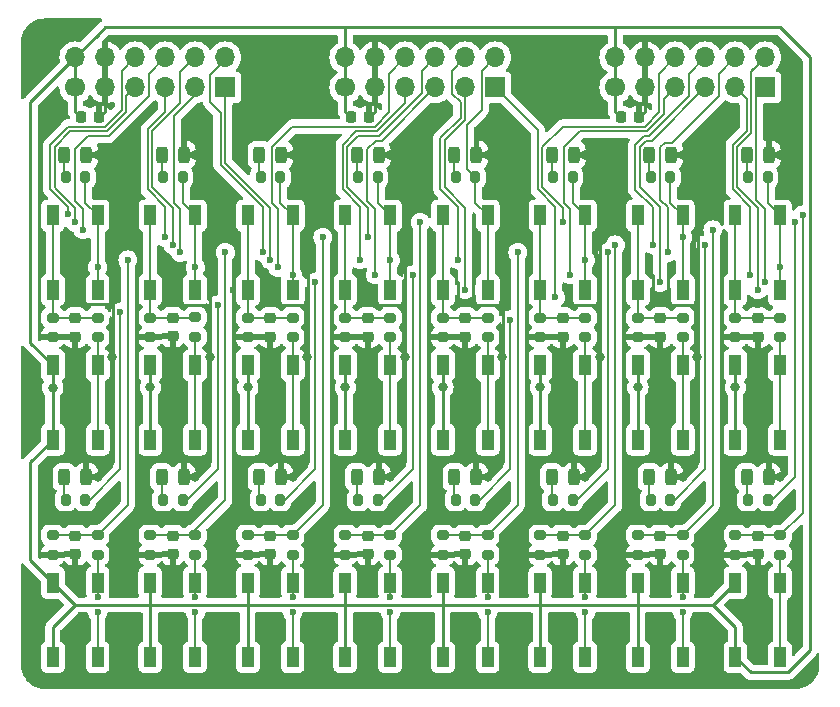
<source format=gbr>
%TF.GenerationSoftware,KiCad,Pcbnew,8.0.2*%
%TF.CreationDate,2024-06-16T13:33:32+02:00*%
%TF.ProjectId,pmod-factory,706d6f64-2d66-4616-9374-6f72792e6b69,rev?*%
%TF.SameCoordinates,Original*%
%TF.FileFunction,Copper,L1,Top*%
%TF.FilePolarity,Positive*%
%FSLAX46Y46*%
G04 Gerber Fmt 4.6, Leading zero omitted, Abs format (unit mm)*
G04 Created by KiCad (PCBNEW 8.0.2) date 2024-06-16 13:33:32*
%MOMM*%
%LPD*%
G01*
G04 APERTURE LIST*
G04 Aperture macros list*
%AMRoundRect*
0 Rectangle with rounded corners*
0 $1 Rounding radius*
0 $2 $3 $4 $5 $6 $7 $8 $9 X,Y pos of 4 corners*
0 Add a 4 corners polygon primitive as box body*
4,1,4,$2,$3,$4,$5,$6,$7,$8,$9,$2,$3,0*
0 Add four circle primitives for the rounded corners*
1,1,$1+$1,$2,$3*
1,1,$1+$1,$4,$5*
1,1,$1+$1,$6,$7*
1,1,$1+$1,$8,$9*
0 Add four rect primitives between the rounded corners*
20,1,$1+$1,$2,$3,$4,$5,0*
20,1,$1+$1,$4,$5,$6,$7,0*
20,1,$1+$1,$6,$7,$8,$9,0*
20,1,$1+$1,$8,$9,$2,$3,0*%
G04 Aperture macros list end*
%TA.AperFunction,SMDPad,CuDef*%
%ADD10R,1.000000X1.700000*%
%TD*%
%TA.AperFunction,SMDPad,CuDef*%
%ADD11RoundRect,0.225000X-0.250000X0.225000X-0.250000X-0.225000X0.250000X-0.225000X0.250000X0.225000X0*%
%TD*%
%TA.AperFunction,SMDPad,CuDef*%
%ADD12RoundRect,0.200000X-0.275000X0.200000X-0.275000X-0.200000X0.275000X-0.200000X0.275000X0.200000X0*%
%TD*%
%TA.AperFunction,SMDPad,CuDef*%
%ADD13RoundRect,0.200000X0.200000X0.275000X-0.200000X0.275000X-0.200000X-0.275000X0.200000X-0.275000X0*%
%TD*%
%TA.AperFunction,SMDPad,CuDef*%
%ADD14RoundRect,0.225000X0.225000X0.250000X-0.225000X0.250000X-0.225000X-0.250000X0.225000X-0.250000X0*%
%TD*%
%TA.AperFunction,SMDPad,CuDef*%
%ADD15RoundRect,0.243750X0.243750X0.456250X-0.243750X0.456250X-0.243750X-0.456250X0.243750X-0.456250X0*%
%TD*%
%TA.AperFunction,ComponentPad*%
%ADD16R,1.700000X1.700000*%
%TD*%
%TA.AperFunction,ComponentPad*%
%ADD17O,1.700000X1.700000*%
%TD*%
%TA.AperFunction,ComponentPad*%
%ADD18C,1.700000*%
%TD*%
%TA.AperFunction,ViaPad*%
%ADD19C,0.800000*%
%TD*%
%TA.AperFunction,ViaPad*%
%ADD20C,0.600000*%
%TD*%
%TA.AperFunction,Conductor*%
%ADD21C,0.250000*%
%TD*%
%TA.AperFunction,Conductor*%
%ADD22C,0.200000*%
%TD*%
G04 APERTURE END LIST*
D10*
%TO.P,SW13,1,1*%
%TO.N,Net-(J2-IO3)*%
X128900000Y-88315000D03*
X128900000Y-94615000D03*
%TO.P,SW13,2,2*%
%TO.N,Net-(C13-Pad1)*%
X125100000Y-88315000D03*
X125100000Y-94615000D03*
%TD*%
%TO.P,SW24,1,1*%
%TO.N,Net-(R47-Pad2)*%
X170175000Y-100990000D03*
X170175000Y-107290000D03*
%TO.P,SW24,2,2*%
%TO.N,+3.3V*%
X166375000Y-100990000D03*
X166375000Y-107290000D03*
%TD*%
D11*
%TO.P,C13,1*%
%TO.N,Net-(C13-Pad1)*%
X127000000Y-97015000D03*
%TO.P,C13,2*%
%TO.N,GND*%
X127000000Y-98565000D03*
%TD*%
D10*
%TO.P,SW4,1,1*%
%TO.N,Net-(R7-Pad2)*%
X137150000Y-119405000D03*
X137150000Y-125705000D03*
%TO.P,SW4,2,2*%
%TO.N,+3.3V*%
X133350000Y-119405000D03*
X133350000Y-125705000D03*
%TD*%
D12*
%TO.P,R1,1*%
%TO.N,Net-(J1-IO1)*%
X112395000Y-115380000D03*
%TO.P,R1,2*%
%TO.N,Net-(R1-Pad2)*%
X112395000Y-117030000D03*
%TD*%
D13*
%TO.P,R19,1*%
%TO.N,Net-(J3-IO3)*%
X127825000Y-112395000D03*
%TO.P,R19,2*%
%TO.N,Net-(D3-A)*%
X126175000Y-112395000D03*
%TD*%
D12*
%TO.P,R26,1*%
%TO.N,Net-(C11-Pad1)*%
X112395000Y-96965000D03*
%TO.P,R26,2*%
%TO.N,Net-(R26-Pad2)*%
X112395000Y-98615000D03*
%TD*%
D10*
%TO.P,SW23,1,1*%
%TO.N,Net-(J2-IO8)*%
X170175000Y-88315000D03*
X170175000Y-94615000D03*
%TO.P,SW23,2,2*%
%TO.N,Net-(C18-Pad1)*%
X166375000Y-88315000D03*
X166375000Y-94615000D03*
%TD*%
D11*
%TO.P,C12,1*%
%TO.N,Net-(C12-Pad1)*%
X118740000Y-96990000D03*
%TO.P,C12,2*%
%TO.N,GND*%
X118740000Y-98540000D03*
%TD*%
D10*
%TO.P,SW6,1,1*%
%TO.N,Net-(R11-Pad2)*%
X153660000Y-119405000D03*
X153660000Y-125705000D03*
%TO.P,SW6,2,2*%
%TO.N,+3.3V*%
X149860000Y-119405000D03*
X149860000Y-125705000D03*
%TD*%
D12*
%TO.P,R2,1*%
%TO.N,Net-(J1-IO1)*%
X108585000Y-115380000D03*
%TO.P,R2,2*%
%TO.N,GND*%
X108585000Y-117030000D03*
%TD*%
D10*
%TO.P,SW21,1,1*%
%TO.N,Net-(J2-IO7)*%
X161920000Y-88315000D03*
X161920000Y-94615000D03*
%TO.P,SW21,2,2*%
%TO.N,Net-(C17-Pad1)*%
X158120000Y-88315000D03*
X158120000Y-94615000D03*
%TD*%
D14*
%TO.P,C10,1*%
%TO.N,GND*%
X158255000Y-80010000D03*
%TO.P,C10,2*%
%TO.N,+3.3V*%
X156705000Y-80010000D03*
%TD*%
D15*
%TO.P,D14,1,K*%
%TO.N,GND*%
X152702500Y-83185000D03*
%TO.P,D14,2,A*%
%TO.N,Net-(D14-A)*%
X150827500Y-83185000D03*
%TD*%
%TO.P,D5,1,K*%
%TO.N,GND*%
X144452500Y-110490000D03*
%TO.P,D5,2,A*%
%TO.N,Net-(D5-A)*%
X142577500Y-110490000D03*
%TD*%
D11*
%TO.P,C14,1*%
%TO.N,Net-(C14-Pad1)*%
X135255000Y-97015000D03*
%TO.P,C14,2*%
%TO.N,GND*%
X135255000Y-98565000D03*
%TD*%
D12*
%TO.P,R11,1*%
%TO.N,Net-(J1-IO6)*%
X153670000Y-115380000D03*
%TO.P,R11,2*%
%TO.N,Net-(R11-Pad2)*%
X153670000Y-117030000D03*
%TD*%
D16*
%TO.P,J2,1,IO1*%
%TO.N,Net-(J2-IO1)*%
X146050000Y-77470000D03*
D17*
%TO.P,J2,2,IO2*%
%TO.N,Net-(J2-IO2)*%
X143510000Y-77470000D03*
%TO.P,J2,3,IO3*%
%TO.N,Net-(J2-IO3)*%
X140970000Y-77470000D03*
%TO.P,J2,4,IO4*%
%TO.N,Net-(J2-IO4)*%
X138430000Y-77470000D03*
%TO.P,J2,5,GND*%
%TO.N,GND*%
X135890000Y-77470000D03*
D18*
%TO.P,J2,6,VCC*%
%TO.N,+3.3V*%
X133350000Y-77470000D03*
D17*
%TO.P,J2,7,IO5*%
%TO.N,Net-(J2-IO5)*%
X146050000Y-74930000D03*
%TO.P,J2,8,IO6*%
%TO.N,Net-(J2-IO6)*%
X143510000Y-74930000D03*
%TO.P,J2,9,IO7*%
%TO.N,Net-(J2-IO7)*%
X140970000Y-74930000D03*
%TO.P,J2,10,IO8*%
%TO.N,Net-(J2-IO8)*%
X138430000Y-74930000D03*
%TO.P,J2,11,GND*%
%TO.N,GND*%
X135890000Y-74930000D03*
%TO.P,J2,12,VCC*%
%TO.N,+3.3V*%
X133350000Y-74930000D03*
%TD*%
D15*
%TO.P,D2,1,K*%
%TO.N,GND*%
X119687500Y-110490000D03*
%TO.P,D2,2,A*%
%TO.N,Net-(D2-A)*%
X117812500Y-110490000D03*
%TD*%
D12*
%TO.P,R48,1*%
%TO.N,Net-(C18-Pad1)*%
X166370000Y-96965000D03*
%TO.P,R48,2*%
%TO.N,GND*%
X166370000Y-98615000D03*
%TD*%
%TO.P,R27,1*%
%TO.N,Net-(C11-Pad1)*%
X108585000Y-96965000D03*
%TO.P,R27,2*%
%TO.N,GND*%
X108585000Y-98615000D03*
%TD*%
D10*
%TO.P,SW15,1,1*%
%TO.N,Net-(J2-IO4)*%
X137155000Y-88315000D03*
X137155000Y-94615000D03*
%TO.P,SW15,2,2*%
%TO.N,Net-(C14-Pad1)*%
X133355000Y-88315000D03*
X133355000Y-94615000D03*
%TD*%
%TO.P,SW18,1,1*%
%TO.N,Net-(R38-Pad2)*%
X145410000Y-100990000D03*
X145410000Y-107290000D03*
%TO.P,SW18,2,2*%
%TO.N,+3.3V*%
X141610000Y-100990000D03*
X141610000Y-107290000D03*
%TD*%
D15*
%TO.P,D11,1,K*%
%TO.N,GND*%
X127937500Y-83185000D03*
%TO.P,D11,2,A*%
%TO.N,Net-(D11-A)*%
X126062500Y-83185000D03*
%TD*%
D13*
%TO.P,R23,1*%
%TO.N,Net-(J3-IO7)*%
X160845000Y-112395000D03*
%TO.P,R23,2*%
%TO.N,Net-(D7-A)*%
X159195000Y-112395000D03*
%TD*%
D12*
%TO.P,R29,1*%
%TO.N,Net-(C12-Pad1)*%
X120645000Y-96940000D03*
%TO.P,R29,2*%
%TO.N,Net-(R29-Pad2)*%
X120645000Y-98590000D03*
%TD*%
%TO.P,R38,1*%
%TO.N,Net-(C15-Pad1)*%
X145415000Y-96965000D03*
%TO.P,R38,2*%
%TO.N,Net-(R38-Pad2)*%
X145415000Y-98615000D03*
%TD*%
%TO.P,R12,1*%
%TO.N,Net-(J1-IO6)*%
X149860000Y-115380000D03*
%TO.P,R12,2*%
%TO.N,GND*%
X149860000Y-117030000D03*
%TD*%
D11*
%TO.P,C8,1*%
%TO.N,Net-(J1-IO8)*%
X168280000Y-115430000D03*
%TO.P,C8,2*%
%TO.N,GND*%
X168280000Y-116980000D03*
%TD*%
D10*
%TO.P,SW12,1,1*%
%TO.N,Net-(R29-Pad2)*%
X120645000Y-100990000D03*
X120645000Y-107290000D03*
%TO.P,SW12,2,2*%
%TO.N,+3.3V*%
X116845000Y-100990000D03*
X116845000Y-107290000D03*
%TD*%
D13*
%TO.P,R43,1*%
%TO.N,Net-(J2-IO7)*%
X160845000Y-85090000D03*
%TO.P,R43,2*%
%TO.N,Net-(D15-A)*%
X159195000Y-85090000D03*
%TD*%
D15*
%TO.P,D6,1,K*%
%TO.N,GND*%
X152707500Y-110490000D03*
%TO.P,D6,2,A*%
%TO.N,Net-(D6-A)*%
X150832500Y-110490000D03*
%TD*%
D12*
%TO.P,R5,1*%
%TO.N,Net-(J1-IO3)*%
X128905000Y-115380000D03*
%TO.P,R5,2*%
%TO.N,Net-(R5-Pad2)*%
X128905000Y-117030000D03*
%TD*%
D10*
%TO.P,SW19,1,1*%
%TO.N,Net-(J2-IO6)*%
X153665000Y-88315000D03*
X153665000Y-94615000D03*
%TO.P,SW19,2,2*%
%TO.N,Net-(C16-Pad1)*%
X149865000Y-88315000D03*
X149865000Y-94615000D03*
%TD*%
D16*
%TO.P,J3,1,IO1*%
%TO.N,Net-(J3-IO1)*%
X168910000Y-77470000D03*
D17*
%TO.P,J3,2,IO2*%
%TO.N,Net-(J3-IO2)*%
X166370000Y-77470000D03*
%TO.P,J3,3,IO3*%
%TO.N,Net-(J3-IO3)*%
X163830000Y-77470000D03*
%TO.P,J3,4,IO4*%
%TO.N,Net-(J3-IO4)*%
X161290000Y-77470000D03*
%TO.P,J3,5,GND*%
%TO.N,GND*%
X158750000Y-77470000D03*
D18*
%TO.P,J3,6,VCC*%
%TO.N,+3.3V*%
X156210000Y-77470000D03*
D17*
%TO.P,J3,7,IO5*%
%TO.N,Net-(J3-IO5)*%
X168910000Y-74930000D03*
%TO.P,J3,8,IO6*%
%TO.N,Net-(J3-IO6)*%
X166370000Y-74930000D03*
%TO.P,J3,9,IO7*%
%TO.N,Net-(J3-IO7)*%
X163830000Y-74930000D03*
%TO.P,J3,10,IO8*%
%TO.N,Net-(J3-IO8)*%
X161290000Y-74930000D03*
%TO.P,J3,11,GND*%
%TO.N,GND*%
X158750000Y-74930000D03*
%TO.P,J3,12,VCC*%
%TO.N,+3.3V*%
X156210000Y-74930000D03*
%TD*%
D14*
%TO.P,C9,1*%
%TO.N,GND*%
X112535000Y-80010000D03*
%TO.P,C9,2*%
%TO.N,+3.3V*%
X110985000Y-80010000D03*
%TD*%
D10*
%TO.P,SW10,1,1*%
%TO.N,Net-(R26-Pad2)*%
X112390000Y-100990000D03*
X112390000Y-107290000D03*
%TO.P,SW10,2,2*%
%TO.N,+3.3V*%
X108590000Y-100990000D03*
X108590000Y-107290000D03*
%TD*%
D12*
%TO.P,R39,1*%
%TO.N,Net-(C15-Pad1)*%
X141605000Y-96965000D03*
%TO.P,R39,2*%
%TO.N,GND*%
X141605000Y-98615000D03*
%TD*%
D13*
%TO.P,R20,1*%
%TO.N,Net-(J3-IO4)*%
X136080000Y-112395000D03*
%TO.P,R20,2*%
%TO.N,Net-(D4-A)*%
X134430000Y-112395000D03*
%TD*%
D12*
%TO.P,R14,1*%
%TO.N,Net-(J1-IO7)*%
X158120000Y-115380000D03*
%TO.P,R14,2*%
%TO.N,GND*%
X158120000Y-117030000D03*
%TD*%
D10*
%TO.P,SW3,1,1*%
%TO.N,Net-(R5-Pad2)*%
X128895000Y-119405000D03*
X128895000Y-125705000D03*
%TO.P,SW3,2,2*%
%TO.N,+3.3V*%
X125095000Y-119405000D03*
X125095000Y-125705000D03*
%TD*%
D14*
%TO.P,C19,1*%
%TO.N,GND*%
X135395000Y-80010000D03*
%TO.P,C19,2*%
%TO.N,+3.3V*%
X133845000Y-80010000D03*
%TD*%
D12*
%TO.P,R13,1*%
%TO.N,Net-(J1-IO7)*%
X161930000Y-115380000D03*
%TO.P,R13,2*%
%TO.N,Net-(R13-Pad2)*%
X161930000Y-117030000D03*
%TD*%
%TO.P,R9,1*%
%TO.N,Net-(J1-IO5)*%
X145415000Y-115380000D03*
%TO.P,R9,2*%
%TO.N,Net-(R9-Pad2)*%
X145415000Y-117030000D03*
%TD*%
%TO.P,R8,1*%
%TO.N,Net-(J1-IO4)*%
X133350000Y-115380000D03*
%TO.P,R8,2*%
%TO.N,GND*%
X133350000Y-117030000D03*
%TD*%
D15*
%TO.P,D8,1,K*%
%TO.N,GND*%
X169212500Y-110490000D03*
%TO.P,D8,2,A*%
%TO.N,Net-(D8-A)*%
X167337500Y-110490000D03*
%TD*%
%TO.P,D12,1,K*%
%TO.N,GND*%
X136192500Y-83185000D03*
%TO.P,D12,2,A*%
%TO.N,Net-(D12-A)*%
X134317500Y-83185000D03*
%TD*%
D10*
%TO.P,SW7,1,1*%
%TO.N,Net-(R13-Pad2)*%
X161920000Y-119405000D03*
X161920000Y-125705000D03*
%TO.P,SW7,2,2*%
%TO.N,+3.3V*%
X158120000Y-119405000D03*
X158120000Y-125705000D03*
%TD*%
D11*
%TO.P,C11,1*%
%TO.N,Net-(C11-Pad1)*%
X110490000Y-97015000D03*
%TO.P,C11,2*%
%TO.N,GND*%
X110490000Y-98565000D03*
%TD*%
D15*
%TO.P,D7,1,K*%
%TO.N,GND*%
X160957500Y-110490000D03*
%TO.P,D7,2,A*%
%TO.N,Net-(D7-A)*%
X159082500Y-110490000D03*
%TD*%
D13*
%TO.P,R28,1*%
%TO.N,Net-(J2-IO2)*%
X119570000Y-85090000D03*
%TO.P,R28,2*%
%TO.N,Net-(D10-A)*%
X117920000Y-85090000D03*
%TD*%
%TO.P,R18,1*%
%TO.N,Net-(J3-IO2)*%
X119570000Y-112395000D03*
%TO.P,R18,2*%
%TO.N,Net-(D2-A)*%
X117920000Y-112395000D03*
%TD*%
D10*
%TO.P,SW17,1,1*%
%TO.N,Net-(J2-IO5)*%
X145410000Y-88315000D03*
X145410000Y-94615000D03*
%TO.P,SW17,2,2*%
%TO.N,Net-(C15-Pad1)*%
X141610000Y-88315000D03*
X141610000Y-94615000D03*
%TD*%
D11*
%TO.P,C16,1*%
%TO.N,Net-(C16-Pad1)*%
X151765000Y-97015000D03*
%TO.P,C16,2*%
%TO.N,GND*%
X151765000Y-98565000D03*
%TD*%
%TO.P,C6,1*%
%TO.N,Net-(J1-IO6)*%
X151765000Y-115430000D03*
%TO.P,C6,2*%
%TO.N,GND*%
X151765000Y-116980000D03*
%TD*%
D13*
%TO.P,R21,1*%
%TO.N,Net-(J3-IO5)*%
X144335000Y-112395000D03*
%TO.P,R21,2*%
%TO.N,Net-(D5-A)*%
X142685000Y-112395000D03*
%TD*%
D12*
%TO.P,R30,1*%
%TO.N,Net-(C12-Pad1)*%
X116840000Y-96965000D03*
%TO.P,R30,2*%
%TO.N,GND*%
X116840000Y-98615000D03*
%TD*%
D11*
%TO.P,C17,1*%
%TO.N,Net-(C17-Pad1)*%
X160020000Y-97015000D03*
%TO.P,C17,2*%
%TO.N,GND*%
X160020000Y-98565000D03*
%TD*%
D12*
%TO.P,R32,1*%
%TO.N,Net-(C13-Pad1)*%
X128905000Y-96965000D03*
%TO.P,R32,2*%
%TO.N,Net-(R32-Pad2)*%
X128905000Y-98615000D03*
%TD*%
D11*
%TO.P,C1,1*%
%TO.N,Net-(J1-IO1)*%
X110490000Y-115430000D03*
%TO.P,C1,2*%
%TO.N,GND*%
X110490000Y-116980000D03*
%TD*%
D12*
%TO.P,R42,1*%
%TO.N,Net-(C16-Pad1)*%
X149860000Y-96965000D03*
%TO.P,R42,2*%
%TO.N,GND*%
X149860000Y-98615000D03*
%TD*%
%TO.P,R33,1*%
%TO.N,Net-(C13-Pad1)*%
X125095000Y-96965000D03*
%TO.P,R33,2*%
%TO.N,GND*%
X125095000Y-98615000D03*
%TD*%
D13*
%TO.P,R40,1*%
%TO.N,Net-(J2-IO6)*%
X152590000Y-85090000D03*
%TO.P,R40,2*%
%TO.N,Net-(D14-A)*%
X150940000Y-85090000D03*
%TD*%
D11*
%TO.P,C7,1*%
%TO.N,Net-(J1-IO7)*%
X160025000Y-115430000D03*
%TO.P,C7,2*%
%TO.N,GND*%
X160025000Y-116980000D03*
%TD*%
D12*
%TO.P,R7,1*%
%TO.N,Net-(J1-IO4)*%
X137160000Y-115380000D03*
%TO.P,R7,2*%
%TO.N,Net-(R7-Pad2)*%
X137160000Y-117030000D03*
%TD*%
D13*
%TO.P,R37,1*%
%TO.N,Net-(J2-IO5)*%
X144335000Y-85090000D03*
%TO.P,R37,2*%
%TO.N,Net-(D13-A)*%
X142685000Y-85090000D03*
%TD*%
D12*
%TO.P,R45,1*%
%TO.N,Net-(C17-Pad1)*%
X158115000Y-96965000D03*
%TO.P,R45,2*%
%TO.N,GND*%
X158115000Y-98615000D03*
%TD*%
D15*
%TO.P,D16,1,K*%
%TO.N,GND*%
X169212500Y-83185000D03*
%TO.P,D16,2,A*%
%TO.N,Net-(D16-A)*%
X167337500Y-83185000D03*
%TD*%
D12*
%TO.P,R3,1*%
%TO.N,Net-(J1-IO2)*%
X120650000Y-115380000D03*
%TO.P,R3,2*%
%TO.N,Net-(R3-Pad2)*%
X120650000Y-117030000D03*
%TD*%
D15*
%TO.P,D3,1,K*%
%TO.N,GND*%
X127942500Y-110490000D03*
%TO.P,D3,2,A*%
%TO.N,Net-(D3-A)*%
X126067500Y-110490000D03*
%TD*%
D11*
%TO.P,C5,1*%
%TO.N,Net-(J1-IO5)*%
X143510000Y-115430000D03*
%TO.P,C5,2*%
%TO.N,GND*%
X143510000Y-116980000D03*
%TD*%
D12*
%TO.P,R6,1*%
%TO.N,Net-(J1-IO3)*%
X125095000Y-115380000D03*
%TO.P,R6,2*%
%TO.N,GND*%
X125095000Y-117030000D03*
%TD*%
%TO.P,R35,1*%
%TO.N,Net-(C14-Pad1)*%
X137160000Y-96965000D03*
%TO.P,R35,2*%
%TO.N,Net-(R35-Pad2)*%
X137160000Y-98615000D03*
%TD*%
%TO.P,R10,1*%
%TO.N,Net-(J1-IO5)*%
X141605000Y-115380000D03*
%TO.P,R10,2*%
%TO.N,GND*%
X141605000Y-117030000D03*
%TD*%
D13*
%TO.P,R24,1*%
%TO.N,Net-(J3-IO8)*%
X169100000Y-112395000D03*
%TO.P,R24,2*%
%TO.N,Net-(D8-A)*%
X167450000Y-112395000D03*
%TD*%
%TO.P,R22,1*%
%TO.N,Net-(J3-IO6)*%
X152590000Y-112395000D03*
%TO.P,R22,2*%
%TO.N,Net-(D6-A)*%
X150940000Y-112395000D03*
%TD*%
D11*
%TO.P,C2,1*%
%TO.N,Net-(J1-IO2)*%
X118745000Y-115430000D03*
%TO.P,C2,2*%
%TO.N,GND*%
X118745000Y-116980000D03*
%TD*%
D10*
%TO.P,SW1,1,1*%
%TO.N,Net-(R1-Pad2)*%
X112385000Y-119405000D03*
X112385000Y-125705000D03*
%TO.P,SW1,2,2*%
%TO.N,+3.3V*%
X108585000Y-119405000D03*
X108585000Y-125705000D03*
%TD*%
D15*
%TO.P,D9,1,K*%
%TO.N,GND*%
X111427500Y-83185000D03*
%TO.P,D9,2,A*%
%TO.N,Net-(D9-A)*%
X109552500Y-83185000D03*
%TD*%
D16*
%TO.P,J1,1,IO1*%
%TO.N,Net-(J1-IO1)*%
X123190000Y-77470000D03*
D17*
%TO.P,J1,2,IO2*%
%TO.N,Net-(J1-IO2)*%
X120650000Y-77470000D03*
%TO.P,J1,3,IO3*%
%TO.N,Net-(J1-IO3)*%
X118110000Y-77470000D03*
%TO.P,J1,4,IO4*%
%TO.N,Net-(J1-IO4)*%
X115570000Y-77470000D03*
%TO.P,J1,5,GND*%
%TO.N,GND*%
X113030000Y-77470000D03*
D18*
%TO.P,J1,6,VCC*%
%TO.N,+3.3V*%
X110490000Y-77470000D03*
D17*
%TO.P,J1,7,IO5*%
%TO.N,Net-(J1-IO5)*%
X123190000Y-74930000D03*
%TO.P,J1,8,IO6*%
%TO.N,Net-(J1-IO6)*%
X120650000Y-74930000D03*
%TO.P,J1,9,IO7*%
%TO.N,Net-(J1-IO7)*%
X118110000Y-74930000D03*
%TO.P,J1,10,IO8*%
%TO.N,Net-(J1-IO8)*%
X115570000Y-74930000D03*
%TO.P,J1,11,GND*%
%TO.N,GND*%
X113030000Y-74930000D03*
%TO.P,J1,12,VCC*%
%TO.N,+3.3V*%
X110490000Y-74930000D03*
%TD*%
D15*
%TO.P,D10,1,K*%
%TO.N,GND*%
X119682500Y-83185000D03*
%TO.P,D10,2,A*%
%TO.N,Net-(D10-A)*%
X117807500Y-83185000D03*
%TD*%
%TO.P,D13,1,K*%
%TO.N,GND*%
X144447500Y-83185000D03*
%TO.P,D13,2,A*%
%TO.N,Net-(D13-A)*%
X142572500Y-83185000D03*
%TD*%
D13*
%TO.P,R34,1*%
%TO.N,Net-(J2-IO4)*%
X136080000Y-85090000D03*
%TO.P,R34,2*%
%TO.N,Net-(D12-A)*%
X134430000Y-85090000D03*
%TD*%
D11*
%TO.P,C15,1*%
%TO.N,Net-(C15-Pad1)*%
X143510000Y-97015000D03*
%TO.P,C15,2*%
%TO.N,GND*%
X143510000Y-98565000D03*
%TD*%
D10*
%TO.P,SW22,1,1*%
%TO.N,Net-(R44-Pad2)*%
X161920000Y-100990000D03*
X161920000Y-107290000D03*
%TO.P,SW22,2,2*%
%TO.N,+3.3V*%
X158120000Y-100990000D03*
X158120000Y-107290000D03*
%TD*%
D12*
%TO.P,R44,1*%
%TO.N,Net-(C17-Pad1)*%
X161925000Y-96965000D03*
%TO.P,R44,2*%
%TO.N,Net-(R44-Pad2)*%
X161925000Y-98615000D03*
%TD*%
D15*
%TO.P,D4,1,K*%
%TO.N,GND*%
X136197500Y-110490000D03*
%TO.P,D4,2,A*%
%TO.N,Net-(D4-A)*%
X134322500Y-110490000D03*
%TD*%
D11*
%TO.P,C4,1*%
%TO.N,Net-(J1-IO4)*%
X135255000Y-115430000D03*
%TO.P,C4,2*%
%TO.N,GND*%
X135255000Y-116980000D03*
%TD*%
%TO.P,C18,1*%
%TO.N,Net-(C18-Pad1)*%
X168275000Y-97015000D03*
%TO.P,C18,2*%
%TO.N,GND*%
X168275000Y-98565000D03*
%TD*%
D10*
%TO.P,SW9,1,1*%
%TO.N,Net-(J2-IO1)*%
X112385000Y-88315000D03*
X112385000Y-94615000D03*
%TO.P,SW9,2,2*%
%TO.N,Net-(C11-Pad1)*%
X108585000Y-88315000D03*
X108585000Y-94615000D03*
%TD*%
D13*
%TO.P,R31,1*%
%TO.N,Net-(J2-IO3)*%
X127825000Y-85090000D03*
%TO.P,R31,2*%
%TO.N,Net-(D11-A)*%
X126175000Y-85090000D03*
%TD*%
D12*
%TO.P,R4,1*%
%TO.N,Net-(J1-IO2)*%
X116840000Y-115380000D03*
%TO.P,R4,2*%
%TO.N,GND*%
X116840000Y-117030000D03*
%TD*%
%TO.P,R15,1*%
%TO.N,Net-(J1-IO8)*%
X170185000Y-115380000D03*
%TO.P,R15,2*%
%TO.N,Net-(R15-Pad2)*%
X170185000Y-117030000D03*
%TD*%
D10*
%TO.P,SW11,1,1*%
%TO.N,Net-(J2-IO2)*%
X120645000Y-88315000D03*
X120645000Y-94615000D03*
%TO.P,SW11,2,2*%
%TO.N,Net-(C12-Pad1)*%
X116845000Y-88315000D03*
X116845000Y-94615000D03*
%TD*%
D13*
%TO.P,R46,1*%
%TO.N,Net-(J2-IO8)*%
X169100000Y-85090000D03*
%TO.P,R46,2*%
%TO.N,Net-(D16-A)*%
X167450000Y-85090000D03*
%TD*%
D11*
%TO.P,C3,1*%
%TO.N,Net-(J1-IO3)*%
X127000000Y-115430000D03*
%TO.P,C3,2*%
%TO.N,GND*%
X127000000Y-116980000D03*
%TD*%
D15*
%TO.P,D15,1,K*%
%TO.N,GND*%
X160957500Y-83185000D03*
%TO.P,D15,2,A*%
%TO.N,Net-(D15-A)*%
X159082500Y-83185000D03*
%TD*%
D10*
%TO.P,SW20,1,1*%
%TO.N,Net-(R41-Pad2)*%
X153665000Y-100990000D03*
X153665000Y-107290000D03*
%TO.P,SW20,2,2*%
%TO.N,+3.3V*%
X149865000Y-100990000D03*
X149865000Y-107290000D03*
%TD*%
D12*
%TO.P,R47,1*%
%TO.N,Net-(C18-Pad1)*%
X170180000Y-96965000D03*
%TO.P,R47,2*%
%TO.N,Net-(R47-Pad2)*%
X170180000Y-98615000D03*
%TD*%
D15*
%TO.P,D1,1,K*%
%TO.N,GND*%
X111432500Y-110490000D03*
%TO.P,D1,2,A*%
%TO.N,Net-(D1-A)*%
X109557500Y-110490000D03*
%TD*%
D10*
%TO.P,SW2,1,1*%
%TO.N,Net-(R3-Pad2)*%
X120640000Y-119405000D03*
X120640000Y-125705000D03*
%TO.P,SW2,2,2*%
%TO.N,+3.3V*%
X116840000Y-119405000D03*
X116840000Y-125705000D03*
%TD*%
%TO.P,SW16,1,1*%
%TO.N,Net-(R35-Pad2)*%
X137155000Y-100990000D03*
X137155000Y-107290000D03*
%TO.P,SW16,2,2*%
%TO.N,+3.3V*%
X133355000Y-100990000D03*
X133355000Y-107290000D03*
%TD*%
D13*
%TO.P,R17,1*%
%TO.N,Net-(J3-IO1)*%
X111315000Y-112395000D03*
%TO.P,R17,2*%
%TO.N,Net-(D1-A)*%
X109665000Y-112395000D03*
%TD*%
D12*
%TO.P,R36,1*%
%TO.N,Net-(C14-Pad1)*%
X133350000Y-96965000D03*
%TO.P,R36,2*%
%TO.N,GND*%
X133350000Y-98615000D03*
%TD*%
%TO.P,R16,1*%
%TO.N,Net-(J1-IO8)*%
X166375000Y-115380000D03*
%TO.P,R16,2*%
%TO.N,GND*%
X166375000Y-117030000D03*
%TD*%
D10*
%TO.P,SW8,1,1*%
%TO.N,Net-(R15-Pad2)*%
X170175000Y-119405000D03*
X170175000Y-125705000D03*
%TO.P,SW8,2,2*%
%TO.N,+3.3V*%
X166375000Y-119405000D03*
X166375000Y-125705000D03*
%TD*%
%TO.P,SW5,1,1*%
%TO.N,Net-(R9-Pad2)*%
X145405000Y-119405000D03*
X145405000Y-125705000D03*
%TO.P,SW5,2,2*%
%TO.N,+3.3V*%
X141605000Y-119405000D03*
X141605000Y-125705000D03*
%TD*%
%TO.P,SW14,1,1*%
%TO.N,Net-(R32-Pad2)*%
X128900000Y-100990000D03*
X128900000Y-107290000D03*
%TO.P,SW14,2,2*%
%TO.N,+3.3V*%
X125100000Y-100990000D03*
X125100000Y-107290000D03*
%TD*%
D12*
%TO.P,R41,1*%
%TO.N,Net-(C16-Pad1)*%
X153670000Y-96965000D03*
%TO.P,R41,2*%
%TO.N,Net-(R41-Pad2)*%
X153670000Y-98615000D03*
%TD*%
D13*
%TO.P,R25,1*%
%TO.N,Net-(J2-IO1)*%
X111315000Y-85090000D03*
%TO.P,R25,2*%
%TO.N,Net-(D9-A)*%
X109665000Y-85090000D03*
%TD*%
D19*
%TO.N,GND*%
X170180000Y-110490000D03*
D20*
X106680000Y-100330000D03*
D19*
X161925000Y-110490000D03*
X112395000Y-110490000D03*
D20*
X118745000Y-95250000D03*
D19*
X121855000Y-100330000D03*
X110490000Y-100330000D03*
D20*
X153035000Y-74930000D03*
D19*
X145415000Y-83185000D03*
X143510000Y-118745000D03*
X135255000Y-100330000D03*
D20*
X126365000Y-95250000D03*
D19*
X168275000Y-100330000D03*
D20*
X168275000Y-95885000D03*
D19*
X120650000Y-83185000D03*
X153670000Y-110490000D03*
X153670000Y-83185000D03*
X137160000Y-83185000D03*
D20*
X110490000Y-95250000D03*
X171450000Y-118745000D03*
D19*
X137160000Y-110490000D03*
X135255000Y-118745000D03*
D20*
X123825000Y-94615000D03*
D19*
X113600000Y-100330000D03*
X151765000Y-100330000D03*
X146620000Y-100330000D03*
X154875000Y-100330000D03*
X163130000Y-100330000D03*
X161925000Y-83185000D03*
X160020000Y-100330000D03*
X128905000Y-110490000D03*
X145415000Y-110490000D03*
X143510000Y-100330000D03*
X130110000Y-100330000D03*
X128905000Y-83185000D03*
X160020000Y-118745000D03*
X168275000Y-118745000D03*
X110490000Y-118745000D03*
X151765000Y-118745000D03*
X170180000Y-83185000D03*
D20*
X107315000Y-74930000D03*
D19*
X138365000Y-100330000D03*
X118745000Y-118745000D03*
X120650000Y-110490000D03*
D20*
X109220000Y-121285000D03*
D19*
X118745000Y-100330000D03*
D20*
X130175000Y-74930000D03*
D19*
X127000000Y-118745000D03*
X127000000Y-100330000D03*
X112395000Y-83185000D03*
D20*
%TO.N,Net-(J1-IO1)*%
X114935000Y-92075000D03*
X127000000Y-92075000D03*
%TO.N,Net-(J1-IO2)*%
X123190000Y-91440000D03*
X119380000Y-91440000D03*
%TO.N,Net-(J1-IO3)*%
X131445000Y-90170000D03*
X118110000Y-90170000D03*
%TO.N,Net-(J1-IO4)*%
X110490000Y-88900000D03*
X139700000Y-88900000D03*
%TO.N,Net-(J1-IO5)*%
X126365000Y-91440000D03*
X147955000Y-91440000D03*
%TO.N,Net-(J1-IO6)*%
X118745000Y-90805000D03*
X156210000Y-90805000D03*
%TO.N,Net-(J1-IO7)*%
X111125000Y-89535000D03*
X164465000Y-89535000D03*
%TO.N,Net-(J1-IO8)*%
X109855000Y-88230000D03*
X172085000Y-88265000D03*
D19*
%TO.N,+3.3V*%
X125095000Y-102870000D03*
X166375000Y-102870000D03*
X158120000Y-102865000D03*
X141610000Y-102870000D03*
X116845000Y-102870000D03*
X108585000Y-102890000D03*
X149865000Y-102875000D03*
X133355000Y-102865000D03*
D20*
%TO.N,Net-(J2-IO8)*%
X170175000Y-92710000D03*
X127635000Y-92710000D03*
%TO.N,Net-(J2-IO4)*%
X134620000Y-92075000D03*
X137155000Y-92075000D03*
%TO.N,Net-(J2-IO7)*%
X135255000Y-90170000D03*
X161920000Y-90170000D03*
%TO.N,Net-(J2-IO3)*%
X135890000Y-93345000D03*
X128900000Y-93345000D03*
%TO.N,Net-(J2-IO6)*%
X153665000Y-92075000D03*
X142875000Y-92075000D03*
%TO.N,Net-(J2-IO1)*%
X151130000Y-95250000D03*
X112385000Y-92710000D03*
%TO.N,Net-(J2-IO2)*%
X143510000Y-94615000D03*
X120645000Y-92710000D03*
%TO.N,Net-(J3-IO7)*%
X163830000Y-90805000D03*
X159385000Y-90805000D03*
%TO.N,Net-(J3-IO3)*%
X130810000Y-93980000D03*
X160020000Y-93980000D03*
%TO.N,Net-(J3-IO1)*%
X114300000Y-96520000D03*
X168910000Y-93980000D03*
%TO.N,Net-(J3-IO4)*%
X139065000Y-93345000D03*
X152400000Y-93345000D03*
%TO.N,Net-(J3-IO2)*%
X122555000Y-95885000D03*
X167640000Y-93345000D03*
%TO.N,Net-(J3-IO5)*%
X147320000Y-97155000D03*
X168275000Y-94615000D03*
%TO.N,Net-(J3-IO6)*%
X160655000Y-91440000D03*
X155575000Y-91440000D03*
%TO.N,Net-(J3-IO8)*%
X171450000Y-88900000D03*
X151765000Y-88900000D03*
%TO.N,Net-(R1-Pad2)*%
X112395000Y-121920000D03*
X112395000Y-120650000D03*
%TO.N,Net-(R3-Pad2)*%
X120650000Y-120650000D03*
X120650000Y-121920000D03*
%TO.N,Net-(R5-Pad2)*%
X128905000Y-120650000D03*
X128905000Y-121920000D03*
%TO.N,Net-(R7-Pad2)*%
X137160000Y-120650000D03*
X137160000Y-121920000D03*
%TO.N,Net-(R9-Pad2)*%
X145415000Y-120650000D03*
X145415000Y-121920000D03*
%TO.N,Net-(R11-Pad2)*%
X153670000Y-121920000D03*
X153670000Y-120650000D03*
%TO.N,Net-(R13-Pad2)*%
X161925000Y-120650000D03*
X161925000Y-121920000D03*
%TD*%
D21*
%TO.N,GND*%
X127942500Y-110490000D02*
X128905000Y-110490000D01*
X152702500Y-83185000D02*
X153670000Y-83185000D01*
X146685000Y-95885000D02*
X144145000Y-95885000D01*
X159970000Y-98615000D02*
X160020000Y-98565000D01*
X116840000Y-117030000D02*
X118695000Y-117030000D01*
X158115000Y-98615000D02*
X159970000Y-98615000D01*
X160655000Y-95885000D02*
X160655000Y-93345000D01*
X112395000Y-110490000D02*
X113675000Y-109210000D01*
X144452500Y-110490000D02*
X145415000Y-110490000D01*
X120650000Y-110490000D02*
X121920000Y-109220000D01*
X113675000Y-109210000D02*
X113675000Y-100330000D01*
X135255000Y-98565000D02*
X135255000Y-100330000D01*
X160025000Y-118740000D02*
X160020000Y-118745000D01*
X159975000Y-117030000D02*
X160025000Y-116980000D01*
X135890000Y-79515000D02*
X135395000Y-80010000D01*
X113675000Y-100330000D02*
X113675000Y-95885000D01*
X118740000Y-98540000D02*
X118740000Y-100325000D01*
X130175000Y-100330000D02*
X130110000Y-100330000D01*
X160020000Y-98565000D02*
X160020000Y-100330000D01*
X161925000Y-83185000D02*
X163195000Y-84455000D01*
X151715000Y-117030000D02*
X151765000Y-116980000D01*
X151765000Y-98565000D02*
X151765000Y-100330000D01*
X163195000Y-109220000D02*
X161925000Y-110490000D01*
X121920000Y-109220000D02*
X121920000Y-100330000D01*
X130175000Y-100330000D02*
X130175000Y-109220000D01*
X168280000Y-116980000D02*
X168280000Y-118740000D01*
X135205000Y-98615000D02*
X135255000Y-98565000D01*
X127000000Y-98565000D02*
X127000000Y-100330000D01*
X110440000Y-98615000D02*
X110490000Y-98565000D01*
X127937500Y-83185000D02*
X128905000Y-83185000D01*
X141605000Y-98615000D02*
X143460000Y-98615000D01*
X168280000Y-118740000D02*
X168275000Y-118745000D01*
X166375000Y-117030000D02*
X168230000Y-117030000D01*
X116840000Y-98615000D02*
X118665000Y-98615000D01*
X144447500Y-83185000D02*
X145415000Y-83185000D01*
X158120000Y-117030000D02*
X159975000Y-117030000D01*
X142875000Y-95885000D02*
X142875000Y-93980000D01*
X133350000Y-98615000D02*
X135205000Y-98615000D01*
X143510000Y-116980000D02*
X143510000Y-118745000D01*
X110490000Y-98565000D02*
X110490000Y-100330000D01*
X169212500Y-83185000D02*
X170180000Y-83185000D01*
X118745000Y-116980000D02*
X118745000Y-118745000D01*
X113675000Y-95885000D02*
X113675000Y-84465000D01*
X127000000Y-116980000D02*
X127000000Y-118745000D01*
X138430000Y-95885000D02*
X138430000Y-100330000D01*
X138430000Y-100330000D02*
X138365000Y-100330000D01*
X146685000Y-109220000D02*
X145415000Y-110490000D01*
X113030000Y-79515000D02*
X112535000Y-80010000D01*
X108585000Y-98615000D02*
X110440000Y-98615000D01*
X160025000Y-116980000D02*
X160025000Y-118740000D01*
X110490000Y-95250000D02*
X111030000Y-95790000D01*
X152707500Y-110490000D02*
X153670000Y-110490000D01*
X126950000Y-117030000D02*
X127000000Y-116980000D01*
X168230000Y-117030000D02*
X168280000Y-116980000D01*
X119682500Y-83185000D02*
X120650000Y-83185000D01*
X138430000Y-95885000D02*
X136425000Y-95885000D01*
X133350000Y-117030000D02*
X135205000Y-117030000D01*
X136425000Y-95885000D02*
X135890000Y-95885000D01*
X136197500Y-110490000D02*
X137160000Y-110490000D01*
X168275000Y-98565000D02*
X168275000Y-100330000D01*
X141605000Y-117030000D02*
X143460000Y-117030000D01*
X130175000Y-95885000D02*
X130175000Y-100330000D01*
X163195000Y-84455000D02*
X163195000Y-95885000D01*
X168225000Y-98615000D02*
X168275000Y-98565000D01*
X121920000Y-84455000D02*
X120650000Y-83185000D01*
X146685000Y-100330000D02*
X146620000Y-100330000D01*
X143510000Y-98565000D02*
X143510000Y-100330000D01*
X113030000Y-74930000D02*
X113030000Y-79515000D01*
X154940000Y-95885000D02*
X154940000Y-100330000D01*
X128905000Y-83185000D02*
X130175000Y-84455000D01*
X154940000Y-109220000D02*
X153670000Y-110490000D01*
X135890000Y-77470000D02*
X135890000Y-79515000D01*
X111432500Y-110490000D02*
X112395000Y-110490000D01*
X144145000Y-95885000D02*
X142875000Y-95885000D01*
X135205000Y-117030000D02*
X135255000Y-116980000D01*
X146685000Y-95885000D02*
X146685000Y-100330000D01*
X151715000Y-98615000D02*
X151765000Y-98565000D01*
X113580000Y-95790000D02*
X113675000Y-95885000D01*
X149860000Y-117030000D02*
X151715000Y-117030000D01*
X111030000Y-95790000D02*
X113580000Y-95790000D01*
X126365000Y-95250000D02*
X127000000Y-95885000D01*
X138430000Y-84455000D02*
X138430000Y-95885000D01*
X111427500Y-83185000D02*
X112395000Y-83185000D01*
X149860000Y-98615000D02*
X151715000Y-98615000D01*
X121920000Y-100330000D02*
X121855000Y-100330000D01*
X158750000Y-79515000D02*
X158255000Y-80010000D01*
X163195000Y-95885000D02*
X163195000Y-100330000D01*
X144145000Y-95885000D02*
X144145000Y-93980000D01*
X135890000Y-74930000D02*
X135890000Y-77470000D01*
X121920000Y-100330000D02*
X121920000Y-95885000D01*
X118695000Y-117030000D02*
X118745000Y-116980000D01*
X118740000Y-100325000D02*
X118745000Y-100330000D01*
X119380000Y-95885000D02*
X121920000Y-95885000D01*
X154940000Y-95885000D02*
X152400000Y-95885000D01*
X113675000Y-84465000D02*
X112395000Y-83185000D01*
X154940000Y-100330000D02*
X154875000Y-100330000D01*
X143460000Y-98615000D02*
X143510000Y-98565000D01*
X136192500Y-83185000D02*
X137160000Y-83185000D01*
X135255000Y-116980000D02*
X135255000Y-118745000D01*
X110490000Y-116980000D02*
X110490000Y-118745000D01*
X163195000Y-95885000D02*
X160655000Y-95885000D01*
X138430000Y-100330000D02*
X138430000Y-109220000D01*
X153670000Y-83185000D02*
X154940000Y-84455000D01*
X169212500Y-110490000D02*
X170180000Y-110490000D01*
X130175000Y-84455000D02*
X130175000Y-95885000D01*
X158750000Y-74930000D02*
X158750000Y-79515000D01*
X143460000Y-117030000D02*
X143510000Y-116980000D01*
X119687500Y-110490000D02*
X120650000Y-110490000D01*
X127000000Y-95885000D02*
X130175000Y-95885000D01*
X126950000Y-98615000D02*
X127000000Y-98565000D01*
X118745000Y-95250000D02*
X119380000Y-95885000D01*
X151765000Y-116980000D02*
X151765000Y-118745000D01*
X138430000Y-109220000D02*
X137160000Y-110490000D01*
X110440000Y-117030000D02*
X110490000Y-116980000D01*
X108585000Y-117030000D02*
X110440000Y-117030000D01*
X125095000Y-98615000D02*
X126950000Y-98615000D01*
X118665000Y-98615000D02*
X118740000Y-98540000D01*
X146685000Y-100330000D02*
X146685000Y-109220000D01*
X137160000Y-83185000D02*
X138430000Y-84455000D01*
X160957500Y-110490000D02*
X161925000Y-110490000D01*
X163195000Y-100330000D02*
X163195000Y-109220000D01*
X125095000Y-117030000D02*
X126950000Y-117030000D01*
X154940000Y-84455000D02*
X154940000Y-95885000D01*
X160655000Y-95885000D02*
X159385000Y-95885000D01*
X166370000Y-98615000D02*
X168225000Y-98615000D01*
X146685000Y-84455000D02*
X146685000Y-95885000D01*
X154940000Y-100330000D02*
X154940000Y-109220000D01*
X113675000Y-100330000D02*
X113600000Y-100330000D01*
X160957500Y-83185000D02*
X161925000Y-83185000D01*
X121920000Y-95885000D02*
X121920000Y-84455000D01*
X159385000Y-95885000D02*
X159385000Y-93345000D01*
X145415000Y-83185000D02*
X146685000Y-84455000D01*
X130175000Y-109220000D02*
X128905000Y-110490000D01*
X163195000Y-100330000D02*
X163130000Y-100330000D01*
D22*
%TO.N,Net-(J1-IO1)*%
X112395000Y-115380000D02*
X114935000Y-112840000D01*
X108585000Y-115380000D02*
X112395000Y-115380000D01*
X114935000Y-107315000D02*
X114935000Y-92075000D01*
X123190000Y-83858334D02*
X127000000Y-87668334D01*
X123190000Y-77470000D02*
X123190000Y-83858334D01*
X127000000Y-87668334D02*
X127000000Y-92075000D01*
X114935000Y-112840000D02*
X114935000Y-107315000D01*
%TO.N,Net-(J1-IO2)*%
X120650000Y-115380000D02*
X120650000Y-114935000D01*
X120650000Y-78105000D02*
X118870000Y-79885000D01*
X118870000Y-87227648D02*
X119380000Y-87737648D01*
X119380000Y-87737648D02*
X119380000Y-91440000D01*
X123190000Y-112395000D02*
X123190000Y-91440000D01*
X120650000Y-77470000D02*
X120650000Y-78105000D01*
X118870000Y-79885000D02*
X118870000Y-87227648D01*
X116840000Y-115380000D02*
X120650000Y-115380000D01*
X120650000Y-114935000D02*
X123190000Y-112395000D01*
%TO.N,Net-(J1-IO3)*%
X131445000Y-112840000D02*
X131445000Y-93980000D01*
X116620000Y-86109020D02*
X118110000Y-87599020D01*
X118110000Y-79513628D02*
X116620000Y-81003628D01*
X118110000Y-77470000D02*
X118110000Y-79513628D01*
X128905000Y-115380000D02*
X131445000Y-112840000D01*
X131445000Y-93980000D02*
X131445000Y-90170000D01*
X116620000Y-81003628D02*
X116620000Y-86109020D01*
X118110000Y-87599020D02*
X118110000Y-90170000D01*
X125095000Y-115380000D02*
X128905000Y-115380000D01*
%TO.N,Net-(J1-IO4)*%
X139700000Y-108585000D02*
X139700000Y-88900000D01*
X114820000Y-78220000D02*
X114820000Y-79514382D01*
X113149382Y-81185000D02*
X110076768Y-81185000D01*
X137160000Y-115380000D02*
X139700000Y-112840000D01*
X110490000Y-87668333D02*
X110490000Y-88900000D01*
X108765000Y-82496768D02*
X108765000Y-85943334D01*
X133350000Y-115380000D02*
X137160000Y-115380000D01*
X139700000Y-112840000D02*
X139700000Y-108585000D01*
X115570000Y-77470000D02*
X114820000Y-78220000D01*
X108765000Y-85943334D02*
X108883333Y-86061667D01*
X108883333Y-86061667D02*
X110490000Y-87668333D01*
X110076768Y-81185000D02*
X108765000Y-82496768D01*
X114820000Y-79514382D02*
X113149382Y-81185000D01*
%TO.N,Net-(J1-IO5)*%
X121920000Y-76440000D02*
X121920000Y-78740000D01*
X145415000Y-115380000D02*
X147955000Y-112840000D01*
X122790000Y-84024020D02*
X126365000Y-87599020D01*
X123190000Y-75170000D02*
X121920000Y-76440000D01*
X126365000Y-87599020D02*
X126365000Y-91440000D01*
X121920000Y-78740000D02*
X122790000Y-79610000D01*
X141605000Y-115380000D02*
X145415000Y-115380000D01*
X147955000Y-112840000D02*
X147955000Y-106045000D01*
X123190000Y-74930000D02*
X123190000Y-75170000D01*
X122790000Y-79610000D02*
X122790000Y-84024020D01*
X147955000Y-106045000D02*
X147955000Y-91440000D01*
%TO.N,Net-(J1-IO6)*%
X156210000Y-104140000D02*
X156210000Y-90805000D01*
X117020000Y-85943334D02*
X118745000Y-87668334D01*
X119380000Y-76200000D02*
X119380000Y-78809314D01*
X119380000Y-78809314D02*
X117020000Y-81169314D01*
X118745000Y-87668334D02*
X118745000Y-90805000D01*
X153670000Y-115380000D02*
X156210000Y-112840000D01*
X149860000Y-115380000D02*
X153670000Y-115380000D01*
X156210000Y-112840000D02*
X156210000Y-104140000D01*
X120650000Y-74930000D02*
X119380000Y-76200000D01*
X117020000Y-81169314D02*
X117020000Y-85943334D01*
%TO.N,Net-(J1-IO7)*%
X111551768Y-81585000D02*
X110490000Y-82646768D01*
X161930000Y-115380000D02*
X164465000Y-112845000D01*
X110490000Y-82646768D02*
X110490000Y-87102648D01*
X158120000Y-115380000D02*
X161930000Y-115380000D01*
X116720000Y-78180068D02*
X113315068Y-81585000D01*
X113315068Y-81585000D02*
X111551768Y-81585000D01*
X164465000Y-112845000D02*
X164465000Y-89535000D01*
X111125000Y-87737648D02*
X111125000Y-89535000D01*
X110490000Y-87102648D02*
X111125000Y-87737648D01*
X118110000Y-74930000D02*
X116720000Y-76320000D01*
X116720000Y-76320000D02*
X116720000Y-78180068D01*
%TO.N,Net-(J1-IO8)*%
X109855000Y-87599018D02*
X109855000Y-88230000D01*
X108365000Y-86109018D02*
X109855000Y-87599018D01*
X170185000Y-115380000D02*
X172085000Y-113480000D01*
X109911082Y-80785000D02*
X108365000Y-82331082D01*
X172085000Y-113480000D02*
X172085000Y-107315000D01*
X112983696Y-80785000D02*
X109911082Y-80785000D01*
X115570000Y-74930000D02*
X114420000Y-76080000D01*
X111125000Y-80785000D02*
X109855000Y-80785000D01*
X114420000Y-79348696D02*
X112983696Y-80785000D01*
X108365000Y-82331082D02*
X108365000Y-86109018D01*
X114420000Y-76080000D02*
X114420000Y-79348696D01*
X112983696Y-80785000D02*
X111125000Y-80785000D01*
X166375000Y-115380000D02*
X170185000Y-115380000D01*
X172085000Y-107315000D02*
X172085000Y-88265000D01*
D21*
%TO.N,+3.3V*%
X166375000Y-125705000D02*
X167670000Y-127000000D01*
X125100000Y-100990000D02*
X125100000Y-102865000D01*
X112395000Y-73025000D02*
X113030000Y-72390000D01*
X108585000Y-123165000D02*
X108585000Y-125705000D01*
X149860000Y-121285000D02*
X158115000Y-121285000D01*
X133350000Y-77470000D02*
X133350000Y-79515000D01*
X156210000Y-72390000D02*
X170180000Y-72390000D01*
X133350000Y-102870000D02*
X133350000Y-103505000D01*
X158120000Y-121280000D02*
X158120000Y-125705000D01*
X113030000Y-72390000D02*
X133350000Y-72390000D01*
X141605000Y-121285000D02*
X141605000Y-125705000D01*
X156210000Y-74930000D02*
X156210000Y-72390000D01*
X110490000Y-74930000D02*
X106680000Y-78740000D01*
X125095000Y-119405000D02*
X125095000Y-121285000D01*
X149865000Y-102875000D02*
X149865000Y-107290000D01*
X149860000Y-119405000D02*
X149860000Y-121285000D01*
X110465000Y-121285000D02*
X108585000Y-123165000D01*
X156210000Y-79515000D02*
X156705000Y-80010000D01*
X166375000Y-100990000D02*
X166375000Y-102870000D01*
X108585000Y-119405000D02*
X110465000Y-121285000D01*
X149865000Y-100990000D02*
X149865000Y-102865000D01*
X116840000Y-121285000D02*
X116840000Y-125705000D01*
X141610000Y-102870000D02*
X141610000Y-107290000D01*
X133350000Y-72390000D02*
X156210000Y-72390000D01*
X158120000Y-103510000D02*
X158120000Y-107290000D01*
X133350000Y-77470000D02*
X133350000Y-74930000D01*
X116845000Y-102865000D02*
X116845000Y-102870000D01*
X106680000Y-109200000D02*
X108590000Y-107290000D01*
X158120000Y-121280000D02*
X158115000Y-121285000D01*
X125100000Y-102865000D02*
X125100000Y-107290000D01*
X116840000Y-121285000D02*
X125095000Y-121285000D01*
X149860000Y-121285000D02*
X149860000Y-125705000D01*
X133350000Y-79515000D02*
X133845000Y-80010000D01*
X125095000Y-121285000D02*
X125095000Y-125705000D01*
X116845000Y-102870000D02*
X116845000Y-107290000D01*
X110490000Y-74930000D02*
X112395000Y-73025000D01*
X108590000Y-100990000D02*
X108590000Y-104775000D01*
X158120000Y-102865000D02*
X158115000Y-102870000D01*
X110490000Y-74930000D02*
X110490000Y-79515000D01*
X141605000Y-121285000D02*
X149860000Y-121285000D01*
X158120000Y-119405000D02*
X158120000Y-121280000D01*
X149865000Y-102865000D02*
X149860000Y-102870000D01*
X172720000Y-125095000D02*
X172720000Y-74930000D01*
X116845000Y-100990000D02*
X116845000Y-102865000D01*
X158115000Y-103505000D02*
X158120000Y-103510000D01*
X158120000Y-100990000D02*
X158120000Y-102865000D01*
X125100000Y-102865000D02*
X125095000Y-102870000D01*
X166375000Y-123165000D02*
X166375000Y-125705000D01*
X106680000Y-117500000D02*
X106680000Y-109200000D01*
X116840000Y-119405000D02*
X116840000Y-121285000D01*
X158115000Y-102870000D02*
X158115000Y-103505000D01*
X108585000Y-119405000D02*
X106680000Y-117500000D01*
X149860000Y-102870000D02*
X149865000Y-102875000D01*
X170815000Y-127000000D02*
X172720000Y-125095000D01*
X141610000Y-100990000D02*
X141610000Y-102865000D01*
X116845000Y-102865000D02*
X116840000Y-102870000D01*
X133355000Y-102865000D02*
X133350000Y-102870000D01*
X133355000Y-103510000D02*
X133355000Y-107290000D01*
X133350000Y-121285000D02*
X133350000Y-125705000D01*
X164495000Y-121285000D02*
X166375000Y-123165000D01*
X133350000Y-74930000D02*
X133350000Y-72390000D01*
X106680000Y-99080000D02*
X108590000Y-100990000D01*
X133355000Y-100990000D02*
X133355000Y-102865000D01*
X166375000Y-102870000D02*
X166375000Y-107290000D01*
X141605000Y-119405000D02*
X141605000Y-121285000D01*
X158115000Y-121285000D02*
X164495000Y-121285000D01*
X167670000Y-127000000D02*
X170815000Y-127000000D01*
X110490000Y-79515000D02*
X110985000Y-80010000D01*
X133350000Y-103505000D02*
X133355000Y-103510000D01*
X170180000Y-72390000D02*
X171132500Y-73342500D01*
X108590000Y-104775000D02*
X108590000Y-107290000D01*
X156210000Y-74930000D02*
X156210000Y-79515000D01*
X141610000Y-102865000D02*
X141605000Y-102870000D01*
X133350000Y-119405000D02*
X133350000Y-121285000D01*
X141610000Y-102865000D02*
X141610000Y-102870000D01*
X106680000Y-78740000D02*
X106680000Y-99080000D01*
X164495000Y-121285000D02*
X166375000Y-119405000D01*
X172720000Y-74930000D02*
X171132500Y-73342500D01*
X110465000Y-121285000D02*
X116840000Y-121285000D01*
X125095000Y-121285000D02*
X133350000Y-121285000D01*
X133350000Y-121285000D02*
X141605000Y-121285000D01*
D22*
%TO.N,Net-(C11-Pad1)*%
X108585000Y-88315000D02*
X108585000Y-94615000D01*
X108585000Y-94615000D02*
X108585000Y-96965000D01*
X108585000Y-96965000D02*
X112395000Y-96965000D01*
%TO.N,Net-(C12-Pad1)*%
X116845000Y-94615000D02*
X116845000Y-88315000D01*
X116840000Y-96965000D02*
X120620000Y-96965000D01*
X116840000Y-96965000D02*
X116840000Y-94620000D01*
X120620000Y-96965000D02*
X120645000Y-96940000D01*
X116840000Y-94620000D02*
X116845000Y-94615000D01*
%TO.N,Net-(C13-Pad1)*%
X125095000Y-96965000D02*
X128905000Y-96965000D01*
X125095000Y-96965000D02*
X125095000Y-88320000D01*
X125095000Y-88320000D02*
X125100000Y-88315000D01*
%TO.N,Net-(C14-Pad1)*%
X133350000Y-96965000D02*
X137160000Y-96965000D01*
X133350000Y-88320000D02*
X133355000Y-88315000D01*
X133350000Y-96965000D02*
X133350000Y-88320000D01*
%TO.N,Net-(C15-Pad1)*%
X141605000Y-96965000D02*
X141605000Y-96520000D01*
X141610000Y-96515000D02*
X141610000Y-88315000D01*
X141605000Y-96520000D02*
X141610000Y-96515000D01*
X141605000Y-96965000D02*
X145415000Y-96965000D01*
%TO.N,Net-(C16-Pad1)*%
X149860000Y-96965000D02*
X149860000Y-88320000D01*
X149860000Y-88320000D02*
X149865000Y-88315000D01*
X149860000Y-96965000D02*
X153670000Y-96965000D01*
%TO.N,Net-(C17-Pad1)*%
X158115000Y-96965000D02*
X161925000Y-96965000D01*
X158115000Y-88320000D02*
X158120000Y-88315000D01*
X158115000Y-96965000D02*
X158115000Y-88320000D01*
%TO.N,Net-(C18-Pad1)*%
X166370000Y-96965000D02*
X166370000Y-88320000D01*
X166370000Y-96965000D02*
X170180000Y-96965000D01*
X166370000Y-88320000D02*
X166375000Y-88315000D01*
%TO.N,Net-(D1-A)*%
X109557500Y-112287500D02*
X109665000Y-112395000D01*
X109557500Y-110490000D02*
X109557500Y-112287500D01*
%TO.N,Net-(D2-A)*%
X117812500Y-110490000D02*
X117812500Y-112287500D01*
X117812500Y-112287500D02*
X117920000Y-112395000D01*
%TO.N,Net-(D3-A)*%
X126067500Y-110490000D02*
X126067500Y-112287500D01*
X126067500Y-112287500D02*
X126175000Y-112395000D01*
%TO.N,Net-(D4-A)*%
X134322500Y-112287500D02*
X134430000Y-112395000D01*
X134322500Y-110490000D02*
X134322500Y-112287500D01*
%TO.N,Net-(D5-A)*%
X142577500Y-110490000D02*
X142577500Y-112287500D01*
X142577500Y-112287500D02*
X142685000Y-112395000D01*
%TO.N,Net-(D6-A)*%
X150832500Y-110490000D02*
X150832500Y-112287500D01*
X150832500Y-112287500D02*
X150940000Y-112395000D01*
%TO.N,Net-(D7-A)*%
X159082500Y-112282500D02*
X159195000Y-112395000D01*
X159082500Y-110490000D02*
X159082500Y-112282500D01*
%TO.N,Net-(D8-A)*%
X167337500Y-110490000D02*
X167337500Y-112282500D01*
X167337500Y-112282500D02*
X167450000Y-112395000D01*
%TO.N,Net-(D9-A)*%
X109552500Y-83185000D02*
X109552500Y-84977500D01*
X109552500Y-84977500D02*
X109665000Y-85090000D01*
%TO.N,Net-(D10-A)*%
X117807500Y-84977500D02*
X117920000Y-85090000D01*
X117807500Y-83185000D02*
X117807500Y-84977500D01*
%TO.N,Net-(D11-A)*%
X126062500Y-83185000D02*
X126062500Y-84977500D01*
X126062500Y-84977500D02*
X126175000Y-85090000D01*
%TO.N,Net-(D12-A)*%
X134317500Y-83185000D02*
X134317500Y-84977500D01*
X134317500Y-84977500D02*
X134430000Y-85090000D01*
%TO.N,Net-(D13-A)*%
X142572500Y-84977500D02*
X142685000Y-85090000D01*
X142572500Y-83185000D02*
X142572500Y-84977500D01*
%TO.N,Net-(D14-A)*%
X150827500Y-84977500D02*
X150940000Y-85090000D01*
X150827500Y-83185000D02*
X150827500Y-84977500D01*
%TO.N,Net-(D15-A)*%
X159082500Y-83185000D02*
X159082500Y-84977500D01*
X159082500Y-84977500D02*
X159195000Y-85090000D01*
%TO.N,Net-(D16-A)*%
X167337500Y-83185000D02*
X167337500Y-84977500D01*
X167337500Y-84977500D02*
X167450000Y-85090000D01*
%TO.N,Net-(J2-IO8)*%
X169212500Y-84977500D02*
X169100000Y-85090000D01*
X170175000Y-94615000D02*
X170175000Y-92710000D01*
X170175000Y-87625000D02*
X170175000Y-88315000D01*
X169100000Y-87240000D02*
X170175000Y-88315000D01*
X138430000Y-74930000D02*
X137040000Y-76320000D01*
X137040000Y-76320000D02*
X137040000Y-79588696D01*
X169100000Y-85090000D02*
X169100000Y-87240000D01*
X128861768Y-80785000D02*
X127125000Y-82521768D01*
X127635000Y-87737648D02*
X127635000Y-92710000D01*
X135843696Y-80785000D02*
X128861768Y-80785000D01*
X127125000Y-82521768D02*
X127125000Y-87227648D01*
X137040000Y-79588696D02*
X135843696Y-80785000D01*
X127125000Y-87227648D02*
X127635000Y-87737648D01*
X170175000Y-92710000D02*
X170175000Y-88315000D01*
%TO.N,Net-(J2-IO5)*%
X144335000Y-85090000D02*
X144335000Y-87240000D01*
X146050000Y-74930000D02*
X144900000Y-76080000D01*
X144900000Y-79381768D02*
X143660000Y-80621768D01*
X144335000Y-87240000D02*
X145410000Y-88315000D01*
X143660000Y-84415000D02*
X144335000Y-85090000D01*
X144447500Y-84977500D02*
X144335000Y-85090000D01*
X145410000Y-94615000D02*
X145410000Y-88315000D01*
X143660000Y-80621768D02*
X143660000Y-84415000D01*
X144900000Y-76080000D02*
X144900000Y-79381768D01*
%TO.N,Net-(J2-IO4)*%
X136080000Y-85090000D02*
X136080000Y-87240000D01*
X137155000Y-94615000D02*
X137155000Y-92075000D01*
X134620000Y-87599020D02*
X134620000Y-92075000D01*
X136192500Y-84977500D02*
X136080000Y-85090000D01*
X138430000Y-78764382D02*
X136009382Y-81185000D01*
X133130000Y-82331082D02*
X133130000Y-86109020D01*
X134276082Y-81185000D02*
X133130000Y-82331082D01*
X133130000Y-86109020D02*
X134620000Y-87599020D01*
X138430000Y-77470000D02*
X138430000Y-78764382D01*
X137155000Y-92075000D02*
X137155000Y-88315000D01*
X136080000Y-87240000D02*
X137155000Y-88315000D01*
X136009382Y-81185000D02*
X134276082Y-81185000D01*
%TO.N,Net-(J2-IO7)*%
X140970000Y-74930000D02*
X139820000Y-76080000D01*
X136220000Y-81585000D02*
X134441768Y-81585000D01*
X161920000Y-90170000D02*
X161920000Y-88315000D01*
X135255000Y-87668334D02*
X135255000Y-90170000D01*
X160957500Y-84977500D02*
X160845000Y-85090000D01*
X133530000Y-82496768D02*
X133530000Y-85943334D01*
X160845000Y-87240000D02*
X161920000Y-88315000D01*
X139820000Y-76080000D02*
X139820000Y-77985000D01*
X134441768Y-81585000D02*
X133530000Y-82496768D01*
X161920000Y-94615000D02*
X161920000Y-90170000D01*
X139820000Y-77985000D02*
X136220000Y-81585000D01*
X160845000Y-85090000D02*
X160845000Y-87240000D01*
X133530000Y-85943334D02*
X135255000Y-87668334D01*
%TO.N,Net-(J2-IO3)*%
X135201176Y-82700592D02*
X135201176Y-87048824D01*
X135916768Y-81985000D02*
X135201176Y-82700592D01*
X135201176Y-87048824D02*
X135890000Y-87737648D01*
X127937500Y-84977500D02*
X127825000Y-85090000D01*
X127825000Y-85090000D02*
X127825000Y-87240000D01*
X127825000Y-87240000D02*
X128900000Y-88315000D01*
X128900000Y-94615000D02*
X128900000Y-93345000D01*
X128900000Y-93345000D02*
X128900000Y-88315000D01*
X136455000Y-81985000D02*
X135916768Y-81985000D01*
X140970000Y-77470000D02*
X136455000Y-81985000D01*
X135890000Y-87737648D02*
X135890000Y-93345000D01*
%TO.N,Net-(J2-IO6)*%
X153665000Y-94615000D02*
X153665000Y-92075000D01*
X141385000Y-81765396D02*
X141385000Y-86109020D01*
X142360000Y-76080000D02*
X142360000Y-77990000D01*
X152702500Y-84977500D02*
X152590000Y-85090000D01*
X143110000Y-80040396D02*
X141385000Y-81765396D01*
X152590000Y-87240000D02*
X153665000Y-88315000D01*
X141385000Y-86109020D02*
X142875000Y-87599020D01*
X152590000Y-85090000D02*
X152590000Y-87240000D01*
X153665000Y-92075000D02*
X153665000Y-88315000D01*
X142875000Y-87599020D02*
X142875000Y-92075000D01*
X143510000Y-74930000D02*
X142360000Y-76080000D01*
X143110000Y-78740000D02*
X143110000Y-80040396D01*
X142360000Y-77990000D02*
X143110000Y-78740000D01*
%TO.N,Net-(J2-IO1)*%
X111315000Y-85090000D02*
X111315000Y-87245000D01*
X112385000Y-88315000D02*
X112385000Y-92710000D01*
X111315000Y-87245000D02*
X112385000Y-88315000D01*
X146050000Y-77470000D02*
X149640000Y-81060000D01*
X112385000Y-92710000D02*
X112385000Y-94615000D01*
X149640000Y-81060000D02*
X149640000Y-86109020D01*
X151130000Y-94615000D02*
X151130000Y-95250000D01*
X111427500Y-84977500D02*
X111315000Y-85090000D01*
X149640000Y-86109020D02*
X151130000Y-87599020D01*
X151130000Y-87599020D02*
X151130000Y-94615000D01*
%TO.N,Net-(J2-IO2)*%
X143510000Y-77470000D02*
X143510000Y-80206082D01*
X141785000Y-81931082D02*
X141785000Y-85943334D01*
X119570000Y-87240000D02*
X120645000Y-88315000D01*
X143510000Y-87668334D02*
X143510000Y-94615000D01*
X120645000Y-94615000D02*
X120645000Y-88315000D01*
X119682500Y-84977500D02*
X119570000Y-85090000D01*
X143510000Y-80206082D02*
X141785000Y-81931082D01*
X119570000Y-85090000D02*
X119570000Y-87240000D01*
X141785000Y-85943334D02*
X143510000Y-87668334D01*
%TO.N,Net-(J3-IO7)*%
X163830000Y-74930000D02*
X162440000Y-76320000D01*
X159362534Y-81257534D02*
X159035068Y-81585000D01*
X162440000Y-78180068D02*
X159362534Y-81257534D01*
X159035068Y-81585000D02*
X158641082Y-81585000D01*
X163830000Y-109810000D02*
X163830000Y-90805000D01*
X159035068Y-81585000D02*
X158750000Y-81585000D01*
X157895000Y-86140000D02*
X159385000Y-87630000D01*
X158641082Y-81585000D02*
X157895000Y-82331082D01*
X162440000Y-76320000D02*
X162440000Y-78180068D01*
X159385000Y-87630000D02*
X159385000Y-90805000D01*
X160957500Y-112282500D02*
X160845000Y-112395000D01*
X160845000Y-112395000D02*
X161245000Y-112395000D01*
X161245000Y-112395000D02*
X163830000Y-109810000D01*
X157895000Y-82331082D02*
X157895000Y-86140000D01*
%TO.N,Net-(J3-IO3)*%
X159315000Y-81985000D02*
X158806768Y-81985000D01*
X163830000Y-77470000D02*
X159315000Y-81985000D01*
X127825000Y-112395000D02*
X128225000Y-112395000D01*
X160020000Y-87630000D02*
X160020000Y-93980000D01*
X158295000Y-85905000D02*
X160020000Y-87630000D01*
X128225000Y-112395000D02*
X130810000Y-109810000D01*
X158295000Y-82496768D02*
X158295000Y-85905000D01*
X158806768Y-81985000D02*
X158295000Y-82496768D01*
X127932500Y-112287500D02*
X127825000Y-112395000D01*
X130810000Y-109810000D02*
X130810000Y-93980000D01*
%TO.N,Net-(J3-IO1)*%
X111715000Y-112395000D02*
X111315000Y-112395000D01*
X168150000Y-86977648D02*
X168910000Y-87737648D01*
X111422500Y-112287500D02*
X111315000Y-112395000D01*
X168910000Y-93345000D02*
X168910000Y-93980000D01*
X168910000Y-77470000D02*
X168138041Y-78241959D01*
X168150000Y-80656959D02*
X168150000Y-86977648D01*
X114300000Y-109810000D02*
X111715000Y-112395000D01*
X168138041Y-80645000D02*
X168150000Y-80656959D01*
X114300000Y-96520000D02*
X114300000Y-109810000D01*
X168138041Y-78241959D02*
X168138041Y-80645000D01*
X168910000Y-87737648D02*
X168910000Y-93345000D01*
%TO.N,Net-(J3-IO4)*%
X139065000Y-109810000D02*
X139065000Y-93345000D01*
X158869382Y-81185000D02*
X153226768Y-81185000D01*
X160300000Y-79754382D02*
X158869382Y-81185000D01*
X136187500Y-112287500D02*
X136080000Y-112395000D01*
X153226768Y-81185000D02*
X151890000Y-82521768D01*
X160300000Y-78460000D02*
X160300000Y-79754382D01*
X151890000Y-87227648D02*
X152400000Y-87737648D01*
X161290000Y-77470000D02*
X160300000Y-78460000D01*
X136080000Y-112395000D02*
X136480000Y-112395000D01*
X151890000Y-82521768D02*
X151890000Y-87227648D01*
X136480000Y-112395000D02*
X139065000Y-109810000D01*
X152400000Y-87737648D02*
X152400000Y-93345000D01*
%TO.N,Net-(J3-IO2)*%
X166370000Y-77470000D02*
X167338041Y-78438041D01*
X122555000Y-109810000D02*
X122555000Y-95885000D01*
X167338041Y-78438041D02*
X167338041Y-81143041D01*
X166150000Y-82331082D02*
X166150000Y-86109020D01*
X119570000Y-112395000D02*
X119970000Y-112395000D01*
X119970000Y-112395000D02*
X122555000Y-109810000D01*
X166150000Y-86109020D02*
X167640000Y-87599020D01*
X167640000Y-87599020D02*
X167640000Y-93345000D01*
X167338041Y-81143041D02*
X166150000Y-82331082D01*
%TO.N,Net-(J3-IO5)*%
X167738041Y-81308727D02*
X166550000Y-82496768D01*
X167738041Y-76101959D02*
X167738041Y-81308727D01*
X166550000Y-82496768D02*
X166550000Y-85943334D01*
X147320000Y-109810000D02*
X147320000Y-97155000D01*
X144335000Y-112395000D02*
X144735000Y-112395000D01*
X168275000Y-87668334D02*
X168275000Y-94615000D01*
X166550000Y-85943334D02*
X168275000Y-87668334D01*
X168275000Y-75565000D02*
X167760000Y-76080000D01*
X168275000Y-75565000D02*
X167738041Y-76101959D01*
X144735000Y-112395000D02*
X147320000Y-109810000D01*
X168910000Y-74930000D02*
X168275000Y-75565000D01*
X144442500Y-112287500D02*
X144335000Y-112395000D01*
%TO.N,Net-(J3-IO6)*%
X152590000Y-112395000D02*
X152990000Y-112395000D01*
X152990000Y-112395000D02*
X155575000Y-109810000D01*
X161020000Y-82185000D02*
X160385000Y-82185000D01*
X160385000Y-82185000D02*
X160020000Y-82550000D01*
X166370000Y-74930000D02*
X164980000Y-76320000D01*
X164980000Y-78225000D02*
X161020000Y-82185000D01*
X164980000Y-76320000D02*
X164980000Y-78225000D01*
X160020000Y-86995000D02*
X160655000Y-87630000D01*
X155575000Y-109810000D02*
X155575000Y-91440000D01*
X152697500Y-112287500D02*
X152590000Y-112395000D01*
X160020000Y-82550000D02*
X160020000Y-86995000D01*
X160655000Y-87630000D02*
X160655000Y-91440000D01*
%TO.N,Net-(J3-IO8)*%
X150040000Y-85943334D02*
X151765000Y-87668334D01*
X171450000Y-110445000D02*
X171450000Y-88900000D01*
X169212500Y-112282500D02*
X169100000Y-112395000D01*
X159900000Y-76320000D02*
X159900000Y-79588696D01*
X161290000Y-74930000D02*
X159900000Y-76320000D01*
X151751768Y-80785000D02*
X150040000Y-82496768D01*
X159900000Y-79588696D02*
X158703696Y-80785000D01*
X169500000Y-112395000D02*
X171450000Y-110445000D01*
X158703696Y-80785000D02*
X151751768Y-80785000D01*
X151765000Y-87668334D02*
X151765000Y-88900000D01*
X169100000Y-112395000D02*
X169500000Y-112395000D01*
X150040000Y-82496768D02*
X150040000Y-85943334D01*
%TO.N,Net-(R1-Pad2)*%
X112385000Y-120640000D02*
X112395000Y-120650000D01*
X112385000Y-121930000D02*
X112385000Y-125705000D01*
X112385000Y-119405000D02*
X112385000Y-120640000D01*
X112385000Y-119405000D02*
X112385000Y-117040000D01*
X112395000Y-121920000D02*
X112385000Y-121930000D01*
X112385000Y-117040000D02*
X112395000Y-117030000D01*
%TO.N,Net-(R3-Pad2)*%
X120640000Y-122565000D02*
X120640000Y-125705000D01*
X120650000Y-121920000D02*
X120650000Y-122555000D01*
X120650000Y-117030000D02*
X120650000Y-119395000D01*
X120640000Y-119405000D02*
X120640000Y-120640000D01*
X120640000Y-120640000D02*
X120650000Y-120650000D01*
X120650000Y-119395000D02*
X120640000Y-119405000D01*
X120650000Y-122555000D02*
X120640000Y-122565000D01*
%TO.N,Net-(R5-Pad2)*%
X128905000Y-119395000D02*
X128895000Y-119405000D01*
X128895000Y-119405000D02*
X128895000Y-120640000D01*
X128905000Y-121920000D02*
X128895000Y-121930000D01*
X128895000Y-121930000D02*
X128895000Y-125705000D01*
X128895000Y-120640000D02*
X128905000Y-120650000D01*
X128905000Y-117030000D02*
X128905000Y-119395000D01*
%TO.N,Net-(R7-Pad2)*%
X137150000Y-119405000D02*
X137150000Y-120640000D01*
X137160000Y-123190000D02*
X137150000Y-123200000D01*
X137150000Y-120640000D02*
X137160000Y-120650000D01*
X137150000Y-123200000D02*
X137150000Y-125705000D01*
X137160000Y-121920000D02*
X137160000Y-123190000D01*
X137160000Y-119395000D02*
X137150000Y-119405000D01*
X137160000Y-117030000D02*
X137160000Y-119395000D01*
%TO.N,Net-(R9-Pad2)*%
X145415000Y-121920000D02*
X145405000Y-121930000D01*
X145405000Y-119405000D02*
X145405000Y-120640000D01*
X145415000Y-117030000D02*
X145415000Y-119395000D01*
X145405000Y-120640000D02*
X145415000Y-120650000D01*
X145415000Y-119395000D02*
X145405000Y-119405000D01*
X145405000Y-121930000D02*
X145405000Y-125705000D01*
%TO.N,Net-(R11-Pad2)*%
X153660000Y-119405000D02*
X153660000Y-120640000D01*
X153670000Y-121920000D02*
X153670000Y-122555000D01*
X153660000Y-120640000D02*
X153670000Y-120650000D01*
X153670000Y-122555000D02*
X153660000Y-122565000D01*
X153670000Y-117030000D02*
X153670000Y-119395000D01*
X153660000Y-122565000D02*
X153660000Y-125705000D01*
X153670000Y-119395000D02*
X153660000Y-119405000D01*
%TO.N,Net-(R13-Pad2)*%
X161920000Y-119405000D02*
X161920000Y-120645000D01*
X161930000Y-117030000D02*
X161930000Y-119395000D01*
X161920000Y-120645000D02*
X161925000Y-120650000D01*
X161920000Y-121925000D02*
X161920000Y-125705000D01*
X161925000Y-121920000D02*
X161920000Y-121925000D01*
X161930000Y-119395000D02*
X161920000Y-119405000D01*
%TO.N,Net-(R15-Pad2)*%
X170185000Y-117030000D02*
X170185000Y-119395000D01*
X170185000Y-119395000D02*
X170175000Y-119405000D01*
X170175000Y-119405000D02*
X170175000Y-125705000D01*
%TO.N,Net-(R26-Pad2)*%
X112395000Y-102235000D02*
X112395000Y-104775000D01*
X112390000Y-102230000D02*
X112395000Y-102235000D01*
X112390000Y-104780000D02*
X112390000Y-107290000D01*
X112395000Y-98615000D02*
X112395000Y-100985000D01*
X112395000Y-104775000D02*
X112390000Y-104780000D01*
X112395000Y-100985000D02*
X112390000Y-100990000D01*
X112390000Y-100990000D02*
X112390000Y-102230000D01*
%TO.N,Net-(R29-Pad2)*%
X120645000Y-98590000D02*
X120645000Y-100990000D01*
X120645000Y-102230000D02*
X120650000Y-102235000D01*
X120645000Y-100990000D02*
X120645000Y-102230000D01*
X120650000Y-103505000D02*
X120645000Y-103510000D01*
X120645000Y-103510000D02*
X120645000Y-107290000D01*
X120650000Y-102235000D02*
X120650000Y-103505000D01*
%TO.N,Net-(R32-Pad2)*%
X128900000Y-102230000D02*
X128905000Y-102235000D01*
X128900000Y-100990000D02*
X128900000Y-102230000D01*
X128905000Y-98615000D02*
X128905000Y-100985000D01*
X128905000Y-100985000D02*
X128900000Y-100990000D01*
X128900000Y-103510000D02*
X128900000Y-107290000D01*
X128905000Y-102235000D02*
X128905000Y-103505000D01*
X128905000Y-103505000D02*
X128900000Y-103510000D01*
%TO.N,Net-(R35-Pad2)*%
X137160000Y-102235000D02*
X137160000Y-103505000D01*
X137160000Y-103505000D02*
X137155000Y-103510000D01*
X137155000Y-103510000D02*
X137155000Y-107290000D01*
X137155000Y-100990000D02*
X137155000Y-102230000D01*
X137160000Y-98615000D02*
X137160000Y-100985000D01*
X137160000Y-100985000D02*
X137155000Y-100990000D01*
X137155000Y-102230000D02*
X137160000Y-102235000D01*
%TO.N,Net-(R38-Pad2)*%
X145415000Y-100985000D02*
X145410000Y-100990000D01*
X145410000Y-102230000D02*
X145415000Y-102235000D01*
X145415000Y-98615000D02*
X145415000Y-100985000D01*
X145410000Y-103510000D02*
X145410000Y-107290000D01*
X145410000Y-100990000D02*
X145410000Y-102230000D01*
X145415000Y-102235000D02*
X145415000Y-103505000D01*
X145415000Y-103505000D02*
X145410000Y-103510000D01*
%TO.N,Net-(R41-Pad2)*%
X153670000Y-102235000D02*
X153670000Y-104775000D01*
X153670000Y-100985000D02*
X153665000Y-100990000D01*
X153665000Y-100990000D02*
X153665000Y-102230000D01*
X153665000Y-104780000D02*
X153665000Y-107290000D01*
X153665000Y-102230000D02*
X153670000Y-102235000D01*
X153670000Y-104775000D02*
X153665000Y-104780000D01*
X153670000Y-98615000D02*
X153670000Y-100985000D01*
%TO.N,Net-(R44-Pad2)*%
X161925000Y-98615000D02*
X161925000Y-100985000D01*
X161925000Y-102235000D02*
X161925000Y-103505000D01*
X161920000Y-100990000D02*
X161920000Y-102230000D01*
X161920000Y-103510000D02*
X161920000Y-107290000D01*
X161920000Y-102230000D02*
X161925000Y-102235000D01*
X161925000Y-100985000D02*
X161920000Y-100990000D01*
X161925000Y-103505000D02*
X161920000Y-103510000D01*
%TO.N,Net-(R47-Pad2)*%
X170180000Y-98615000D02*
X170180000Y-100985000D01*
X170175000Y-100990000D02*
X170175000Y-107290000D01*
X170180000Y-100985000D02*
X170175000Y-100990000D01*
%TD*%
%TA.AperFunction,Conductor*%
%TO.N,GND*%
G36*
X106115703Y-117789293D02*
G01*
X106137596Y-117814107D01*
X106159915Y-117847509D01*
X106159916Y-117847510D01*
X106194141Y-117898733D01*
X106285586Y-117990178D01*
X106285608Y-117990198D01*
X107548181Y-119252771D01*
X107581666Y-119314094D01*
X107584500Y-119340452D01*
X107584500Y-120302870D01*
X107584501Y-120302876D01*
X107590908Y-120362483D01*
X107641202Y-120497328D01*
X107641206Y-120497335D01*
X107727452Y-120612544D01*
X107727455Y-120612547D01*
X107842664Y-120698793D01*
X107842671Y-120698797D01*
X107977517Y-120749091D01*
X107977516Y-120749091D01*
X107984444Y-120749835D01*
X108037127Y-120755500D01*
X108999546Y-120755499D01*
X109066585Y-120775183D01*
X109087227Y-120791818D01*
X109492728Y-121197319D01*
X109526213Y-121258642D01*
X109521229Y-121328334D01*
X109492728Y-121372681D01*
X108099144Y-122766264D01*
X108099138Y-122766272D01*
X108030690Y-122868708D01*
X108030688Y-122868713D01*
X108007906Y-122923715D01*
X107983539Y-122982541D01*
X107983535Y-122982555D01*
X107959500Y-123103389D01*
X107959500Y-124281533D01*
X107939815Y-124348572D01*
X107887011Y-124394327D01*
X107878836Y-124397714D01*
X107842665Y-124411205D01*
X107727455Y-124497452D01*
X107727452Y-124497455D01*
X107641206Y-124612664D01*
X107641202Y-124612671D01*
X107590908Y-124747517D01*
X107584501Y-124807116D01*
X107584501Y-124807123D01*
X107584500Y-124807135D01*
X107584500Y-126602870D01*
X107584501Y-126602876D01*
X107590908Y-126662483D01*
X107641202Y-126797328D01*
X107641206Y-126797335D01*
X107727452Y-126912544D01*
X107727455Y-126912547D01*
X107842664Y-126998793D01*
X107842671Y-126998797D01*
X107977517Y-127049091D01*
X107977516Y-127049091D01*
X107984444Y-127049835D01*
X108037127Y-127055500D01*
X109132872Y-127055499D01*
X109192483Y-127049091D01*
X109327331Y-126998796D01*
X109442546Y-126912546D01*
X109528796Y-126797331D01*
X109579091Y-126662483D01*
X109585500Y-126602873D01*
X109585499Y-124807128D01*
X109579091Y-124747517D01*
X109528796Y-124612669D01*
X109528795Y-124612668D01*
X109528793Y-124612664D01*
X109442547Y-124497455D01*
X109442544Y-124497452D01*
X109327334Y-124411205D01*
X109291164Y-124397714D01*
X109235231Y-124355841D01*
X109210816Y-124290376D01*
X109210500Y-124281533D01*
X109210500Y-123475452D01*
X109230185Y-123408413D01*
X109246819Y-123387771D01*
X110687772Y-121946819D01*
X110749095Y-121913334D01*
X110775453Y-121910500D01*
X111477551Y-121910500D01*
X111544590Y-121930185D01*
X111590345Y-121982989D01*
X111600771Y-122020617D01*
X111609630Y-122099249D01*
X111609631Y-122099254D01*
X111669211Y-122269524D01*
X111765493Y-122422753D01*
X111784500Y-122488726D01*
X111784500Y-124272209D01*
X111764815Y-124339248D01*
X111712011Y-124385003D01*
X111703833Y-124388391D01*
X111642671Y-124411202D01*
X111642664Y-124411206D01*
X111527455Y-124497452D01*
X111527452Y-124497455D01*
X111441206Y-124612664D01*
X111441202Y-124612671D01*
X111390908Y-124747517D01*
X111384501Y-124807116D01*
X111384501Y-124807123D01*
X111384500Y-124807135D01*
X111384500Y-126602870D01*
X111384501Y-126602876D01*
X111390908Y-126662483D01*
X111441202Y-126797328D01*
X111441206Y-126797335D01*
X111527452Y-126912544D01*
X111527455Y-126912547D01*
X111642664Y-126998793D01*
X111642671Y-126998797D01*
X111777517Y-127049091D01*
X111777516Y-127049091D01*
X111784444Y-127049835D01*
X111837127Y-127055500D01*
X112932872Y-127055499D01*
X112992483Y-127049091D01*
X113127331Y-126998796D01*
X113242546Y-126912546D01*
X113328796Y-126797331D01*
X113379091Y-126662483D01*
X113385500Y-126602873D01*
X113385499Y-124807128D01*
X113379091Y-124747517D01*
X113328796Y-124612669D01*
X113328795Y-124612668D01*
X113328793Y-124612664D01*
X113242547Y-124497455D01*
X113242544Y-124497452D01*
X113127335Y-124411206D01*
X113127328Y-124411202D01*
X113066167Y-124388391D01*
X113010233Y-124346520D01*
X112985816Y-124281056D01*
X112985500Y-124272209D01*
X112985500Y-122512940D01*
X113005185Y-122445901D01*
X113021819Y-122425259D01*
X113021981Y-122425097D01*
X113024816Y-122422262D01*
X113120789Y-122269522D01*
X113180368Y-122099255D01*
X113180369Y-122099249D01*
X113189229Y-122020617D01*
X113216295Y-121956203D01*
X113273890Y-121916647D01*
X113312449Y-121910500D01*
X116090500Y-121910500D01*
X116157539Y-121930185D01*
X116203294Y-121982989D01*
X116214500Y-122034500D01*
X116214500Y-124281533D01*
X116194815Y-124348572D01*
X116142011Y-124394327D01*
X116133836Y-124397714D01*
X116097665Y-124411205D01*
X115982455Y-124497452D01*
X115982452Y-124497455D01*
X115896206Y-124612664D01*
X115896202Y-124612671D01*
X115845908Y-124747517D01*
X115839501Y-124807116D01*
X115839501Y-124807123D01*
X115839500Y-124807135D01*
X115839500Y-126602870D01*
X115839501Y-126602876D01*
X115845908Y-126662483D01*
X115896202Y-126797328D01*
X115896206Y-126797335D01*
X115982452Y-126912544D01*
X115982455Y-126912547D01*
X116097664Y-126998793D01*
X116097671Y-126998797D01*
X116232517Y-127049091D01*
X116232516Y-127049091D01*
X116239444Y-127049835D01*
X116292127Y-127055500D01*
X117387872Y-127055499D01*
X117447483Y-127049091D01*
X117582331Y-126998796D01*
X117697546Y-126912546D01*
X117783796Y-126797331D01*
X117834091Y-126662483D01*
X117840500Y-126602873D01*
X117840499Y-124807128D01*
X117834091Y-124747517D01*
X117783796Y-124612669D01*
X117783795Y-124612668D01*
X117783793Y-124612664D01*
X117697547Y-124497455D01*
X117697544Y-124497452D01*
X117582334Y-124411205D01*
X117546164Y-124397714D01*
X117490231Y-124355841D01*
X117465816Y-124290376D01*
X117465500Y-124281533D01*
X117465500Y-122034500D01*
X117485185Y-121967461D01*
X117537989Y-121921706D01*
X117589500Y-121910500D01*
X119732551Y-121910500D01*
X119799590Y-121930185D01*
X119845345Y-121982989D01*
X119855771Y-122020617D01*
X119864630Y-122099249D01*
X119864631Y-122099254D01*
X119924211Y-122269522D01*
X120020493Y-122422753D01*
X120039499Y-122488725D01*
X120039499Y-122654046D01*
X120039500Y-122654059D01*
X120039500Y-124272209D01*
X120019815Y-124339248D01*
X119967011Y-124385003D01*
X119958833Y-124388391D01*
X119897671Y-124411202D01*
X119897664Y-124411206D01*
X119782455Y-124497452D01*
X119782452Y-124497455D01*
X119696206Y-124612664D01*
X119696202Y-124612671D01*
X119645908Y-124747517D01*
X119639501Y-124807116D01*
X119639501Y-124807123D01*
X119639500Y-124807135D01*
X119639500Y-126602870D01*
X119639501Y-126602876D01*
X119645908Y-126662483D01*
X119696202Y-126797328D01*
X119696206Y-126797335D01*
X119782452Y-126912544D01*
X119782455Y-126912547D01*
X119897664Y-126998793D01*
X119897671Y-126998797D01*
X120032517Y-127049091D01*
X120032516Y-127049091D01*
X120039444Y-127049835D01*
X120092127Y-127055500D01*
X121187872Y-127055499D01*
X121247483Y-127049091D01*
X121382331Y-126998796D01*
X121497546Y-126912546D01*
X121583796Y-126797331D01*
X121634091Y-126662483D01*
X121640500Y-126602873D01*
X121640499Y-124807128D01*
X121634091Y-124747517D01*
X121583796Y-124612669D01*
X121583795Y-124612668D01*
X121583793Y-124612664D01*
X121497547Y-124497455D01*
X121497544Y-124497452D01*
X121382335Y-124411206D01*
X121382328Y-124411202D01*
X121321167Y-124388391D01*
X121265233Y-124346520D01*
X121240816Y-124281056D01*
X121240500Y-124272209D01*
X121240500Y-122687702D01*
X121244725Y-122655609D01*
X121245144Y-122654046D01*
X121250500Y-122634057D01*
X121250500Y-122502412D01*
X121270185Y-122435373D01*
X121277555Y-122425097D01*
X121279810Y-122422267D01*
X121279816Y-122422262D01*
X121375789Y-122269522D01*
X121435368Y-122099255D01*
X121435369Y-122099249D01*
X121444229Y-122020617D01*
X121471295Y-121956203D01*
X121528890Y-121916647D01*
X121567449Y-121910500D01*
X124345500Y-121910500D01*
X124412539Y-121930185D01*
X124458294Y-121982989D01*
X124469500Y-122034500D01*
X124469500Y-124281533D01*
X124449815Y-124348572D01*
X124397011Y-124394327D01*
X124388836Y-124397714D01*
X124352665Y-124411205D01*
X124237455Y-124497452D01*
X124237452Y-124497455D01*
X124151206Y-124612664D01*
X124151202Y-124612671D01*
X124100908Y-124747517D01*
X124094501Y-124807116D01*
X124094501Y-124807123D01*
X124094500Y-124807135D01*
X124094500Y-126602870D01*
X124094501Y-126602876D01*
X124100908Y-126662483D01*
X124151202Y-126797328D01*
X124151206Y-126797335D01*
X124237452Y-126912544D01*
X124237455Y-126912547D01*
X124352664Y-126998793D01*
X124352671Y-126998797D01*
X124487517Y-127049091D01*
X124487516Y-127049091D01*
X124494444Y-127049835D01*
X124547127Y-127055500D01*
X125642872Y-127055499D01*
X125702483Y-127049091D01*
X125837331Y-126998796D01*
X125952546Y-126912546D01*
X126038796Y-126797331D01*
X126089091Y-126662483D01*
X126095500Y-126602873D01*
X126095499Y-124807128D01*
X126089091Y-124747517D01*
X126038796Y-124612669D01*
X126038795Y-124612668D01*
X126038793Y-124612664D01*
X125952547Y-124497455D01*
X125952544Y-124497452D01*
X125837334Y-124411205D01*
X125801164Y-124397714D01*
X125745231Y-124355841D01*
X125720816Y-124290376D01*
X125720500Y-124281533D01*
X125720500Y-122034500D01*
X125740185Y-121967461D01*
X125792989Y-121921706D01*
X125844500Y-121910500D01*
X127987551Y-121910500D01*
X128054590Y-121930185D01*
X128100345Y-121982989D01*
X128110771Y-122020617D01*
X128119630Y-122099249D01*
X128119631Y-122099254D01*
X128179211Y-122269524D01*
X128275493Y-122422753D01*
X128294500Y-122488726D01*
X128294500Y-124272209D01*
X128274815Y-124339248D01*
X128222011Y-124385003D01*
X128213833Y-124388391D01*
X128152671Y-124411202D01*
X128152664Y-124411206D01*
X128037455Y-124497452D01*
X128037452Y-124497455D01*
X127951206Y-124612664D01*
X127951202Y-124612671D01*
X127900908Y-124747517D01*
X127894501Y-124807116D01*
X127894501Y-124807123D01*
X127894500Y-124807135D01*
X127894500Y-126602870D01*
X127894501Y-126602876D01*
X127900908Y-126662483D01*
X127951202Y-126797328D01*
X127951206Y-126797335D01*
X128037452Y-126912544D01*
X128037455Y-126912547D01*
X128152664Y-126998793D01*
X128152671Y-126998797D01*
X128287517Y-127049091D01*
X128287516Y-127049091D01*
X128294444Y-127049835D01*
X128347127Y-127055500D01*
X129442872Y-127055499D01*
X129502483Y-127049091D01*
X129637331Y-126998796D01*
X129752546Y-126912546D01*
X129838796Y-126797331D01*
X129889091Y-126662483D01*
X129895500Y-126602873D01*
X129895499Y-124807128D01*
X129889091Y-124747517D01*
X129838796Y-124612669D01*
X129838795Y-124612668D01*
X129838793Y-124612664D01*
X129752547Y-124497455D01*
X129752544Y-124497452D01*
X129637335Y-124411206D01*
X129637328Y-124411202D01*
X129576167Y-124388391D01*
X129520233Y-124346520D01*
X129495816Y-124281056D01*
X129495500Y-124272209D01*
X129495500Y-122512940D01*
X129515185Y-122445901D01*
X129531819Y-122425259D01*
X129531981Y-122425097D01*
X129534816Y-122422262D01*
X129630789Y-122269522D01*
X129690368Y-122099255D01*
X129690369Y-122099249D01*
X129699229Y-122020617D01*
X129726295Y-121956203D01*
X129783890Y-121916647D01*
X129822449Y-121910500D01*
X132600500Y-121910500D01*
X132667539Y-121930185D01*
X132713294Y-121982989D01*
X132724500Y-122034500D01*
X132724500Y-124281533D01*
X132704815Y-124348572D01*
X132652011Y-124394327D01*
X132643836Y-124397714D01*
X132607665Y-124411205D01*
X132492455Y-124497452D01*
X132492452Y-124497455D01*
X132406206Y-124612664D01*
X132406202Y-124612671D01*
X132355908Y-124747517D01*
X132349501Y-124807116D01*
X132349501Y-124807123D01*
X132349500Y-124807135D01*
X132349500Y-126602870D01*
X132349501Y-126602876D01*
X132355908Y-126662483D01*
X132406202Y-126797328D01*
X132406206Y-126797335D01*
X132492452Y-126912544D01*
X132492455Y-126912547D01*
X132607664Y-126998793D01*
X132607671Y-126998797D01*
X132742517Y-127049091D01*
X132742516Y-127049091D01*
X132749444Y-127049835D01*
X132802127Y-127055500D01*
X133897872Y-127055499D01*
X133957483Y-127049091D01*
X134092331Y-126998796D01*
X134207546Y-126912546D01*
X134293796Y-126797331D01*
X134344091Y-126662483D01*
X134350500Y-126602873D01*
X134350499Y-124807128D01*
X134344091Y-124747517D01*
X134293796Y-124612669D01*
X134293795Y-124612668D01*
X134293793Y-124612664D01*
X134207547Y-124497455D01*
X134207544Y-124497452D01*
X134092334Y-124411205D01*
X134056164Y-124397714D01*
X134000231Y-124355841D01*
X133975816Y-124290376D01*
X133975500Y-124281533D01*
X133975500Y-122034500D01*
X133995185Y-121967461D01*
X134047989Y-121921706D01*
X134099500Y-121910500D01*
X136242551Y-121910500D01*
X136309590Y-121930185D01*
X136355345Y-121982989D01*
X136365771Y-122020617D01*
X136374630Y-122099249D01*
X136374631Y-122099254D01*
X136434211Y-122269523D01*
X136530185Y-122422263D01*
X136532445Y-122425097D01*
X136533334Y-122427275D01*
X136533889Y-122428158D01*
X136533734Y-122428255D01*
X136558855Y-122489783D01*
X136559500Y-122502412D01*
X136559500Y-123067293D01*
X136555275Y-123099384D01*
X136549499Y-123120938D01*
X136549499Y-123289046D01*
X136549500Y-123289059D01*
X136549500Y-124272209D01*
X136529815Y-124339248D01*
X136477011Y-124385003D01*
X136468833Y-124388391D01*
X136407671Y-124411202D01*
X136407664Y-124411206D01*
X136292455Y-124497452D01*
X136292452Y-124497455D01*
X136206206Y-124612664D01*
X136206202Y-124612671D01*
X136155908Y-124747517D01*
X136149501Y-124807116D01*
X136149501Y-124807123D01*
X136149500Y-124807135D01*
X136149500Y-126602870D01*
X136149501Y-126602876D01*
X136155908Y-126662483D01*
X136206202Y-126797328D01*
X136206206Y-126797335D01*
X136292452Y-126912544D01*
X136292455Y-126912547D01*
X136407664Y-126998793D01*
X136407671Y-126998797D01*
X136542517Y-127049091D01*
X136542516Y-127049091D01*
X136549444Y-127049835D01*
X136602127Y-127055500D01*
X137697872Y-127055499D01*
X137757483Y-127049091D01*
X137892331Y-126998796D01*
X138007546Y-126912546D01*
X138093796Y-126797331D01*
X138144091Y-126662483D01*
X138150500Y-126602873D01*
X138150499Y-124807128D01*
X138144091Y-124747517D01*
X138093796Y-124612669D01*
X138093795Y-124612668D01*
X138093793Y-124612664D01*
X138007547Y-124497455D01*
X138007544Y-124497452D01*
X137892335Y-124411206D01*
X137892328Y-124411202D01*
X137831167Y-124388391D01*
X137775233Y-124346520D01*
X137750816Y-124281056D01*
X137750500Y-124272209D01*
X137750500Y-123322702D01*
X137754725Y-123290609D01*
X137755144Y-123289046D01*
X137760500Y-123269057D01*
X137760500Y-123110943D01*
X137760500Y-122502412D01*
X137780185Y-122435373D01*
X137787555Y-122425097D01*
X137789810Y-122422267D01*
X137789816Y-122422262D01*
X137885789Y-122269522D01*
X137945368Y-122099255D01*
X137945369Y-122099249D01*
X137954229Y-122020617D01*
X137981295Y-121956203D01*
X138038890Y-121916647D01*
X138077449Y-121910500D01*
X140855500Y-121910500D01*
X140922539Y-121930185D01*
X140968294Y-121982989D01*
X140979500Y-122034500D01*
X140979500Y-124281533D01*
X140959815Y-124348572D01*
X140907011Y-124394327D01*
X140898836Y-124397714D01*
X140862665Y-124411205D01*
X140747455Y-124497452D01*
X140747452Y-124497455D01*
X140661206Y-124612664D01*
X140661202Y-124612671D01*
X140610908Y-124747517D01*
X140604501Y-124807116D01*
X140604501Y-124807123D01*
X140604500Y-124807135D01*
X140604500Y-126602870D01*
X140604501Y-126602876D01*
X140610908Y-126662483D01*
X140661202Y-126797328D01*
X140661206Y-126797335D01*
X140747452Y-126912544D01*
X140747455Y-126912547D01*
X140862664Y-126998793D01*
X140862671Y-126998797D01*
X140997517Y-127049091D01*
X140997516Y-127049091D01*
X141004444Y-127049835D01*
X141057127Y-127055500D01*
X142152872Y-127055499D01*
X142212483Y-127049091D01*
X142347331Y-126998796D01*
X142462546Y-126912546D01*
X142548796Y-126797331D01*
X142599091Y-126662483D01*
X142605500Y-126602873D01*
X142605499Y-124807128D01*
X142599091Y-124747517D01*
X142548796Y-124612669D01*
X142548795Y-124612668D01*
X142548793Y-124612664D01*
X142462547Y-124497455D01*
X142462544Y-124497452D01*
X142347334Y-124411205D01*
X142311164Y-124397714D01*
X142255231Y-124355841D01*
X142230816Y-124290376D01*
X142230500Y-124281533D01*
X142230500Y-122034500D01*
X142250185Y-121967461D01*
X142302989Y-121921706D01*
X142354500Y-121910500D01*
X144497551Y-121910500D01*
X144564590Y-121930185D01*
X144610345Y-121982989D01*
X144620771Y-122020617D01*
X144629630Y-122099249D01*
X144629631Y-122099254D01*
X144689211Y-122269524D01*
X144785493Y-122422753D01*
X144804500Y-122488726D01*
X144804500Y-124272209D01*
X144784815Y-124339248D01*
X144732011Y-124385003D01*
X144723833Y-124388391D01*
X144662671Y-124411202D01*
X144662664Y-124411206D01*
X144547455Y-124497452D01*
X144547452Y-124497455D01*
X144461206Y-124612664D01*
X144461202Y-124612671D01*
X144410908Y-124747517D01*
X144404501Y-124807116D01*
X144404501Y-124807123D01*
X144404500Y-124807135D01*
X144404500Y-126602870D01*
X144404501Y-126602876D01*
X144410908Y-126662483D01*
X144461202Y-126797328D01*
X144461206Y-126797335D01*
X144547452Y-126912544D01*
X144547455Y-126912547D01*
X144662664Y-126998793D01*
X144662671Y-126998797D01*
X144797517Y-127049091D01*
X144797516Y-127049091D01*
X144804444Y-127049835D01*
X144857127Y-127055500D01*
X145952872Y-127055499D01*
X146012483Y-127049091D01*
X146147331Y-126998796D01*
X146262546Y-126912546D01*
X146348796Y-126797331D01*
X146399091Y-126662483D01*
X146405500Y-126602873D01*
X146405499Y-124807128D01*
X146399091Y-124747517D01*
X146348796Y-124612669D01*
X146348795Y-124612668D01*
X146348793Y-124612664D01*
X146262547Y-124497455D01*
X146262544Y-124497452D01*
X146147335Y-124411206D01*
X146147328Y-124411202D01*
X146086167Y-124388391D01*
X146030233Y-124346520D01*
X146005816Y-124281056D01*
X146005500Y-124272209D01*
X146005500Y-122512940D01*
X146025185Y-122445901D01*
X146041819Y-122425259D01*
X146041981Y-122425097D01*
X146044816Y-122422262D01*
X146140789Y-122269522D01*
X146200368Y-122099255D01*
X146200369Y-122099249D01*
X146209229Y-122020617D01*
X146236295Y-121956203D01*
X146293890Y-121916647D01*
X146332449Y-121910500D01*
X149110500Y-121910500D01*
X149177539Y-121930185D01*
X149223294Y-121982989D01*
X149234500Y-122034500D01*
X149234500Y-124281533D01*
X149214815Y-124348572D01*
X149162011Y-124394327D01*
X149153836Y-124397714D01*
X149117665Y-124411205D01*
X149002455Y-124497452D01*
X149002452Y-124497455D01*
X148916206Y-124612664D01*
X148916202Y-124612671D01*
X148865908Y-124747517D01*
X148859501Y-124807116D01*
X148859501Y-124807123D01*
X148859500Y-124807135D01*
X148859500Y-126602870D01*
X148859501Y-126602876D01*
X148865908Y-126662483D01*
X148916202Y-126797328D01*
X148916206Y-126797335D01*
X149002452Y-126912544D01*
X149002455Y-126912547D01*
X149117664Y-126998793D01*
X149117671Y-126998797D01*
X149252517Y-127049091D01*
X149252516Y-127049091D01*
X149259444Y-127049835D01*
X149312127Y-127055500D01*
X150407872Y-127055499D01*
X150467483Y-127049091D01*
X150602331Y-126998796D01*
X150717546Y-126912546D01*
X150803796Y-126797331D01*
X150854091Y-126662483D01*
X150860500Y-126602873D01*
X150860499Y-124807128D01*
X150854091Y-124747517D01*
X150803796Y-124612669D01*
X150803795Y-124612668D01*
X150803793Y-124612664D01*
X150717547Y-124497455D01*
X150717544Y-124497452D01*
X150602334Y-124411205D01*
X150566164Y-124397714D01*
X150510231Y-124355841D01*
X150485816Y-124290376D01*
X150485500Y-124281533D01*
X150485500Y-122034500D01*
X150505185Y-121967461D01*
X150557989Y-121921706D01*
X150609500Y-121910500D01*
X152752551Y-121910500D01*
X152819590Y-121930185D01*
X152865345Y-121982989D01*
X152875771Y-122020617D01*
X152884630Y-122099249D01*
X152884631Y-122099254D01*
X152944211Y-122269522D01*
X153040493Y-122422753D01*
X153059499Y-122488725D01*
X153059499Y-122654046D01*
X153059500Y-122654059D01*
X153059500Y-124272209D01*
X153039815Y-124339248D01*
X152987011Y-124385003D01*
X152978833Y-124388391D01*
X152917671Y-124411202D01*
X152917664Y-124411206D01*
X152802455Y-124497452D01*
X152802452Y-124497455D01*
X152716206Y-124612664D01*
X152716202Y-124612671D01*
X152665908Y-124747517D01*
X152659501Y-124807116D01*
X152659501Y-124807123D01*
X152659500Y-124807135D01*
X152659500Y-126602870D01*
X152659501Y-126602876D01*
X152665908Y-126662483D01*
X152716202Y-126797328D01*
X152716206Y-126797335D01*
X152802452Y-126912544D01*
X152802455Y-126912547D01*
X152917664Y-126998793D01*
X152917671Y-126998797D01*
X153052517Y-127049091D01*
X153052516Y-127049091D01*
X153059444Y-127049835D01*
X153112127Y-127055500D01*
X154207872Y-127055499D01*
X154267483Y-127049091D01*
X154402331Y-126998796D01*
X154517546Y-126912546D01*
X154603796Y-126797331D01*
X154654091Y-126662483D01*
X154660500Y-126602873D01*
X154660499Y-124807128D01*
X154654091Y-124747517D01*
X154603796Y-124612669D01*
X154603795Y-124612668D01*
X154603793Y-124612664D01*
X154517547Y-124497455D01*
X154517544Y-124497452D01*
X154402335Y-124411206D01*
X154402328Y-124411202D01*
X154341167Y-124388391D01*
X154285233Y-124346520D01*
X154260816Y-124281056D01*
X154260500Y-124272209D01*
X154260500Y-122687702D01*
X154264725Y-122655609D01*
X154265144Y-122654046D01*
X154270500Y-122634057D01*
X154270500Y-122502412D01*
X154290185Y-122435373D01*
X154297555Y-122425097D01*
X154299810Y-122422267D01*
X154299816Y-122422262D01*
X154395789Y-122269522D01*
X154455368Y-122099255D01*
X154455369Y-122099249D01*
X154464229Y-122020617D01*
X154491295Y-121956203D01*
X154548890Y-121916647D01*
X154587449Y-121910500D01*
X157370500Y-121910500D01*
X157437539Y-121930185D01*
X157483294Y-121982989D01*
X157494500Y-122034500D01*
X157494500Y-124281533D01*
X157474815Y-124348572D01*
X157422011Y-124394327D01*
X157413836Y-124397714D01*
X157377665Y-124411205D01*
X157262455Y-124497452D01*
X157262452Y-124497455D01*
X157176206Y-124612664D01*
X157176202Y-124612671D01*
X157125908Y-124747517D01*
X157119501Y-124807116D01*
X157119501Y-124807123D01*
X157119500Y-124807135D01*
X157119500Y-126602870D01*
X157119501Y-126602876D01*
X157125908Y-126662483D01*
X157176202Y-126797328D01*
X157176206Y-126797335D01*
X157262452Y-126912544D01*
X157262455Y-126912547D01*
X157377664Y-126998793D01*
X157377671Y-126998797D01*
X157512517Y-127049091D01*
X157512516Y-127049091D01*
X157519444Y-127049835D01*
X157572127Y-127055500D01*
X158667872Y-127055499D01*
X158727483Y-127049091D01*
X158862331Y-126998796D01*
X158977546Y-126912546D01*
X159063796Y-126797331D01*
X159114091Y-126662483D01*
X159120500Y-126602873D01*
X159120499Y-124807128D01*
X159114091Y-124747517D01*
X159063796Y-124612669D01*
X159063795Y-124612668D01*
X159063793Y-124612664D01*
X158977547Y-124497455D01*
X158977544Y-124497452D01*
X158862334Y-124411205D01*
X158826164Y-124397714D01*
X158770231Y-124355841D01*
X158745816Y-124290376D01*
X158745500Y-124281533D01*
X158745500Y-122034500D01*
X158765185Y-121967461D01*
X158817989Y-121921706D01*
X158869500Y-121910500D01*
X161007551Y-121910500D01*
X161074590Y-121930185D01*
X161120345Y-121982989D01*
X161130771Y-122020617D01*
X161139630Y-122099249D01*
X161139631Y-122099254D01*
X161199211Y-122269523D01*
X161298889Y-122428158D01*
X161296790Y-122429476D01*
X161318854Y-122483498D01*
X161319500Y-122496142D01*
X161319500Y-124272209D01*
X161299815Y-124339248D01*
X161247011Y-124385003D01*
X161238833Y-124388391D01*
X161177671Y-124411202D01*
X161177664Y-124411206D01*
X161062455Y-124497452D01*
X161062452Y-124497455D01*
X160976206Y-124612664D01*
X160976202Y-124612671D01*
X160925908Y-124747517D01*
X160919501Y-124807116D01*
X160919501Y-124807123D01*
X160919500Y-124807135D01*
X160919500Y-126602870D01*
X160919501Y-126602876D01*
X160925908Y-126662483D01*
X160976202Y-126797328D01*
X160976206Y-126797335D01*
X161062452Y-126912544D01*
X161062455Y-126912547D01*
X161177664Y-126998793D01*
X161177671Y-126998797D01*
X161312517Y-127049091D01*
X161312516Y-127049091D01*
X161319444Y-127049835D01*
X161372127Y-127055500D01*
X162467872Y-127055499D01*
X162527483Y-127049091D01*
X162662331Y-126998796D01*
X162777546Y-126912546D01*
X162863796Y-126797331D01*
X162914091Y-126662483D01*
X162920500Y-126602873D01*
X162920499Y-124807128D01*
X162914091Y-124747517D01*
X162863796Y-124612669D01*
X162863795Y-124612668D01*
X162863793Y-124612664D01*
X162777547Y-124497455D01*
X162777544Y-124497452D01*
X162662335Y-124411206D01*
X162662328Y-124411202D01*
X162601167Y-124388391D01*
X162545233Y-124346520D01*
X162520816Y-124281056D01*
X162520500Y-124272209D01*
X162520500Y-122507940D01*
X162540185Y-122440901D01*
X162550684Y-122427871D01*
X162550475Y-122427705D01*
X162554811Y-122422266D01*
X162554816Y-122422262D01*
X162650789Y-122269522D01*
X162710368Y-122099255D01*
X162710369Y-122099249D01*
X162719229Y-122020617D01*
X162746295Y-121956203D01*
X162803890Y-121916647D01*
X162842449Y-121910500D01*
X164184548Y-121910500D01*
X164251587Y-121930185D01*
X164272229Y-121946819D01*
X165713181Y-123387771D01*
X165746666Y-123449094D01*
X165749500Y-123475452D01*
X165749500Y-124281533D01*
X165729815Y-124348572D01*
X165677011Y-124394327D01*
X165668836Y-124397714D01*
X165632665Y-124411205D01*
X165517455Y-124497452D01*
X165517452Y-124497455D01*
X165431206Y-124612664D01*
X165431202Y-124612671D01*
X165380908Y-124747517D01*
X165374501Y-124807116D01*
X165374501Y-124807123D01*
X165374500Y-124807135D01*
X165374500Y-126602870D01*
X165374501Y-126602876D01*
X165380908Y-126662483D01*
X165431202Y-126797328D01*
X165431206Y-126797335D01*
X165517452Y-126912544D01*
X165517455Y-126912547D01*
X165632664Y-126998793D01*
X165632671Y-126998797D01*
X165767517Y-127049091D01*
X165767516Y-127049091D01*
X165774444Y-127049835D01*
X165827127Y-127055500D01*
X166789545Y-127055499D01*
X166856584Y-127075183D01*
X166877226Y-127091818D01*
X167271263Y-127485855D01*
X167271267Y-127485858D01*
X167373710Y-127554309D01*
X167373711Y-127554309D01*
X167373715Y-127554312D01*
X167440396Y-127581931D01*
X167440398Y-127581933D01*
X167483560Y-127599811D01*
X167487548Y-127601463D01*
X167507597Y-127605451D01*
X167513218Y-127606569D01*
X167608392Y-127625501D01*
X167608394Y-127625501D01*
X167737721Y-127625501D01*
X167737741Y-127625500D01*
X170876607Y-127625500D01*
X170937029Y-127613481D01*
X170997452Y-127601463D01*
X170997455Y-127601461D01*
X170997458Y-127601461D01*
X171030787Y-127587654D01*
X171030786Y-127587654D01*
X171030792Y-127587652D01*
X171111286Y-127554312D01*
X171162509Y-127520084D01*
X171213733Y-127485858D01*
X171300858Y-127398733D01*
X171300859Y-127398731D01*
X171307925Y-127391665D01*
X171307928Y-127391661D01*
X173118729Y-125580860D01*
X173118733Y-125580858D01*
X173205858Y-125493733D01*
X173225462Y-125464394D01*
X173262398Y-125409116D01*
X173316010Y-125364310D01*
X173385335Y-125355603D01*
X173448362Y-125385757D01*
X173485082Y-125445200D01*
X173489500Y-125478006D01*
X173489500Y-126360933D01*
X173489235Y-126369043D01*
X173472583Y-126623104D01*
X173470465Y-126639186D01*
X173421591Y-126884888D01*
X173417393Y-126900554D01*
X173336864Y-127137786D01*
X173330657Y-127152772D01*
X173219853Y-127377460D01*
X173211743Y-127391507D01*
X173072559Y-127599811D01*
X173062685Y-127612679D01*
X172897502Y-127801033D01*
X172886033Y-127812502D01*
X172697679Y-127977685D01*
X172684811Y-127987559D01*
X172476507Y-128126743D01*
X172462460Y-128134853D01*
X172237772Y-128245657D01*
X172222786Y-128251864D01*
X171985554Y-128332393D01*
X171969888Y-128336591D01*
X171724186Y-128385465D01*
X171708104Y-128387583D01*
X171454043Y-128404235D01*
X171445933Y-128404500D01*
X107954067Y-128404500D01*
X107945957Y-128404235D01*
X107691895Y-128387583D01*
X107675814Y-128385465D01*
X107640770Y-128378494D01*
X107430111Y-128336591D01*
X107414445Y-128332393D01*
X107177213Y-128251864D01*
X107162227Y-128245657D01*
X106937539Y-128134853D01*
X106923492Y-128126743D01*
X106715188Y-127987559D01*
X106702320Y-127977685D01*
X106513966Y-127812502D01*
X106502497Y-127801033D01*
X106348558Y-127625500D01*
X106337311Y-127612675D01*
X106327440Y-127599811D01*
X106315494Y-127581933D01*
X106193084Y-127398733D01*
X106188256Y-127391507D01*
X106180146Y-127377460D01*
X106069464Y-127153019D01*
X106069339Y-127152765D01*
X106063135Y-127137786D01*
X105982606Y-126900554D01*
X105978408Y-126884888D01*
X105969736Y-126841292D01*
X105929532Y-126639172D01*
X105927417Y-126623114D01*
X105910765Y-126369042D01*
X105910500Y-126360933D01*
X105910500Y-117883006D01*
X105930185Y-117815967D01*
X105982989Y-117770212D01*
X106052147Y-117760268D01*
X106115703Y-117789293D01*
G37*
%TD.AperFunction*%
%TA.AperFunction,Conductor*%
G36*
X165483463Y-89478216D02*
G01*
X165491545Y-89487936D01*
X165517455Y-89522547D01*
X165632664Y-89608793D01*
X165632671Y-89608797D01*
X165688833Y-89629744D01*
X165744767Y-89671615D01*
X165769184Y-89737079D01*
X165769500Y-89745926D01*
X165769500Y-93184074D01*
X165749815Y-93251113D01*
X165697011Y-93296868D01*
X165688833Y-93300256D01*
X165632671Y-93321202D01*
X165632664Y-93321206D01*
X165517455Y-93407452D01*
X165517452Y-93407455D01*
X165431206Y-93522664D01*
X165431202Y-93522671D01*
X165380908Y-93657517D01*
X165374501Y-93717116D01*
X165374501Y-93717123D01*
X165374500Y-93717135D01*
X165374500Y-95512870D01*
X165374501Y-95512876D01*
X165380908Y-95572483D01*
X165431202Y-95707328D01*
X165431206Y-95707335D01*
X165517452Y-95822544D01*
X165517455Y-95822547D01*
X165632664Y-95908793D01*
X165632671Y-95908797D01*
X165688833Y-95929744D01*
X165744767Y-95971615D01*
X165769184Y-96037079D01*
X165769500Y-96045926D01*
X165769500Y-96073284D01*
X165749815Y-96140323D01*
X165709652Y-96179400D01*
X165659811Y-96209530D01*
X165539530Y-96329811D01*
X165451522Y-96475393D01*
X165400913Y-96637807D01*
X165394500Y-96708386D01*
X165394500Y-97221613D01*
X165400913Y-97292192D01*
X165400913Y-97292194D01*
X165400914Y-97292196D01*
X165439642Y-97416481D01*
X165451522Y-97454606D01*
X165539530Y-97600188D01*
X165642015Y-97702673D01*
X165675500Y-97763996D01*
X165670516Y-97833688D01*
X165642015Y-97878035D01*
X165539928Y-97980121D01*
X165539927Y-97980122D01*
X165451980Y-98125604D01*
X165401409Y-98287893D01*
X165395000Y-98358427D01*
X165395000Y-98365000D01*
X167257000Y-98365000D01*
X167270681Y-98351319D01*
X167332004Y-98317834D01*
X167358362Y-98315000D01*
X168401000Y-98315000D01*
X168468039Y-98334685D01*
X168513794Y-98387489D01*
X168525000Y-98439000D01*
X168525000Y-99514999D01*
X168573308Y-99514999D01*
X168573322Y-99514998D01*
X168672607Y-99504855D01*
X168833481Y-99451547D01*
X168833492Y-99451542D01*
X168977728Y-99362575D01*
X168977732Y-99362572D01*
X169097574Y-99242730D01*
X169115937Y-99212958D01*
X169167884Y-99166232D01*
X169236846Y-99155008D01*
X169300929Y-99182850D01*
X169327593Y-99213901D01*
X169349528Y-99250185D01*
X169349531Y-99250189D01*
X169469811Y-99370469D01*
X169469813Y-99370470D01*
X169469815Y-99370472D01*
X169519650Y-99400598D01*
X169566838Y-99452126D01*
X169579500Y-99506715D01*
X169579500Y-99555344D01*
X169559815Y-99622383D01*
X169507011Y-99668138D01*
X169498833Y-99671526D01*
X169432671Y-99696202D01*
X169432664Y-99696206D01*
X169317455Y-99782452D01*
X169317452Y-99782455D01*
X169231206Y-99897664D01*
X169231202Y-99897671D01*
X169180908Y-100032517D01*
X169174501Y-100092116D01*
X169174501Y-100092123D01*
X169174500Y-100092135D01*
X169174500Y-101887870D01*
X169174501Y-101887876D01*
X169180908Y-101947483D01*
X169231202Y-102082328D01*
X169231206Y-102082335D01*
X169317452Y-102197544D01*
X169317455Y-102197547D01*
X169432664Y-102283793D01*
X169432669Y-102283796D01*
X169493833Y-102306608D01*
X169549766Y-102348478D01*
X169574184Y-102413942D01*
X169574500Y-102422790D01*
X169574500Y-105857209D01*
X169554815Y-105924248D01*
X169502011Y-105970003D01*
X169493833Y-105973391D01*
X169432671Y-105996202D01*
X169432664Y-105996206D01*
X169317455Y-106082452D01*
X169317452Y-106082455D01*
X169231206Y-106197664D01*
X169231202Y-106197671D01*
X169180908Y-106332517D01*
X169174501Y-106392116D01*
X169174501Y-106392123D01*
X169174500Y-106392135D01*
X169174500Y-108187870D01*
X169174501Y-108187876D01*
X169180908Y-108247483D01*
X169231202Y-108382328D01*
X169231206Y-108382335D01*
X169317452Y-108497544D01*
X169317455Y-108497547D01*
X169432664Y-108583793D01*
X169432671Y-108583797D01*
X169567517Y-108634091D01*
X169567516Y-108634091D01*
X169574444Y-108634835D01*
X169627127Y-108640500D01*
X170722872Y-108640499D01*
X170725500Y-108640499D01*
X170792539Y-108660184D01*
X170838294Y-108712987D01*
X170849500Y-108764499D01*
X170849500Y-110144902D01*
X170829815Y-110211941D01*
X170813181Y-110232583D01*
X170340563Y-110705201D01*
X170279240Y-110738686D01*
X170251362Y-110736692D01*
X170251362Y-110740000D01*
X169086500Y-110740000D01*
X169019461Y-110720315D01*
X168973706Y-110667511D01*
X168962500Y-110616000D01*
X168962500Y-110240000D01*
X169462500Y-110240000D01*
X170200000Y-110240000D01*
X170200000Y-109984197D01*
X170199999Y-109984184D01*
X170189592Y-109882326D01*
X170134905Y-109717290D01*
X170134903Y-109717285D01*
X170043629Y-109569308D01*
X169920691Y-109446370D01*
X169772714Y-109355096D01*
X169772709Y-109355094D01*
X169607673Y-109300407D01*
X169505815Y-109290000D01*
X169462500Y-109290000D01*
X169462500Y-110240000D01*
X168962500Y-110240000D01*
X168962500Y-109290000D01*
X168919184Y-109290000D01*
X168817326Y-109300407D01*
X168652290Y-109355094D01*
X168652285Y-109355096D01*
X168504308Y-109446370D01*
X168381369Y-109569309D01*
X168381364Y-109569315D01*
X168380829Y-109570184D01*
X168380306Y-109570654D01*
X168376888Y-109574977D01*
X168376149Y-109574392D01*
X168328879Y-109616906D01*
X168259916Y-109628125D01*
X168195835Y-109600278D01*
X168173586Y-109574601D01*
X168173507Y-109574664D01*
X168172111Y-109572898D01*
X168169758Y-109570183D01*
X168169028Y-109568999D01*
X168046003Y-109445974D01*
X168045999Y-109445971D01*
X167897933Y-109354642D01*
X167897927Y-109354639D01*
X167897925Y-109354638D01*
X167897922Y-109354637D01*
X167732776Y-109299913D01*
X167630855Y-109289500D01*
X167630848Y-109289500D01*
X167044152Y-109289500D01*
X167044144Y-109289500D01*
X166942223Y-109299913D01*
X166777077Y-109354637D01*
X166777066Y-109354642D01*
X166629000Y-109445971D01*
X166628996Y-109445974D01*
X166505974Y-109568996D01*
X166505971Y-109569000D01*
X166414642Y-109717066D01*
X166414637Y-109717077D01*
X166359913Y-109882223D01*
X166349500Y-109984144D01*
X166349500Y-110995855D01*
X166359913Y-111097776D01*
X166414637Y-111262922D01*
X166414642Y-111262933D01*
X166505971Y-111410999D01*
X166505974Y-111411003D01*
X166628996Y-111534025D01*
X166629000Y-111534028D01*
X166638529Y-111539906D01*
X166685254Y-111591854D01*
X166696475Y-111660816D01*
X166679549Y-111709592D01*
X166646480Y-111764295D01*
X166606522Y-111830393D01*
X166555913Y-111992807D01*
X166549500Y-112063386D01*
X166549500Y-112726613D01*
X166555913Y-112797192D01*
X166606522Y-112959606D01*
X166694530Y-113105188D01*
X166814811Y-113225469D01*
X166814813Y-113225470D01*
X166814815Y-113225472D01*
X166960394Y-113313478D01*
X167122804Y-113364086D01*
X167193384Y-113370500D01*
X167193387Y-113370500D01*
X167706613Y-113370500D01*
X167706616Y-113370500D01*
X167777196Y-113364086D01*
X167939606Y-113313478D01*
X168085185Y-113225472D01*
X168130755Y-113179902D01*
X168187319Y-113123339D01*
X168248642Y-113089854D01*
X168318334Y-113094838D01*
X168362681Y-113123339D01*
X168464811Y-113225469D01*
X168464813Y-113225470D01*
X168464815Y-113225472D01*
X168610394Y-113313478D01*
X168772804Y-113364086D01*
X168843384Y-113370500D01*
X168843387Y-113370500D01*
X169356613Y-113370500D01*
X169356616Y-113370500D01*
X169427196Y-113364086D01*
X169589606Y-113313478D01*
X169735185Y-113225472D01*
X169855472Y-113105185D01*
X169943478Y-112959606D01*
X169994086Y-112797196D01*
X169994724Y-112790167D01*
X170020388Y-112725184D01*
X170030527Y-112713706D01*
X171272820Y-111471413D01*
X171334142Y-111437930D01*
X171403834Y-111442914D01*
X171459767Y-111484786D01*
X171484184Y-111550250D01*
X171484500Y-111559096D01*
X171484500Y-113179902D01*
X171464815Y-113246941D01*
X171448181Y-113267583D01*
X170272584Y-114443181D01*
X170211261Y-114476666D01*
X170184903Y-114479500D01*
X169853384Y-114479500D01*
X169834145Y-114481248D01*
X169782807Y-114485913D01*
X169620393Y-114536522D01*
X169474811Y-114624530D01*
X169474810Y-114624531D01*
X169356161Y-114743181D01*
X169294838Y-114776666D01*
X169268480Y-114779500D01*
X169181874Y-114779500D01*
X169114835Y-114759815D01*
X169094193Y-114743181D01*
X168983044Y-114632032D01*
X168983040Y-114632029D01*
X168838705Y-114543001D01*
X168838699Y-114542998D01*
X168838697Y-114542997D01*
X168803748Y-114531416D01*
X168677709Y-114489651D01*
X168578346Y-114479500D01*
X167981662Y-114479500D01*
X167981644Y-114479501D01*
X167882292Y-114489650D01*
X167882289Y-114489651D01*
X167721305Y-114542996D01*
X167721294Y-114543001D01*
X167576959Y-114632029D01*
X167576955Y-114632032D01*
X167465807Y-114743181D01*
X167404484Y-114776666D01*
X167378126Y-114779500D01*
X167291520Y-114779500D01*
X167224481Y-114759815D01*
X167203839Y-114743181D01*
X167085188Y-114624530D01*
X166939606Y-114536522D01*
X166831755Y-114502915D01*
X166777196Y-114485914D01*
X166777194Y-114485913D01*
X166777192Y-114485913D01*
X166727778Y-114481423D01*
X166706616Y-114479500D01*
X166043384Y-114479500D01*
X166024145Y-114481248D01*
X165972807Y-114485913D01*
X165810393Y-114536522D01*
X165664811Y-114624530D01*
X165544530Y-114744811D01*
X165456522Y-114890393D01*
X165405913Y-115052807D01*
X165399500Y-115123386D01*
X165399500Y-115636613D01*
X165405913Y-115707192D01*
X165456522Y-115869606D01*
X165544530Y-116015188D01*
X165647015Y-116117673D01*
X165680500Y-116178996D01*
X165675516Y-116248688D01*
X165647015Y-116293035D01*
X165544928Y-116395121D01*
X165544927Y-116395122D01*
X165456980Y-116540604D01*
X165406409Y-116702893D01*
X165400000Y-116773427D01*
X165400000Y-116780000D01*
X167262000Y-116780000D01*
X167275681Y-116766319D01*
X167337004Y-116732834D01*
X167363362Y-116730000D01*
X168406000Y-116730000D01*
X168473039Y-116749685D01*
X168518794Y-116802489D01*
X168530000Y-116854000D01*
X168530000Y-117929999D01*
X168578308Y-117929999D01*
X168578322Y-117929998D01*
X168677607Y-117919855D01*
X168838481Y-117866547D01*
X168838492Y-117866542D01*
X168982728Y-117777575D01*
X168982732Y-117777572D01*
X169102574Y-117657730D01*
X169120937Y-117627958D01*
X169172884Y-117581232D01*
X169241846Y-117570008D01*
X169305929Y-117597850D01*
X169332593Y-117628901D01*
X169354528Y-117665185D01*
X169354531Y-117665189D01*
X169474811Y-117785469D01*
X169474813Y-117785470D01*
X169474815Y-117785472D01*
X169524650Y-117815598D01*
X169571838Y-117867126D01*
X169584500Y-117921715D01*
X169584500Y-117968479D01*
X169564815Y-118035518D01*
X169512011Y-118081273D01*
X169503833Y-118084661D01*
X169432671Y-118111202D01*
X169432664Y-118111206D01*
X169317455Y-118197452D01*
X169317452Y-118197455D01*
X169231206Y-118312664D01*
X169231202Y-118312671D01*
X169180908Y-118447517D01*
X169174501Y-118507116D01*
X169174501Y-118507123D01*
X169174500Y-118507135D01*
X169174500Y-120302870D01*
X169174501Y-120302876D01*
X169180908Y-120362483D01*
X169231202Y-120497328D01*
X169231206Y-120497335D01*
X169317452Y-120612544D01*
X169317455Y-120612547D01*
X169432664Y-120698793D01*
X169432669Y-120698796D01*
X169493833Y-120721608D01*
X169549766Y-120763478D01*
X169574184Y-120828942D01*
X169574500Y-120837790D01*
X169574500Y-124272209D01*
X169554815Y-124339248D01*
X169502011Y-124385003D01*
X169493833Y-124388391D01*
X169432671Y-124411202D01*
X169432664Y-124411206D01*
X169317455Y-124497452D01*
X169317452Y-124497455D01*
X169231206Y-124612664D01*
X169231202Y-124612671D01*
X169180908Y-124747517D01*
X169174501Y-124807116D01*
X169174500Y-124807127D01*
X169174500Y-125587931D01*
X169174501Y-126250500D01*
X169154816Y-126317539D01*
X169102013Y-126363294D01*
X169050501Y-126374500D01*
X167980453Y-126374500D01*
X167913414Y-126354815D01*
X167892772Y-126338181D01*
X167411818Y-125857227D01*
X167378333Y-125795904D01*
X167375499Y-125769546D01*
X167375499Y-124807129D01*
X167375498Y-124807123D01*
X167375497Y-124807116D01*
X167369091Y-124747517D01*
X167318796Y-124612669D01*
X167318795Y-124612668D01*
X167318793Y-124612664D01*
X167232547Y-124497455D01*
X167232544Y-124497452D01*
X167117334Y-124411205D01*
X167081164Y-124397714D01*
X167025231Y-124355841D01*
X167000816Y-124290376D01*
X167000500Y-124281533D01*
X167000500Y-123103392D01*
X166993319Y-123067293D01*
X166986999Y-123035520D01*
X166976463Y-122982548D01*
X166929311Y-122868714D01*
X166897619Y-122821284D01*
X166897619Y-122821283D01*
X166897617Y-122821282D01*
X166873111Y-122784606D01*
X166860859Y-122766268D01*
X166860855Y-122766264D01*
X166773733Y-122679142D01*
X166773732Y-122679141D01*
X165467269Y-121372679D01*
X165433785Y-121311357D01*
X165438769Y-121241665D01*
X165467266Y-121197323D01*
X165872771Y-120791817D01*
X165934094Y-120758333D01*
X165960452Y-120755499D01*
X166922871Y-120755499D01*
X166922872Y-120755499D01*
X166982483Y-120749091D01*
X167117331Y-120698796D01*
X167232546Y-120612546D01*
X167318796Y-120497331D01*
X167369091Y-120362483D01*
X167375500Y-120302873D01*
X167375499Y-118507128D01*
X167369091Y-118447517D01*
X167318796Y-118312669D01*
X167318795Y-118312668D01*
X167318793Y-118312664D01*
X167232547Y-118197455D01*
X167232544Y-118197452D01*
X167117335Y-118111206D01*
X167117328Y-118111202D01*
X167003912Y-118068901D01*
X166947978Y-118027030D01*
X166923561Y-117961566D01*
X166938413Y-117893293D01*
X166983095Y-117846602D01*
X167084877Y-117785072D01*
X167205071Y-117664878D01*
X167205072Y-117664876D01*
X167227108Y-117628425D01*
X167278635Y-117581236D01*
X167347495Y-117569397D01*
X167411824Y-117596665D01*
X167438764Y-117627475D01*
X167457426Y-117657731D01*
X167577267Y-117777572D01*
X167577271Y-117777575D01*
X167721507Y-117866542D01*
X167721518Y-117866547D01*
X167882393Y-117919855D01*
X167981683Y-117929999D01*
X168029999Y-117929998D01*
X168030000Y-117929998D01*
X168030000Y-117230000D01*
X167393000Y-117230000D01*
X167379319Y-117243681D01*
X167317996Y-117277166D01*
X167291638Y-117280000D01*
X165400001Y-117280000D01*
X165400001Y-117286582D01*
X165406408Y-117357102D01*
X165406409Y-117357107D01*
X165456981Y-117519396D01*
X165544927Y-117664877D01*
X165665122Y-117785072D01*
X165766904Y-117846602D01*
X165814092Y-117898130D01*
X165825930Y-117966990D01*
X165798661Y-118031318D01*
X165746087Y-118068901D01*
X165632671Y-118111202D01*
X165632664Y-118111206D01*
X165517455Y-118197452D01*
X165517452Y-118197455D01*
X165431206Y-118312664D01*
X165431202Y-118312671D01*
X165380908Y-118447517D01*
X165374501Y-118507116D01*
X165374501Y-118507123D01*
X165374500Y-118507135D01*
X165374500Y-119469546D01*
X165354815Y-119536585D01*
X165338180Y-119557227D01*
X164532927Y-120362483D01*
X164272229Y-120623181D01*
X164210906Y-120656666D01*
X164184548Y-120659500D01*
X162981904Y-120659500D01*
X162914865Y-120639815D01*
X162869110Y-120587011D01*
X162859166Y-120517853D01*
X162865722Y-120492167D01*
X162914091Y-120362482D01*
X162920500Y-120302873D01*
X162920499Y-118507128D01*
X162914091Y-118447517D01*
X162863796Y-118312669D01*
X162863795Y-118312668D01*
X162863793Y-118312664D01*
X162777547Y-118197455D01*
X162777544Y-118197452D01*
X162662335Y-118111206D01*
X162662329Y-118111203D01*
X162611166Y-118092120D01*
X162555233Y-118050248D01*
X162530816Y-117984783D01*
X162530500Y-117975938D01*
X162530500Y-117921715D01*
X162550185Y-117854676D01*
X162590349Y-117815598D01*
X162640185Y-117785472D01*
X162760472Y-117665185D01*
X162848478Y-117519606D01*
X162899086Y-117357196D01*
X162905500Y-117286616D01*
X162905500Y-116773384D01*
X162899086Y-116702804D01*
X162848478Y-116540394D01*
X162760472Y-116394815D01*
X162760470Y-116394813D01*
X162760469Y-116394811D01*
X162658339Y-116292681D01*
X162624854Y-116231358D01*
X162629838Y-116161666D01*
X162658339Y-116117319D01*
X162760468Y-116015189D01*
X162760469Y-116015188D01*
X162760472Y-116015185D01*
X162848478Y-115869606D01*
X162899086Y-115707196D01*
X162905500Y-115636616D01*
X162905500Y-115305096D01*
X162925185Y-115238057D01*
X162941814Y-115217420D01*
X164823506Y-113335727D01*
X164823511Y-113335724D01*
X164833714Y-113325520D01*
X164833716Y-113325520D01*
X164945520Y-113213716D01*
X165024577Y-113076784D01*
X165065500Y-112924057D01*
X165065500Y-100092135D01*
X165374500Y-100092135D01*
X165374500Y-101887870D01*
X165374501Y-101887876D01*
X165380908Y-101947483D01*
X165431202Y-102082328D01*
X165431206Y-102082335D01*
X165517452Y-102197544D01*
X165517455Y-102197547D01*
X165573169Y-102239255D01*
X165615040Y-102295189D01*
X165620024Y-102364880D01*
X165606246Y-102400520D01*
X165601252Y-102409170D01*
X165547825Y-102501710D01*
X165547820Y-102501718D01*
X165547818Y-102501722D01*
X165489327Y-102681740D01*
X165489326Y-102681744D01*
X165469540Y-102870000D01*
X165489326Y-103058256D01*
X165489327Y-103058259D01*
X165547818Y-103238277D01*
X165547821Y-103238284D01*
X165642467Y-103402216D01*
X165665723Y-103428044D01*
X165717650Y-103485715D01*
X165747880Y-103548706D01*
X165749500Y-103568687D01*
X165749500Y-105866533D01*
X165729815Y-105933572D01*
X165677011Y-105979327D01*
X165668836Y-105982714D01*
X165632665Y-105996205D01*
X165517455Y-106082452D01*
X165517452Y-106082455D01*
X165431206Y-106197664D01*
X165431202Y-106197671D01*
X165380908Y-106332517D01*
X165374501Y-106392116D01*
X165374501Y-106392123D01*
X165374500Y-106392135D01*
X165374500Y-108187870D01*
X165374501Y-108187876D01*
X165380908Y-108247483D01*
X165431202Y-108382328D01*
X165431206Y-108382335D01*
X165517452Y-108497544D01*
X165517455Y-108497547D01*
X165632664Y-108583793D01*
X165632671Y-108583797D01*
X165767517Y-108634091D01*
X165767516Y-108634091D01*
X165774444Y-108634835D01*
X165827127Y-108640500D01*
X166922872Y-108640499D01*
X166982483Y-108634091D01*
X167117331Y-108583796D01*
X167232546Y-108497546D01*
X167318796Y-108382331D01*
X167369091Y-108247483D01*
X167375500Y-108187873D01*
X167375499Y-106392128D01*
X167369091Y-106332517D01*
X167318796Y-106197669D01*
X167318795Y-106197668D01*
X167318793Y-106197664D01*
X167232547Y-106082455D01*
X167232544Y-106082452D01*
X167117334Y-105996205D01*
X167081164Y-105982714D01*
X167025231Y-105940841D01*
X167000816Y-105875376D01*
X167000500Y-105866533D01*
X167000500Y-103568687D01*
X167020185Y-103501648D01*
X167032350Y-103485715D01*
X167050891Y-103465122D01*
X167107533Y-103402216D01*
X167202179Y-103238284D01*
X167260674Y-103058256D01*
X167280460Y-102870000D01*
X167260674Y-102681744D01*
X167202179Y-102501716D01*
X167143753Y-102400520D01*
X167127281Y-102332621D01*
X167150134Y-102266594D01*
X167176826Y-102239257D01*
X167232546Y-102197546D01*
X167318796Y-102082331D01*
X167369091Y-101947483D01*
X167375500Y-101887873D01*
X167375499Y-100092128D01*
X167369091Y-100032517D01*
X167318796Y-99897669D01*
X167318795Y-99897668D01*
X167318793Y-99897664D01*
X167232547Y-99782455D01*
X167232544Y-99782452D01*
X167117335Y-99696206D01*
X167117328Y-99696202D01*
X167000819Y-99652747D01*
X166944885Y-99610876D01*
X166920468Y-99545411D01*
X166935320Y-99477138D01*
X166980003Y-99430448D01*
X167079874Y-99370074D01*
X167079878Y-99370071D01*
X167200071Y-99249878D01*
X167200072Y-99249876D01*
X167222108Y-99213425D01*
X167273635Y-99166236D01*
X167342495Y-99154397D01*
X167406824Y-99181665D01*
X167433764Y-99212475D01*
X167452426Y-99242731D01*
X167572267Y-99362572D01*
X167572271Y-99362575D01*
X167716507Y-99451542D01*
X167716518Y-99451547D01*
X167877393Y-99504855D01*
X167976683Y-99514999D01*
X168024999Y-99514998D01*
X168025000Y-99514998D01*
X168025000Y-98815000D01*
X167388000Y-98815000D01*
X167374319Y-98828681D01*
X167312996Y-98862166D01*
X167286638Y-98865000D01*
X165395001Y-98865000D01*
X165395001Y-98871582D01*
X165401408Y-98942102D01*
X165401409Y-98942107D01*
X165451981Y-99104396D01*
X165539927Y-99249877D01*
X165660122Y-99370072D01*
X165763812Y-99432755D01*
X165811000Y-99484283D01*
X165822838Y-99553142D01*
X165795569Y-99617471D01*
X165742996Y-99655054D01*
X165632669Y-99696203D01*
X165632664Y-99696206D01*
X165517455Y-99782452D01*
X165517452Y-99782455D01*
X165431206Y-99897664D01*
X165431202Y-99897671D01*
X165380908Y-100032517D01*
X165374501Y-100092116D01*
X165374501Y-100092123D01*
X165374500Y-100092135D01*
X165065500Y-100092135D01*
X165065500Y-90117412D01*
X165085185Y-90050373D01*
X165092555Y-90040097D01*
X165094810Y-90037267D01*
X165094816Y-90037262D01*
X165190789Y-89884522D01*
X165250368Y-89714255D01*
X165254963Y-89673478D01*
X165269059Y-89548365D01*
X165296125Y-89483951D01*
X165353720Y-89444396D01*
X165423557Y-89442258D01*
X165483463Y-89478216D01*
G37*
%TD.AperFunction*%
%TA.AperFunction,Conductor*%
G36*
X172013834Y-114502915D02*
G01*
X172069767Y-114544787D01*
X172094184Y-114610251D01*
X172094500Y-114619097D01*
X172094500Y-124784547D01*
X172074815Y-124851586D01*
X172058181Y-124872228D01*
X171387180Y-125543229D01*
X171325857Y-125576714D01*
X171256165Y-125571730D01*
X171200232Y-125529858D01*
X171175815Y-125464394D01*
X171175499Y-125455548D01*
X171175499Y-124807129D01*
X171175498Y-124807123D01*
X171175497Y-124807116D01*
X171169091Y-124747517D01*
X171118796Y-124612669D01*
X171118795Y-124612668D01*
X171118793Y-124612664D01*
X171032547Y-124497455D01*
X171032544Y-124497452D01*
X170917335Y-124411206D01*
X170917328Y-124411202D01*
X170856167Y-124388391D01*
X170800233Y-124346520D01*
X170775816Y-124281056D01*
X170775500Y-124272209D01*
X170775500Y-120837790D01*
X170795185Y-120770751D01*
X170847989Y-120724996D01*
X170856146Y-120721616D01*
X170917331Y-120698796D01*
X171032546Y-120612546D01*
X171118796Y-120497331D01*
X171169091Y-120362483D01*
X171175500Y-120302873D01*
X171175499Y-118507128D01*
X171169091Y-118447517D01*
X171118796Y-118312669D01*
X171118795Y-118312668D01*
X171118793Y-118312664D01*
X171032547Y-118197455D01*
X171032544Y-118197452D01*
X170917335Y-118111206D01*
X170917329Y-118111203D01*
X170866166Y-118092120D01*
X170810233Y-118050248D01*
X170785816Y-117984783D01*
X170785500Y-117975938D01*
X170785500Y-117921715D01*
X170805185Y-117854676D01*
X170845349Y-117815598D01*
X170895185Y-117785472D01*
X171015472Y-117665185D01*
X171103478Y-117519606D01*
X171154086Y-117357196D01*
X171160500Y-117286616D01*
X171160500Y-116773384D01*
X171154086Y-116702804D01*
X171103478Y-116540394D01*
X171015472Y-116394815D01*
X171015470Y-116394813D01*
X171015469Y-116394811D01*
X170913339Y-116292681D01*
X170879854Y-116231358D01*
X170884838Y-116161666D01*
X170913339Y-116117319D01*
X171015468Y-116015189D01*
X171015469Y-116015188D01*
X171015472Y-116015185D01*
X171103478Y-115869606D01*
X171154086Y-115707196D01*
X171160500Y-115636616D01*
X171160500Y-115305096D01*
X171180185Y-115238058D01*
X171196819Y-115217416D01*
X171882819Y-114531416D01*
X171944142Y-114497931D01*
X172013834Y-114502915D01*
G37*
%TD.AperFunction*%
%TA.AperFunction,Conductor*%
G36*
X109053675Y-77353429D02*
G01*
X109109608Y-77395301D01*
X109134025Y-77460765D01*
X109134341Y-77469611D01*
X109134341Y-77470000D01*
X109154936Y-77705403D01*
X109154938Y-77705413D01*
X109216094Y-77933655D01*
X109216096Y-77933659D01*
X109216097Y-77933663D01*
X109299155Y-78111781D01*
X109315965Y-78147830D01*
X109315967Y-78147834D01*
X109424281Y-78302521D01*
X109451501Y-78341396D01*
X109451506Y-78341402D01*
X109618597Y-78508493D01*
X109618603Y-78508498D01*
X109630887Y-78517099D01*
X109811624Y-78643653D01*
X109855248Y-78698228D01*
X109864500Y-78745226D01*
X109864500Y-79576607D01*
X109871394Y-79611269D01*
X109871393Y-79611269D01*
X109888535Y-79697445D01*
X109888537Y-79697452D01*
X109896803Y-79717408D01*
X109896804Y-79717412D01*
X109896805Y-79717412D01*
X109935688Y-79811286D01*
X109935689Y-79811288D01*
X109969766Y-79862287D01*
X109984100Y-79883739D01*
X110001712Y-79910097D01*
X110004143Y-79913734D01*
X110006356Y-79916431D01*
X110007072Y-79918118D01*
X110007526Y-79918797D01*
X110007397Y-79918883D01*
X110033667Y-79980742D01*
X110034500Y-79995092D01*
X110034500Y-80060500D01*
X110014815Y-80127539D01*
X109962011Y-80173294D01*
X109910500Y-80184500D01*
X109775943Y-80184500D01*
X109623216Y-80225423D01*
X109623209Y-80225426D01*
X109486290Y-80304475D01*
X109486282Y-80304481D01*
X109374482Y-80416281D01*
X109374480Y-80416284D01*
X109306032Y-80534839D01*
X109286326Y-80560519D01*
X107996286Y-81850560D01*
X107884481Y-81962364D01*
X107884477Y-81962369D01*
X107838938Y-82041247D01*
X107838938Y-82041248D01*
X107805423Y-82099296D01*
X107794150Y-82141366D01*
X107764499Y-82252025D01*
X107764499Y-82252027D01*
X107764499Y-82420128D01*
X107764500Y-82420141D01*
X107764500Y-86022348D01*
X107764499Y-86022359D01*
X107764499Y-86188072D01*
X107764498Y-86188072D01*
X107785493Y-86266423D01*
X107805423Y-86340803D01*
X107831240Y-86385518D01*
X107831241Y-86385522D01*
X107884475Y-86477727D01*
X107884481Y-86477735D01*
X108003349Y-86596603D01*
X108003355Y-86596608D01*
X108159566Y-86752819D01*
X108193051Y-86814142D01*
X108188067Y-86883834D01*
X108146195Y-86939767D01*
X108080731Y-86964184D01*
X108071888Y-86964500D01*
X108037131Y-86964500D01*
X108037123Y-86964501D01*
X107977516Y-86970908D01*
X107842671Y-87021202D01*
X107842664Y-87021206D01*
X107727455Y-87107452D01*
X107727452Y-87107455D01*
X107641206Y-87222664D01*
X107641202Y-87222671D01*
X107590908Y-87357517D01*
X107584773Y-87414590D01*
X107584501Y-87417123D01*
X107584500Y-87417135D01*
X107584500Y-89212870D01*
X107584501Y-89212876D01*
X107590908Y-89272483D01*
X107641202Y-89407328D01*
X107641206Y-89407335D01*
X107727452Y-89522544D01*
X107727455Y-89522547D01*
X107842664Y-89608793D01*
X107842669Y-89608796D01*
X107903833Y-89631608D01*
X107959766Y-89673478D01*
X107984184Y-89738942D01*
X107984500Y-89747790D01*
X107984500Y-93182209D01*
X107964815Y-93249248D01*
X107912011Y-93295003D01*
X107903833Y-93298391D01*
X107842671Y-93321202D01*
X107842664Y-93321206D01*
X107727455Y-93407452D01*
X107727452Y-93407455D01*
X107641206Y-93522664D01*
X107641202Y-93522671D01*
X107590908Y-93657517D01*
X107584501Y-93717116D01*
X107584501Y-93717123D01*
X107584500Y-93717135D01*
X107584500Y-95512870D01*
X107584501Y-95512876D01*
X107590908Y-95572483D01*
X107641202Y-95707328D01*
X107641206Y-95707335D01*
X107727452Y-95822544D01*
X107727455Y-95822547D01*
X107842664Y-95908793D01*
X107842669Y-95908796D01*
X107903833Y-95931608D01*
X107959766Y-95973478D01*
X107984184Y-96038942D01*
X107984500Y-96047790D01*
X107984500Y-96073284D01*
X107964815Y-96140323D01*
X107924652Y-96179400D01*
X107874811Y-96209530D01*
X107754530Y-96329811D01*
X107666522Y-96475393D01*
X107615913Y-96637807D01*
X107609500Y-96708386D01*
X107609500Y-97221613D01*
X107615913Y-97292192D01*
X107615913Y-97292194D01*
X107615914Y-97292196D01*
X107654642Y-97416481D01*
X107666522Y-97454606D01*
X107754530Y-97600188D01*
X107857015Y-97702673D01*
X107890500Y-97763996D01*
X107885516Y-97833688D01*
X107857015Y-97878035D01*
X107754928Y-97980121D01*
X107754927Y-97980122D01*
X107666980Y-98125604D01*
X107616409Y-98287893D01*
X107610000Y-98358427D01*
X107610000Y-98365000D01*
X109472000Y-98365000D01*
X109485681Y-98351319D01*
X109547004Y-98317834D01*
X109573362Y-98315000D01*
X110616000Y-98315000D01*
X110683039Y-98334685D01*
X110728794Y-98387489D01*
X110740000Y-98439000D01*
X110740000Y-99514999D01*
X110788308Y-99514999D01*
X110788322Y-99514998D01*
X110887607Y-99504855D01*
X111048481Y-99451547D01*
X111048492Y-99451542D01*
X111192728Y-99362575D01*
X111192732Y-99362572D01*
X111312574Y-99242730D01*
X111330937Y-99212958D01*
X111382884Y-99166232D01*
X111451846Y-99155008D01*
X111515929Y-99182850D01*
X111542593Y-99213901D01*
X111564528Y-99250185D01*
X111564531Y-99250189D01*
X111684811Y-99370469D01*
X111684813Y-99370470D01*
X111684815Y-99370472D01*
X111734650Y-99400598D01*
X111781838Y-99452126D01*
X111794500Y-99506715D01*
X111794500Y-99555344D01*
X111774815Y-99622383D01*
X111722011Y-99668138D01*
X111713833Y-99671526D01*
X111647671Y-99696202D01*
X111647664Y-99696206D01*
X111532455Y-99782452D01*
X111532452Y-99782455D01*
X111446206Y-99897664D01*
X111446202Y-99897671D01*
X111395908Y-100032517D01*
X111389501Y-100092116D01*
X111389501Y-100092123D01*
X111389500Y-100092135D01*
X111389500Y-101887870D01*
X111389501Y-101887876D01*
X111395908Y-101947483D01*
X111446202Y-102082328D01*
X111446206Y-102082335D01*
X111532452Y-102197544D01*
X111532455Y-102197547D01*
X111647664Y-102283793D01*
X111647673Y-102283798D01*
X111678215Y-102295189D01*
X111712917Y-102308132D01*
X111713832Y-102308473D01*
X111769766Y-102350343D01*
X111794184Y-102415807D01*
X111794500Y-102424655D01*
X111794500Y-104665954D01*
X111790276Y-104698044D01*
X111789499Y-104700943D01*
X111789499Y-104869046D01*
X111789500Y-104869059D01*
X111789500Y-105857209D01*
X111769815Y-105924248D01*
X111717011Y-105970003D01*
X111708833Y-105973391D01*
X111647671Y-105996202D01*
X111647664Y-105996206D01*
X111532455Y-106082452D01*
X111532452Y-106082455D01*
X111446206Y-106197664D01*
X111446202Y-106197671D01*
X111395908Y-106332517D01*
X111389501Y-106392116D01*
X111389501Y-106392123D01*
X111389500Y-106392135D01*
X111389500Y-108187870D01*
X111389501Y-108187876D01*
X111395908Y-108247483D01*
X111446202Y-108382328D01*
X111446206Y-108382335D01*
X111532452Y-108497544D01*
X111532455Y-108497547D01*
X111647664Y-108583793D01*
X111647671Y-108583797D01*
X111782517Y-108634091D01*
X111782516Y-108634091D01*
X111789444Y-108634835D01*
X111842127Y-108640500D01*
X112937872Y-108640499D01*
X112997483Y-108634091D01*
X113132331Y-108583796D01*
X113247546Y-108497546D01*
X113333796Y-108382331D01*
X113384091Y-108247483D01*
X113390500Y-108187873D01*
X113390499Y-106392128D01*
X113384091Y-106332517D01*
X113333796Y-106197669D01*
X113333795Y-106197668D01*
X113333793Y-106197664D01*
X113247547Y-106082455D01*
X113247544Y-106082452D01*
X113132335Y-105996206D01*
X113132328Y-105996202D01*
X113071167Y-105973391D01*
X113015233Y-105931520D01*
X112990816Y-105866056D01*
X112990500Y-105857209D01*
X112990500Y-104889041D01*
X112994725Y-104856948D01*
X112995500Y-104854057D01*
X112995500Y-104695943D01*
X112995500Y-102420926D01*
X113015185Y-102353887D01*
X113067989Y-102308132D01*
X113076167Y-102304744D01*
X113111652Y-102291508D01*
X113132331Y-102283796D01*
X113247546Y-102197546D01*
X113333796Y-102082331D01*
X113384091Y-101947483D01*
X113390500Y-101887873D01*
X113390499Y-100092128D01*
X113384091Y-100032517D01*
X113333796Y-99897669D01*
X113333795Y-99897668D01*
X113333793Y-99897664D01*
X113247547Y-99782455D01*
X113247544Y-99782452D01*
X113132335Y-99696206D01*
X113132328Y-99696202D01*
X113076167Y-99675256D01*
X113020233Y-99633385D01*
X112995816Y-99567921D01*
X112995500Y-99559074D01*
X112995500Y-99506715D01*
X113015185Y-99439676D01*
X113055349Y-99400598D01*
X113105185Y-99370472D01*
X113225472Y-99250185D01*
X113313478Y-99104606D01*
X113364086Y-98942196D01*
X113370500Y-98871616D01*
X113370500Y-98358384D01*
X113364086Y-98287804D01*
X113313478Y-98125394D01*
X113225472Y-97979815D01*
X113225470Y-97979813D01*
X113225469Y-97979811D01*
X113123339Y-97877681D01*
X113089854Y-97816358D01*
X113094838Y-97746666D01*
X113123339Y-97702319D01*
X113225468Y-97600189D01*
X113225469Y-97600188D01*
X113225472Y-97600185D01*
X113313478Y-97454606D01*
X113364086Y-97292196D01*
X113370500Y-97221616D01*
X113370500Y-96975731D01*
X113390185Y-96908692D01*
X113442989Y-96862937D01*
X113512147Y-96852993D01*
X113575703Y-96882018D01*
X113599492Y-96909757D01*
X113670184Y-97022262D01*
X113670185Y-97022263D01*
X113672445Y-97025097D01*
X113673334Y-97027275D01*
X113673889Y-97028158D01*
X113673734Y-97028255D01*
X113698855Y-97089783D01*
X113699500Y-97102412D01*
X113699500Y-109509902D01*
X113679815Y-109576941D01*
X113663181Y-109597583D01*
X112557083Y-110703681D01*
X112495760Y-110737166D01*
X112469402Y-110740000D01*
X111306500Y-110740000D01*
X111239461Y-110720315D01*
X111193706Y-110667511D01*
X111182500Y-110616000D01*
X111182500Y-110240000D01*
X111682500Y-110240000D01*
X112420000Y-110240000D01*
X112420000Y-109984197D01*
X112419999Y-109984184D01*
X112409592Y-109882326D01*
X112354905Y-109717290D01*
X112354903Y-109717285D01*
X112263629Y-109569308D01*
X112140691Y-109446370D01*
X111992714Y-109355096D01*
X111992709Y-109355094D01*
X111827673Y-109300407D01*
X111725815Y-109290000D01*
X111682500Y-109290000D01*
X111682500Y-110240000D01*
X111182500Y-110240000D01*
X111182500Y-109290000D01*
X111139184Y-109290000D01*
X111037326Y-109300407D01*
X110872290Y-109355094D01*
X110872285Y-109355096D01*
X110724308Y-109446370D01*
X110601369Y-109569309D01*
X110601364Y-109569315D01*
X110600829Y-109570184D01*
X110600306Y-109570654D01*
X110596888Y-109574977D01*
X110596149Y-109574392D01*
X110548879Y-109616906D01*
X110479916Y-109628125D01*
X110415835Y-109600278D01*
X110393586Y-109574601D01*
X110393507Y-109574664D01*
X110392111Y-109572898D01*
X110389758Y-109570183D01*
X110389028Y-109568999D01*
X110266003Y-109445974D01*
X110265999Y-109445971D01*
X110117933Y-109354642D01*
X110117927Y-109354639D01*
X110117925Y-109354638D01*
X110117922Y-109354637D01*
X109952776Y-109299913D01*
X109850855Y-109289500D01*
X109850848Y-109289500D01*
X109264152Y-109289500D01*
X109264144Y-109289500D01*
X109162223Y-109299913D01*
X108997077Y-109354637D01*
X108997066Y-109354642D01*
X108849000Y-109445971D01*
X108848996Y-109445974D01*
X108725974Y-109568996D01*
X108725971Y-109569000D01*
X108634642Y-109717066D01*
X108634637Y-109717077D01*
X108579913Y-109882223D01*
X108569500Y-109984144D01*
X108569500Y-110995855D01*
X108579913Y-111097776D01*
X108634637Y-111262922D01*
X108634642Y-111262933D01*
X108725971Y-111410999D01*
X108725974Y-111411003D01*
X108848997Y-111534026D01*
X108854886Y-111537658D01*
X108901610Y-111589603D01*
X108912834Y-111658565D01*
X108895907Y-111707346D01*
X108882339Y-111729790D01*
X108821522Y-111830393D01*
X108770913Y-111992807D01*
X108764500Y-112063386D01*
X108764500Y-112726613D01*
X108770913Y-112797192D01*
X108821522Y-112959606D01*
X108909530Y-113105188D01*
X109029811Y-113225469D01*
X109029813Y-113225470D01*
X109029815Y-113225472D01*
X109175394Y-113313478D01*
X109337804Y-113364086D01*
X109408384Y-113370500D01*
X109408387Y-113370500D01*
X109921613Y-113370500D01*
X109921616Y-113370500D01*
X109992196Y-113364086D01*
X110154606Y-113313478D01*
X110300185Y-113225472D01*
X110345755Y-113179902D01*
X110402319Y-113123339D01*
X110463642Y-113089854D01*
X110533334Y-113094838D01*
X110577681Y-113123339D01*
X110679811Y-113225469D01*
X110679813Y-113225470D01*
X110679815Y-113225472D01*
X110825394Y-113313478D01*
X110987804Y-113364086D01*
X111058384Y-113370500D01*
X111058387Y-113370500D01*
X111571613Y-113370500D01*
X111571616Y-113370500D01*
X111642196Y-113364086D01*
X111804606Y-113313478D01*
X111950185Y-113225472D01*
X112070472Y-113105185D01*
X112158478Y-112959606D01*
X112209086Y-112797196D01*
X112209724Y-112790167D01*
X112235388Y-112725184D01*
X112245527Y-112713706D01*
X114122820Y-110836413D01*
X114184142Y-110802930D01*
X114253834Y-110807914D01*
X114309767Y-110849786D01*
X114334184Y-110915250D01*
X114334500Y-110924096D01*
X114334500Y-112539903D01*
X114314815Y-112606942D01*
X114298181Y-112627584D01*
X112482584Y-114443181D01*
X112421261Y-114476666D01*
X112394903Y-114479500D01*
X112063384Y-114479500D01*
X112044145Y-114481248D01*
X111992807Y-114485913D01*
X111830393Y-114536522D01*
X111684811Y-114624530D01*
X111684810Y-114624531D01*
X111566161Y-114743181D01*
X111504838Y-114776666D01*
X111478480Y-114779500D01*
X111391874Y-114779500D01*
X111324835Y-114759815D01*
X111304193Y-114743181D01*
X111193044Y-114632032D01*
X111193040Y-114632029D01*
X111048705Y-114543001D01*
X111048699Y-114542998D01*
X111048697Y-114542997D01*
X111013748Y-114531416D01*
X110887709Y-114489651D01*
X110788346Y-114479500D01*
X110191662Y-114479500D01*
X110191644Y-114479501D01*
X110092292Y-114489650D01*
X110092289Y-114489651D01*
X109931305Y-114542996D01*
X109931294Y-114543001D01*
X109786959Y-114632029D01*
X109786955Y-114632032D01*
X109675807Y-114743181D01*
X109614484Y-114776666D01*
X109588126Y-114779500D01*
X109501520Y-114779500D01*
X109434481Y-114759815D01*
X109413839Y-114743181D01*
X109295188Y-114624530D01*
X109149606Y-114536522D01*
X109041755Y-114502915D01*
X108987196Y-114485914D01*
X108987194Y-114485913D01*
X108987192Y-114485913D01*
X108937778Y-114481423D01*
X108916616Y-114479500D01*
X108253384Y-114479500D01*
X108234145Y-114481248D01*
X108182807Y-114485913D01*
X108020393Y-114536522D01*
X107874811Y-114624530D01*
X107754530Y-114744811D01*
X107666522Y-114890393D01*
X107615913Y-115052807D01*
X107609500Y-115123386D01*
X107609500Y-115636613D01*
X107615913Y-115707192D01*
X107666522Y-115869606D01*
X107754530Y-116015188D01*
X107857015Y-116117673D01*
X107890500Y-116178996D01*
X107885516Y-116248688D01*
X107857015Y-116293035D01*
X107754928Y-116395121D01*
X107754927Y-116395122D01*
X107666980Y-116540604D01*
X107616409Y-116702893D01*
X107610000Y-116773427D01*
X107610000Y-116780000D01*
X109472000Y-116780000D01*
X109485681Y-116766319D01*
X109547004Y-116732834D01*
X109573362Y-116730000D01*
X110616000Y-116730000D01*
X110683039Y-116749685D01*
X110728794Y-116802489D01*
X110740000Y-116854000D01*
X110740000Y-117929999D01*
X110788308Y-117929999D01*
X110788322Y-117929998D01*
X110887607Y-117919855D01*
X111048481Y-117866547D01*
X111048492Y-117866542D01*
X111192728Y-117777575D01*
X111192732Y-117777572D01*
X111312574Y-117657730D01*
X111330937Y-117627958D01*
X111382884Y-117581232D01*
X111451846Y-117570008D01*
X111515929Y-117597850D01*
X111542593Y-117628901D01*
X111564528Y-117665185D01*
X111684815Y-117785472D01*
X111724649Y-117809552D01*
X111771837Y-117861078D01*
X111784500Y-117915669D01*
X111784500Y-117972209D01*
X111764815Y-118039248D01*
X111712011Y-118085003D01*
X111703833Y-118088391D01*
X111642671Y-118111202D01*
X111642664Y-118111206D01*
X111527455Y-118197452D01*
X111527452Y-118197455D01*
X111441206Y-118312664D01*
X111441202Y-118312671D01*
X111390908Y-118447517D01*
X111384501Y-118507116D01*
X111384501Y-118507123D01*
X111384500Y-118507135D01*
X111384500Y-120302870D01*
X111384501Y-120302876D01*
X111390908Y-120362483D01*
X111439278Y-120492167D01*
X111444262Y-120561858D01*
X111410777Y-120623181D01*
X111349454Y-120656666D01*
X111323096Y-120659500D01*
X110775453Y-120659500D01*
X110708414Y-120639815D01*
X110687772Y-120623181D01*
X109621818Y-119557227D01*
X109588333Y-119495904D01*
X109585499Y-119469546D01*
X109585499Y-118507129D01*
X109585498Y-118507123D01*
X109585497Y-118507116D01*
X109579091Y-118447517D01*
X109528796Y-118312669D01*
X109528795Y-118312668D01*
X109528793Y-118312664D01*
X109442547Y-118197455D01*
X109442544Y-118197452D01*
X109327335Y-118111206D01*
X109327328Y-118111202D01*
X109213912Y-118068901D01*
X109157978Y-118027030D01*
X109133561Y-117961566D01*
X109148413Y-117893293D01*
X109193095Y-117846602D01*
X109294877Y-117785072D01*
X109415071Y-117664878D01*
X109415072Y-117664876D01*
X109437108Y-117628425D01*
X109488635Y-117581236D01*
X109557495Y-117569397D01*
X109621824Y-117596665D01*
X109648764Y-117627475D01*
X109667426Y-117657731D01*
X109787267Y-117777572D01*
X109787271Y-117777575D01*
X109931507Y-117866542D01*
X109931518Y-117866547D01*
X110092393Y-117919855D01*
X110191683Y-117929999D01*
X110239999Y-117929998D01*
X110240000Y-117929998D01*
X110240000Y-117230000D01*
X109603000Y-117230000D01*
X109589319Y-117243681D01*
X109527996Y-117277166D01*
X109501638Y-117280000D01*
X107610001Y-117280000D01*
X107595887Y-117294113D01*
X107590316Y-117313088D01*
X107537512Y-117358843D01*
X107468354Y-117368787D01*
X107404798Y-117339762D01*
X107398320Y-117333730D01*
X107341819Y-117277229D01*
X107308334Y-117215906D01*
X107305500Y-117189548D01*
X107305500Y-109510451D01*
X107325185Y-109443412D01*
X107341815Y-109422774D01*
X108087771Y-108676817D01*
X108149094Y-108643333D01*
X108175452Y-108640499D01*
X109137871Y-108640499D01*
X109137872Y-108640499D01*
X109197483Y-108634091D01*
X109332331Y-108583796D01*
X109447546Y-108497546D01*
X109533796Y-108382331D01*
X109584091Y-108247483D01*
X109590500Y-108187873D01*
X109590499Y-106392128D01*
X109584091Y-106332517D01*
X109533796Y-106197669D01*
X109533795Y-106197668D01*
X109533793Y-106197664D01*
X109447547Y-106082455D01*
X109447544Y-106082452D01*
X109332334Y-105996205D01*
X109296164Y-105982714D01*
X109240231Y-105940841D01*
X109215816Y-105875376D01*
X109215500Y-105866533D01*
X109215500Y-103583134D01*
X109235185Y-103516095D01*
X109247350Y-103500162D01*
X109269860Y-103475162D01*
X109317533Y-103422216D01*
X109412179Y-103258284D01*
X109470674Y-103078256D01*
X109490460Y-102890000D01*
X109470674Y-102701744D01*
X109412179Y-102521716D01*
X109347199Y-102409168D01*
X109330727Y-102341270D01*
X109353579Y-102275243D01*
X109380274Y-102247905D01*
X109447546Y-102197546D01*
X109533796Y-102082331D01*
X109584091Y-101947483D01*
X109590500Y-101887873D01*
X109590499Y-100092128D01*
X109584091Y-100032517D01*
X109533796Y-99897669D01*
X109533795Y-99897668D01*
X109533793Y-99897664D01*
X109447547Y-99782455D01*
X109447544Y-99782452D01*
X109332335Y-99696206D01*
X109332328Y-99696202D01*
X109215819Y-99652747D01*
X109159885Y-99610876D01*
X109135468Y-99545411D01*
X109150320Y-99477138D01*
X109195003Y-99430448D01*
X109294874Y-99370074D01*
X109294878Y-99370071D01*
X109415071Y-99249878D01*
X109415072Y-99249876D01*
X109437108Y-99213425D01*
X109488635Y-99166236D01*
X109557495Y-99154397D01*
X109621824Y-99181665D01*
X109648764Y-99212475D01*
X109667426Y-99242731D01*
X109787267Y-99362572D01*
X109787271Y-99362575D01*
X109931507Y-99451542D01*
X109931518Y-99451547D01*
X110092393Y-99504855D01*
X110191683Y-99514999D01*
X110239999Y-99514998D01*
X110240000Y-99514998D01*
X110240000Y-98815000D01*
X109603000Y-98815000D01*
X109589319Y-98828681D01*
X109527996Y-98862166D01*
X109501638Y-98865000D01*
X107610001Y-98865000D01*
X107593809Y-98881191D01*
X107590316Y-98893088D01*
X107537512Y-98938843D01*
X107468354Y-98948787D01*
X107404798Y-98919762D01*
X107398320Y-98913730D01*
X107341819Y-98857229D01*
X107308334Y-98795906D01*
X107305500Y-98769548D01*
X107305500Y-79050452D01*
X107325185Y-78983413D01*
X107341819Y-78962771D01*
X108922660Y-77381930D01*
X108983983Y-77348445D01*
X109053675Y-77353429D01*
G37*
%TD.AperFunction*%
%TA.AperFunction,Conductor*%
G36*
X117297339Y-78554477D02*
G01*
X117325125Y-78569081D01*
X117432170Y-78644035D01*
X117437898Y-78646706D01*
X117490339Y-78692872D01*
X117509500Y-78759090D01*
X117509500Y-79213530D01*
X117489815Y-79280569D01*
X117473181Y-79301211D01*
X116139481Y-80634910D01*
X116139475Y-80634918D01*
X116099315Y-80704479D01*
X116099315Y-80704480D01*
X116060423Y-80771843D01*
X116019499Y-80924571D01*
X116019499Y-80924573D01*
X116019499Y-81092674D01*
X116019500Y-81092687D01*
X116019500Y-86022350D01*
X116019499Y-86022368D01*
X116019499Y-86188074D01*
X116019498Y-86188074D01*
X116060423Y-86340805D01*
X116089358Y-86390920D01*
X116089359Y-86390924D01*
X116089360Y-86390924D01*
X116139479Y-86477735D01*
X116139481Y-86477737D01*
X116258349Y-86596605D01*
X116258355Y-86596610D01*
X116414564Y-86752819D01*
X116448049Y-86814142D01*
X116443065Y-86883834D01*
X116401193Y-86939767D01*
X116335729Y-86964184D01*
X116326887Y-86964500D01*
X116297131Y-86964500D01*
X116297123Y-86964501D01*
X116237516Y-86970908D01*
X116102671Y-87021202D01*
X116102664Y-87021206D01*
X115987455Y-87107452D01*
X115987452Y-87107455D01*
X115901206Y-87222664D01*
X115901202Y-87222671D01*
X115850908Y-87357517D01*
X115844773Y-87414590D01*
X115844501Y-87417123D01*
X115844500Y-87417135D01*
X115844500Y-89212870D01*
X115844501Y-89212876D01*
X115850908Y-89272483D01*
X115901202Y-89407328D01*
X115901206Y-89407335D01*
X115987452Y-89522544D01*
X115987455Y-89522547D01*
X116102664Y-89608793D01*
X116102669Y-89608796D01*
X116163833Y-89631608D01*
X116219766Y-89673478D01*
X116244184Y-89738942D01*
X116244500Y-89747790D01*
X116244500Y-93182209D01*
X116224815Y-93249248D01*
X116172011Y-93295003D01*
X116163833Y-93298391D01*
X116102671Y-93321202D01*
X116102664Y-93321206D01*
X115987455Y-93407452D01*
X115987452Y-93407455D01*
X115901206Y-93522664D01*
X115901202Y-93522671D01*
X115850908Y-93657517D01*
X115844501Y-93717116D01*
X115844501Y-93717123D01*
X115844500Y-93717135D01*
X115844500Y-95512870D01*
X115844501Y-95512876D01*
X115850908Y-95572483D01*
X115901202Y-95707328D01*
X115901206Y-95707335D01*
X115987452Y-95822544D01*
X115987455Y-95822547D01*
X116102664Y-95908793D01*
X116102671Y-95908797D01*
X116158833Y-95929744D01*
X116214767Y-95971615D01*
X116239184Y-96037079D01*
X116239500Y-96045926D01*
X116239500Y-96073284D01*
X116219815Y-96140323D01*
X116179652Y-96179400D01*
X116129811Y-96209530D01*
X116009530Y-96329811D01*
X115921522Y-96475393D01*
X115870913Y-96637807D01*
X115864500Y-96708386D01*
X115864500Y-97221613D01*
X115870913Y-97292192D01*
X115870913Y-97292194D01*
X115870914Y-97292196D01*
X115909642Y-97416481D01*
X115921522Y-97454606D01*
X116009530Y-97600188D01*
X116112015Y-97702673D01*
X116145500Y-97763996D01*
X116140516Y-97833688D01*
X116112015Y-97878035D01*
X116009928Y-97980121D01*
X116009927Y-97980122D01*
X115921980Y-98125604D01*
X115871409Y-98287893D01*
X115865000Y-98358427D01*
X115865000Y-98365000D01*
X117722000Y-98365000D01*
X117758319Y-98328681D01*
X117760390Y-98330752D01*
X117794489Y-98301206D01*
X117846000Y-98290000D01*
X118866000Y-98290000D01*
X118933039Y-98309685D01*
X118978794Y-98362489D01*
X118990000Y-98414000D01*
X118990000Y-99489999D01*
X119038308Y-99489999D01*
X119038322Y-99489998D01*
X119137607Y-99479855D01*
X119298481Y-99426547D01*
X119298492Y-99426542D01*
X119442728Y-99337575D01*
X119442732Y-99337572D01*
X119562574Y-99217730D01*
X119580937Y-99187958D01*
X119632884Y-99141232D01*
X119701846Y-99130008D01*
X119765929Y-99157850D01*
X119792593Y-99188901D01*
X119814528Y-99225185D01*
X119814531Y-99225189D01*
X119934811Y-99345469D01*
X119934813Y-99345470D01*
X119934815Y-99345472D01*
X119984650Y-99375598D01*
X120031838Y-99427126D01*
X120044500Y-99481715D01*
X120044500Y-99557209D01*
X120024815Y-99624248D01*
X119972011Y-99670003D01*
X119963833Y-99673391D01*
X119902671Y-99696202D01*
X119902664Y-99696206D01*
X119787455Y-99782452D01*
X119787452Y-99782455D01*
X119701206Y-99897664D01*
X119701202Y-99897671D01*
X119650908Y-100032517D01*
X119644501Y-100092116D01*
X119644501Y-100092123D01*
X119644500Y-100092135D01*
X119644500Y-101887870D01*
X119644501Y-101887876D01*
X119650908Y-101947483D01*
X119701202Y-102082328D01*
X119701206Y-102082335D01*
X119787452Y-102197544D01*
X119787455Y-102197547D01*
X119902664Y-102283793D01*
X119902673Y-102283798D01*
X119933215Y-102295189D01*
X119967917Y-102308132D01*
X119968832Y-102308473D01*
X120024766Y-102350343D01*
X120049184Y-102415807D01*
X120049500Y-102424655D01*
X120049500Y-103395954D01*
X120045276Y-103428044D01*
X120044499Y-103430943D01*
X120044499Y-103599046D01*
X120044500Y-103599059D01*
X120044500Y-105857209D01*
X120024815Y-105924248D01*
X119972011Y-105970003D01*
X119963833Y-105973391D01*
X119902671Y-105996202D01*
X119902664Y-105996206D01*
X119787455Y-106082452D01*
X119787452Y-106082455D01*
X119701206Y-106197664D01*
X119701202Y-106197671D01*
X119650908Y-106332517D01*
X119644501Y-106392116D01*
X119644501Y-106392123D01*
X119644500Y-106392135D01*
X119644500Y-108187870D01*
X119644501Y-108187876D01*
X119650908Y-108247483D01*
X119701202Y-108382328D01*
X119701206Y-108382335D01*
X119787452Y-108497544D01*
X119787455Y-108497547D01*
X119902664Y-108583793D01*
X119902671Y-108583797D01*
X120037517Y-108634091D01*
X120037516Y-108634091D01*
X120044444Y-108634835D01*
X120097127Y-108640500D01*
X121192872Y-108640499D01*
X121252483Y-108634091D01*
X121387331Y-108583796D01*
X121502546Y-108497546D01*
X121588796Y-108382331D01*
X121639091Y-108247483D01*
X121645500Y-108187873D01*
X121645499Y-106392128D01*
X121639091Y-106332517D01*
X121588796Y-106197669D01*
X121588795Y-106197668D01*
X121588793Y-106197664D01*
X121502547Y-106082455D01*
X121502544Y-106082452D01*
X121387335Y-105996206D01*
X121387328Y-105996202D01*
X121326167Y-105973391D01*
X121270233Y-105931520D01*
X121245816Y-105866056D01*
X121245500Y-105857209D01*
X121245500Y-103619041D01*
X121249725Y-103586948D01*
X121250500Y-103584057D01*
X121250500Y-103425943D01*
X121250500Y-102420926D01*
X121270185Y-102353887D01*
X121322989Y-102308132D01*
X121331167Y-102304744D01*
X121366652Y-102291508D01*
X121387331Y-102283796D01*
X121502546Y-102197546D01*
X121588796Y-102082331D01*
X121639091Y-101947483D01*
X121645500Y-101887873D01*
X121645499Y-100092128D01*
X121639091Y-100032517D01*
X121588796Y-99897669D01*
X121588795Y-99897668D01*
X121588793Y-99897664D01*
X121502547Y-99782455D01*
X121502544Y-99782452D01*
X121387335Y-99696206D01*
X121387328Y-99696202D01*
X121326167Y-99673391D01*
X121270233Y-99631520D01*
X121245816Y-99566056D01*
X121245500Y-99557209D01*
X121245500Y-99481715D01*
X121265185Y-99414676D01*
X121305349Y-99375598D01*
X121355185Y-99345472D01*
X121475472Y-99225185D01*
X121563478Y-99079606D01*
X121614086Y-98917196D01*
X121620500Y-98846616D01*
X121620500Y-98333384D01*
X121614086Y-98262804D01*
X121563478Y-98100394D01*
X121475472Y-97954815D01*
X121475470Y-97954813D01*
X121475469Y-97954811D01*
X121373339Y-97852681D01*
X121339854Y-97791358D01*
X121344838Y-97721666D01*
X121373339Y-97677319D01*
X121475468Y-97575189D01*
X121475469Y-97575188D01*
X121475472Y-97575185D01*
X121563478Y-97429606D01*
X121614086Y-97267196D01*
X121620500Y-97196616D01*
X121620500Y-96683384D01*
X121614086Y-96612804D01*
X121563478Y-96450394D01*
X121475472Y-96304815D01*
X121475470Y-96304813D01*
X121475469Y-96304811D01*
X121355188Y-96184530D01*
X121341703Y-96176378D01*
X121304843Y-96154095D01*
X121257656Y-96102568D01*
X121245818Y-96033708D01*
X121273087Y-95969380D01*
X121325662Y-95931797D01*
X121387326Y-95908798D01*
X121387326Y-95908797D01*
X121387331Y-95908796D01*
X121502546Y-95822546D01*
X121527858Y-95788732D01*
X121583791Y-95746863D01*
X121653483Y-95741879D01*
X121714806Y-95775364D01*
X121748290Y-95836688D01*
X121750344Y-95876928D01*
X121749435Y-95884995D01*
X121749435Y-95885003D01*
X121769630Y-96064249D01*
X121769631Y-96064254D01*
X121829211Y-96234523D01*
X121873379Y-96304815D01*
X121914106Y-96369632D01*
X121925185Y-96387263D01*
X121927445Y-96390097D01*
X121928334Y-96392275D01*
X121928889Y-96393158D01*
X121928734Y-96393255D01*
X121953855Y-96454783D01*
X121954500Y-96467412D01*
X121954500Y-109509902D01*
X121934815Y-109576941D01*
X121918181Y-109597583D01*
X120812083Y-110703681D01*
X120750760Y-110737166D01*
X120724402Y-110740000D01*
X119561500Y-110740000D01*
X119494461Y-110720315D01*
X119448706Y-110667511D01*
X119437500Y-110616000D01*
X119437500Y-110240000D01*
X119937500Y-110240000D01*
X120675000Y-110240000D01*
X120675000Y-109984197D01*
X120674999Y-109984184D01*
X120664592Y-109882326D01*
X120609905Y-109717290D01*
X120609903Y-109717285D01*
X120518629Y-109569308D01*
X120395691Y-109446370D01*
X120247714Y-109355096D01*
X120247709Y-109355094D01*
X120082673Y-109300407D01*
X119980815Y-109290000D01*
X119937500Y-109290000D01*
X119937500Y-110240000D01*
X119437500Y-110240000D01*
X119437500Y-109290000D01*
X119394184Y-109290000D01*
X119292326Y-109300407D01*
X119127290Y-109355094D01*
X119127285Y-109355096D01*
X118979308Y-109446370D01*
X118856369Y-109569309D01*
X118856364Y-109569315D01*
X118855829Y-109570184D01*
X118855306Y-109570654D01*
X118851888Y-109574977D01*
X118851149Y-109574392D01*
X118803879Y-109616906D01*
X118734916Y-109628125D01*
X118670835Y-109600278D01*
X118648586Y-109574601D01*
X118648507Y-109574664D01*
X118647111Y-109572898D01*
X118644758Y-109570183D01*
X118644028Y-109568999D01*
X118521003Y-109445974D01*
X118520999Y-109445971D01*
X118372933Y-109354642D01*
X118372927Y-109354639D01*
X118372925Y-109354638D01*
X118372922Y-109354637D01*
X118207776Y-109299913D01*
X118105855Y-109289500D01*
X118105848Y-109289500D01*
X117519152Y-109289500D01*
X117519144Y-109289500D01*
X117417223Y-109299913D01*
X117252077Y-109354637D01*
X117252066Y-109354642D01*
X117104000Y-109445971D01*
X117103996Y-109445974D01*
X116980974Y-109568996D01*
X116980971Y-109569000D01*
X116889642Y-109717066D01*
X116889637Y-109717077D01*
X116834913Y-109882223D01*
X116824500Y-109984144D01*
X116824500Y-110995855D01*
X116834913Y-111097776D01*
X116889637Y-111262922D01*
X116889642Y-111262933D01*
X116980971Y-111410999D01*
X116980974Y-111411003D01*
X117103997Y-111534026D01*
X117109886Y-111537658D01*
X117156610Y-111589603D01*
X117167834Y-111658565D01*
X117150907Y-111707346D01*
X117137339Y-111729790D01*
X117076522Y-111830393D01*
X117025913Y-111992807D01*
X117019500Y-112063386D01*
X117019500Y-112726613D01*
X117025913Y-112797192D01*
X117076522Y-112959606D01*
X117164530Y-113105188D01*
X117284811Y-113225469D01*
X117284813Y-113225470D01*
X117284815Y-113225472D01*
X117430394Y-113313478D01*
X117592804Y-113364086D01*
X117663384Y-113370500D01*
X117663387Y-113370500D01*
X118176613Y-113370500D01*
X118176616Y-113370500D01*
X118247196Y-113364086D01*
X118409606Y-113313478D01*
X118555185Y-113225472D01*
X118600755Y-113179902D01*
X118657319Y-113123339D01*
X118718642Y-113089854D01*
X118788334Y-113094838D01*
X118832681Y-113123339D01*
X118934811Y-113225469D01*
X118934813Y-113225470D01*
X118934815Y-113225472D01*
X119080394Y-113313478D01*
X119242804Y-113364086D01*
X119313384Y-113370500D01*
X119313387Y-113370500D01*
X119826613Y-113370500D01*
X119826616Y-113370500D01*
X119897196Y-113364086D01*
X120059606Y-113313478D01*
X120205185Y-113225472D01*
X120325472Y-113105185D01*
X120413478Y-112959606D01*
X120464086Y-112797196D01*
X120464724Y-112790167D01*
X120490388Y-112725184D01*
X120500527Y-112713706D01*
X122377820Y-110836413D01*
X122439142Y-110802930D01*
X122508834Y-110807914D01*
X122564767Y-110849786D01*
X122589184Y-110915250D01*
X122589500Y-110924096D01*
X122589500Y-112094902D01*
X122569815Y-112161941D01*
X122553181Y-112182583D01*
X120281286Y-114454478D01*
X120281278Y-114454481D01*
X120281280Y-114454483D01*
X120272381Y-114463381D01*
X120221595Y-114494080D01*
X120085397Y-114536520D01*
X119939811Y-114624530D01*
X119939810Y-114624531D01*
X119821161Y-114743181D01*
X119759838Y-114776666D01*
X119733480Y-114779500D01*
X119646874Y-114779500D01*
X119579835Y-114759815D01*
X119559193Y-114743181D01*
X119448044Y-114632032D01*
X119448040Y-114632029D01*
X119303705Y-114543001D01*
X119303699Y-114542998D01*
X119303697Y-114542997D01*
X119268748Y-114531416D01*
X119142709Y-114489651D01*
X119043346Y-114479500D01*
X118446662Y-114479500D01*
X118446644Y-114479501D01*
X118347292Y-114489650D01*
X118347289Y-114489651D01*
X118186305Y-114542996D01*
X118186294Y-114543001D01*
X118041959Y-114632029D01*
X118041955Y-114632032D01*
X117930807Y-114743181D01*
X117869484Y-114776666D01*
X117843126Y-114779500D01*
X117756520Y-114779500D01*
X117689481Y-114759815D01*
X117668839Y-114743181D01*
X117550188Y-114624530D01*
X117404606Y-114536522D01*
X117296755Y-114502915D01*
X117242196Y-114485914D01*
X117242194Y-114485913D01*
X117242192Y-114485913D01*
X117192778Y-114481423D01*
X117171616Y-114479500D01*
X116508384Y-114479500D01*
X116489145Y-114481248D01*
X116437807Y-114485913D01*
X116275393Y-114536522D01*
X116129811Y-114624530D01*
X116009530Y-114744811D01*
X115921522Y-114890393D01*
X115870913Y-115052807D01*
X115864500Y-115123386D01*
X115864500Y-115636613D01*
X115870913Y-115707192D01*
X115921522Y-115869606D01*
X116009530Y-116015188D01*
X116112015Y-116117673D01*
X116145500Y-116178996D01*
X116140516Y-116248688D01*
X116112015Y-116293035D01*
X116009928Y-116395121D01*
X116009927Y-116395122D01*
X115921980Y-116540604D01*
X115871409Y-116702893D01*
X115865000Y-116773427D01*
X115865000Y-116780000D01*
X117727000Y-116780000D01*
X117740681Y-116766319D01*
X117802004Y-116732834D01*
X117828362Y-116730000D01*
X118871000Y-116730000D01*
X118938039Y-116749685D01*
X118983794Y-116802489D01*
X118995000Y-116854000D01*
X118995000Y-117929999D01*
X119043308Y-117929999D01*
X119043322Y-117929998D01*
X119142607Y-117919855D01*
X119303481Y-117866547D01*
X119303492Y-117866542D01*
X119447728Y-117777575D01*
X119447732Y-117777572D01*
X119567574Y-117657730D01*
X119585937Y-117627958D01*
X119637884Y-117581232D01*
X119706846Y-117570008D01*
X119770929Y-117597850D01*
X119797593Y-117628901D01*
X119819528Y-117665185D01*
X119819531Y-117665189D01*
X119939811Y-117785469D01*
X119939813Y-117785470D01*
X119939815Y-117785472D01*
X119989650Y-117815598D01*
X120036838Y-117867126D01*
X120049500Y-117921715D01*
X120049500Y-117968479D01*
X120029815Y-118035518D01*
X119977011Y-118081273D01*
X119968833Y-118084661D01*
X119897671Y-118111202D01*
X119897664Y-118111206D01*
X119782455Y-118197452D01*
X119782452Y-118197455D01*
X119696206Y-118312664D01*
X119696202Y-118312671D01*
X119645908Y-118447517D01*
X119639501Y-118507116D01*
X119639501Y-118507123D01*
X119639500Y-118507135D01*
X119639500Y-120302870D01*
X119639501Y-120302876D01*
X119645908Y-120362483D01*
X119694278Y-120492167D01*
X119699262Y-120561858D01*
X119665777Y-120623181D01*
X119604454Y-120656666D01*
X119578096Y-120659500D01*
X117901904Y-120659500D01*
X117834865Y-120639815D01*
X117789110Y-120587011D01*
X117779166Y-120517853D01*
X117785722Y-120492167D01*
X117834091Y-120362482D01*
X117840500Y-120302873D01*
X117840499Y-118507128D01*
X117834091Y-118447517D01*
X117783796Y-118312669D01*
X117783795Y-118312668D01*
X117783793Y-118312664D01*
X117697547Y-118197455D01*
X117697544Y-118197452D01*
X117582335Y-118111206D01*
X117582328Y-118111202D01*
X117468912Y-118068901D01*
X117412978Y-118027030D01*
X117388561Y-117961566D01*
X117403413Y-117893293D01*
X117448095Y-117846602D01*
X117549877Y-117785072D01*
X117670071Y-117664878D01*
X117670072Y-117664876D01*
X117692108Y-117628425D01*
X117743635Y-117581236D01*
X117812495Y-117569397D01*
X117876824Y-117596665D01*
X117903764Y-117627475D01*
X117922426Y-117657731D01*
X118042267Y-117777572D01*
X118042271Y-117777575D01*
X118186507Y-117866542D01*
X118186518Y-117866547D01*
X118347393Y-117919855D01*
X118446683Y-117929999D01*
X118494999Y-117929998D01*
X118495000Y-117929998D01*
X118495000Y-117230000D01*
X117858000Y-117230000D01*
X117844319Y-117243681D01*
X117782996Y-117277166D01*
X117756638Y-117280000D01*
X115865001Y-117280000D01*
X115865001Y-117286582D01*
X115871408Y-117357102D01*
X115871409Y-117357107D01*
X115921981Y-117519396D01*
X116009927Y-117664877D01*
X116130122Y-117785072D01*
X116231904Y-117846602D01*
X116279092Y-117898130D01*
X116290930Y-117966990D01*
X116263661Y-118031318D01*
X116211087Y-118068901D01*
X116097671Y-118111202D01*
X116097664Y-118111206D01*
X115982455Y-118197452D01*
X115982452Y-118197455D01*
X115896206Y-118312664D01*
X115896202Y-118312671D01*
X115845908Y-118447517D01*
X115839501Y-118507116D01*
X115839501Y-118507123D01*
X115839500Y-118507135D01*
X115839500Y-120302870D01*
X115839501Y-120302876D01*
X115845908Y-120362483D01*
X115894278Y-120492167D01*
X115899262Y-120561858D01*
X115865777Y-120623181D01*
X115804454Y-120656666D01*
X115778096Y-120659500D01*
X113446904Y-120659500D01*
X113379865Y-120639815D01*
X113334110Y-120587011D01*
X113324166Y-120517853D01*
X113330722Y-120492167D01*
X113379091Y-120362482D01*
X113385500Y-120302873D01*
X113385499Y-118507128D01*
X113379091Y-118447517D01*
X113328796Y-118312669D01*
X113328795Y-118312668D01*
X113328793Y-118312664D01*
X113242547Y-118197455D01*
X113242544Y-118197452D01*
X113127335Y-118111206D01*
X113127328Y-118111202D01*
X113066167Y-118088391D01*
X113010233Y-118046520D01*
X112985816Y-117981056D01*
X112985500Y-117972209D01*
X112985500Y-117927760D01*
X113005185Y-117860721D01*
X113045348Y-117821644D01*
X113105185Y-117785472D01*
X113225472Y-117665185D01*
X113313478Y-117519606D01*
X113364086Y-117357196D01*
X113370500Y-117286616D01*
X113370500Y-116773384D01*
X113364086Y-116702804D01*
X113313478Y-116540394D01*
X113225472Y-116394815D01*
X113225470Y-116394813D01*
X113225469Y-116394811D01*
X113123339Y-116292681D01*
X113089854Y-116231358D01*
X113094838Y-116161666D01*
X113123339Y-116117319D01*
X113225468Y-116015189D01*
X113225469Y-116015188D01*
X113225472Y-116015185D01*
X113313478Y-115869606D01*
X113364086Y-115707196D01*
X113370500Y-115636616D01*
X113370500Y-115305096D01*
X113390185Y-115238057D01*
X113406814Y-115217420D01*
X115293506Y-113330727D01*
X115293511Y-113330724D01*
X115303714Y-113320520D01*
X115303716Y-113320520D01*
X115415520Y-113208716D01*
X115494577Y-113071784D01*
X115535500Y-112919057D01*
X115535500Y-107235943D01*
X115535500Y-100092135D01*
X115844500Y-100092135D01*
X115844500Y-101887870D01*
X115844501Y-101887876D01*
X115850908Y-101947483D01*
X115901202Y-102082328D01*
X115901206Y-102082335D01*
X115987452Y-102197544D01*
X115987455Y-102197547D01*
X116043169Y-102239255D01*
X116085040Y-102295189D01*
X116090024Y-102364880D01*
X116076246Y-102400520D01*
X116071252Y-102409170D01*
X116017825Y-102501710D01*
X116017820Y-102501718D01*
X116017818Y-102501722D01*
X115959327Y-102681740D01*
X115959326Y-102681744D01*
X115939540Y-102870000D01*
X115959326Y-103058256D01*
X115959327Y-103058259D01*
X116017818Y-103238277D01*
X116017821Y-103238284D01*
X116112467Y-103402216D01*
X116135723Y-103428044D01*
X116187650Y-103485715D01*
X116217880Y-103548706D01*
X116219500Y-103568687D01*
X116219500Y-105866533D01*
X116199815Y-105933572D01*
X116147011Y-105979327D01*
X116138836Y-105982714D01*
X116102665Y-105996205D01*
X115987455Y-106082452D01*
X115987452Y-106082455D01*
X115901206Y-106197664D01*
X115901202Y-106197671D01*
X115850908Y-106332517D01*
X115844501Y-106392116D01*
X115844501Y-106392123D01*
X115844500Y-106392135D01*
X115844500Y-108187870D01*
X115844501Y-108187876D01*
X115850908Y-108247483D01*
X115901202Y-108382328D01*
X115901206Y-108382335D01*
X115987452Y-108497544D01*
X115987455Y-108497547D01*
X116102664Y-108583793D01*
X116102671Y-108583797D01*
X116237517Y-108634091D01*
X116237516Y-108634091D01*
X116244444Y-108634835D01*
X116297127Y-108640500D01*
X117392872Y-108640499D01*
X117452483Y-108634091D01*
X117587331Y-108583796D01*
X117702546Y-108497546D01*
X117788796Y-108382331D01*
X117839091Y-108247483D01*
X117845500Y-108187873D01*
X117845499Y-106392128D01*
X117839091Y-106332517D01*
X117788796Y-106197669D01*
X117788795Y-106197668D01*
X117788793Y-106197664D01*
X117702547Y-106082455D01*
X117702544Y-106082452D01*
X117587334Y-105996205D01*
X117551164Y-105982714D01*
X117495231Y-105940841D01*
X117470816Y-105875376D01*
X117470500Y-105866533D01*
X117470500Y-103568687D01*
X117490185Y-103501648D01*
X117502350Y-103485715D01*
X117520891Y-103465122D01*
X117577533Y-103402216D01*
X117672179Y-103238284D01*
X117730674Y-103058256D01*
X117750460Y-102870000D01*
X117730674Y-102681744D01*
X117672179Y-102501716D01*
X117613753Y-102400520D01*
X117597281Y-102332621D01*
X117620134Y-102266594D01*
X117646826Y-102239257D01*
X117702546Y-102197546D01*
X117788796Y-102082331D01*
X117839091Y-101947483D01*
X117845500Y-101887873D01*
X117845499Y-100092128D01*
X117839091Y-100032517D01*
X117788796Y-99897669D01*
X117788795Y-99897668D01*
X117788793Y-99897664D01*
X117702547Y-99782455D01*
X117702544Y-99782452D01*
X117587335Y-99696206D01*
X117587328Y-99696202D01*
X117470819Y-99652747D01*
X117414885Y-99610876D01*
X117390468Y-99545411D01*
X117405320Y-99477138D01*
X117450003Y-99430448D01*
X117549874Y-99370074D01*
X117549878Y-99370071D01*
X117670071Y-99249878D01*
X117670074Y-99249874D01*
X117697267Y-99204892D01*
X117748794Y-99157704D01*
X117817653Y-99145865D01*
X117881982Y-99173133D01*
X117908923Y-99203944D01*
X117917428Y-99217733D01*
X118037267Y-99337572D01*
X118037271Y-99337575D01*
X118181507Y-99426542D01*
X118181518Y-99426547D01*
X118342393Y-99479855D01*
X118441683Y-99489999D01*
X118489999Y-99489998D01*
X118490000Y-99489998D01*
X118490000Y-98790000D01*
X117858000Y-98790000D01*
X117821681Y-98826319D01*
X117819609Y-98824247D01*
X117785511Y-98853794D01*
X117734000Y-98865000D01*
X115865001Y-98865000D01*
X115865001Y-98871582D01*
X115871408Y-98942102D01*
X115871409Y-98942107D01*
X115921981Y-99104396D01*
X116009927Y-99249877D01*
X116130122Y-99370072D01*
X116233812Y-99432755D01*
X116281000Y-99484283D01*
X116292838Y-99553142D01*
X116265569Y-99617471D01*
X116212996Y-99655054D01*
X116102669Y-99696203D01*
X116102664Y-99696206D01*
X115987455Y-99782452D01*
X115987452Y-99782455D01*
X115901206Y-99897664D01*
X115901202Y-99897671D01*
X115850908Y-100032517D01*
X115844501Y-100092116D01*
X115844501Y-100092123D01*
X115844500Y-100092135D01*
X115535500Y-100092135D01*
X115535500Y-92657412D01*
X115555185Y-92590373D01*
X115562555Y-92580097D01*
X115564810Y-92577267D01*
X115564816Y-92577262D01*
X115660789Y-92424522D01*
X115720368Y-92254255D01*
X115720413Y-92253855D01*
X115740565Y-92075003D01*
X115740565Y-92074996D01*
X115720369Y-91895750D01*
X115720368Y-91895745D01*
X115683199Y-91789522D01*
X115660789Y-91725478D01*
X115564816Y-91572738D01*
X115437262Y-91445184D01*
X115431081Y-91441300D01*
X115284523Y-91349211D01*
X115114254Y-91289631D01*
X115114249Y-91289630D01*
X114935004Y-91269435D01*
X114934996Y-91269435D01*
X114755750Y-91289630D01*
X114755745Y-91289631D01*
X114585476Y-91349211D01*
X114432737Y-91445184D01*
X114305184Y-91572737D01*
X114209211Y-91725476D01*
X114149631Y-91895745D01*
X114149630Y-91895750D01*
X114129435Y-92074996D01*
X114129435Y-92075003D01*
X114149630Y-92254249D01*
X114149631Y-92254254D01*
X114209211Y-92424523D01*
X114265500Y-92514105D01*
X114294106Y-92559632D01*
X114305185Y-92577263D01*
X114307445Y-92580097D01*
X114308334Y-92582275D01*
X114308889Y-92583158D01*
X114308734Y-92583255D01*
X114333855Y-92644783D01*
X114334500Y-92657412D01*
X114334500Y-95599734D01*
X114314815Y-95666773D01*
X114262011Y-95712528D01*
X114224384Y-95722954D01*
X114120749Y-95734630D01*
X114120745Y-95734631D01*
X113950476Y-95794211D01*
X113797737Y-95890184D01*
X113670184Y-96017737D01*
X113574211Y-96170476D01*
X113514631Y-96340745D01*
X113514630Y-96340749D01*
X113511045Y-96372575D01*
X113483978Y-96436989D01*
X113426383Y-96476544D01*
X113356547Y-96478681D01*
X113296640Y-96442723D01*
X113281708Y-96422841D01*
X113263764Y-96393158D01*
X113225472Y-96329815D01*
X113225470Y-96329813D01*
X113225469Y-96329811D01*
X113105189Y-96209531D01*
X113105185Y-96209528D01*
X113025452Y-96161327D01*
X112978265Y-96109799D01*
X112966427Y-96040940D01*
X112993696Y-95976611D01*
X113046269Y-95939029D01*
X113111662Y-95914640D01*
X113127326Y-95908798D01*
X113127326Y-95908797D01*
X113127331Y-95908796D01*
X113242546Y-95822546D01*
X113328796Y-95707331D01*
X113379091Y-95572483D01*
X113385500Y-95512873D01*
X113385499Y-93717128D01*
X113379091Y-93657517D01*
X113376600Y-93650839D01*
X113328797Y-93522671D01*
X113328793Y-93522664D01*
X113242547Y-93407455D01*
X113242544Y-93407452D01*
X113127335Y-93321206D01*
X113127327Y-93321202D01*
X113123397Y-93319736D01*
X113120039Y-93317222D01*
X113119546Y-93316953D01*
X113119584Y-93316882D01*
X113067464Y-93277863D01*
X113043049Y-93212398D01*
X113057902Y-93144125D01*
X113061731Y-93137596D01*
X113110789Y-93059522D01*
X113170368Y-92889255D01*
X113171347Y-92880565D01*
X113190565Y-92710003D01*
X113190565Y-92709996D01*
X113170369Y-92530750D01*
X113170368Y-92530745D01*
X113133199Y-92424522D01*
X113110789Y-92360478D01*
X113014816Y-92207738D01*
X113014814Y-92207736D01*
X113014813Y-92207734D01*
X113012550Y-92204896D01*
X113011659Y-92202715D01*
X113011111Y-92201842D01*
X113011264Y-92201745D01*
X112986144Y-92140209D01*
X112985500Y-92127587D01*
X112985500Y-89747790D01*
X113005185Y-89680751D01*
X113057989Y-89634996D01*
X113066146Y-89631616D01*
X113127331Y-89608796D01*
X113242546Y-89522546D01*
X113328796Y-89407331D01*
X113379091Y-89272483D01*
X113385500Y-89212873D01*
X113385499Y-87417128D01*
X113379091Y-87357517D01*
X113328796Y-87222669D01*
X113328795Y-87222668D01*
X113328793Y-87222664D01*
X113242547Y-87107455D01*
X113242544Y-87107452D01*
X113127335Y-87021206D01*
X113127328Y-87021202D01*
X112992482Y-86970908D01*
X112992483Y-86970908D01*
X112932883Y-86964501D01*
X112932881Y-86964500D01*
X112932873Y-86964500D01*
X112932865Y-86964500D01*
X112039500Y-86964500D01*
X111972461Y-86944815D01*
X111926706Y-86892011D01*
X111915500Y-86840500D01*
X111915500Y-86006519D01*
X111935185Y-85939480D01*
X111951814Y-85918842D01*
X112070472Y-85800185D01*
X112158478Y-85654606D01*
X112209086Y-85492196D01*
X112215500Y-85421616D01*
X112215500Y-84758384D01*
X112209086Y-84687804D01*
X112158478Y-84525394D01*
X112085191Y-84404163D01*
X112067355Y-84336611D01*
X112088872Y-84270137D01*
X112126214Y-84234475D01*
X112135691Y-84228629D01*
X112258629Y-84105691D01*
X112349903Y-83957714D01*
X112349905Y-83957709D01*
X112404592Y-83792673D01*
X112414999Y-83690815D01*
X112415000Y-83690802D01*
X112415000Y-83435000D01*
X111301500Y-83435000D01*
X111234461Y-83415315D01*
X111188706Y-83362511D01*
X111177500Y-83311000D01*
X111177500Y-83059000D01*
X111197185Y-82991961D01*
X111249989Y-82946206D01*
X111301500Y-82935000D01*
X112415000Y-82935000D01*
X112415000Y-82679197D01*
X112414999Y-82679184D01*
X112404592Y-82577326D01*
X112349905Y-82412290D01*
X112349902Y-82412283D01*
X112326657Y-82374598D01*
X112308216Y-82307205D01*
X112329138Y-82240542D01*
X112382780Y-82195772D01*
X112432195Y-82185500D01*
X113228399Y-82185500D01*
X113228415Y-82185501D01*
X113236011Y-82185501D01*
X113394122Y-82185501D01*
X113394125Y-82185501D01*
X113546853Y-82144577D01*
X113596972Y-82115639D01*
X113683784Y-82065520D01*
X113795588Y-81953716D01*
X113795588Y-81953714D01*
X113805796Y-81943507D01*
X113805798Y-81943504D01*
X117088713Y-78660589D01*
X117088716Y-78660588D01*
X117166328Y-78582975D01*
X117227647Y-78549493D01*
X117297339Y-78554477D01*
G37*
%TD.AperFunction*%
%TA.AperFunction,Conductor*%
G36*
X121277861Y-78747316D02*
G01*
X121316102Y-78805792D01*
X121317276Y-78811238D01*
X121317396Y-78811206D01*
X121319499Y-78819054D01*
X121319499Y-78819057D01*
X121332416Y-78867263D01*
X121360423Y-78971787D01*
X121360424Y-78971788D01*
X121369896Y-78988193D01*
X121369898Y-78988196D01*
X121439477Y-79108712D01*
X121439481Y-79108717D01*
X121558349Y-79227585D01*
X121558355Y-79227590D01*
X122153181Y-79822416D01*
X122186666Y-79883739D01*
X122189500Y-79910097D01*
X122189500Y-83937350D01*
X122189499Y-83937368D01*
X122189499Y-84103074D01*
X122189498Y-84103074D01*
X122230423Y-84255805D01*
X122259358Y-84305920D01*
X122259359Y-84305924D01*
X122259360Y-84305924D01*
X122309479Y-84392734D01*
X122309481Y-84392737D01*
X122428349Y-84511605D01*
X122428355Y-84511610D01*
X124669564Y-86752819D01*
X124703049Y-86814142D01*
X124698065Y-86883834D01*
X124656193Y-86939767D01*
X124590729Y-86964184D01*
X124581887Y-86964500D01*
X124552131Y-86964500D01*
X124552123Y-86964501D01*
X124492516Y-86970908D01*
X124357671Y-87021202D01*
X124357664Y-87021206D01*
X124242455Y-87107452D01*
X124242452Y-87107455D01*
X124156206Y-87222664D01*
X124156202Y-87222671D01*
X124105908Y-87357517D01*
X124099773Y-87414590D01*
X124099501Y-87417123D01*
X124099500Y-87417135D01*
X124099500Y-89212870D01*
X124099501Y-89212876D01*
X124105908Y-89272483D01*
X124156202Y-89407328D01*
X124156206Y-89407335D01*
X124242452Y-89522544D01*
X124242455Y-89522547D01*
X124357664Y-89608793D01*
X124357671Y-89608797D01*
X124413833Y-89629744D01*
X124469767Y-89671615D01*
X124494184Y-89737079D01*
X124494500Y-89745926D01*
X124494500Y-93184074D01*
X124474815Y-93251113D01*
X124422011Y-93296868D01*
X124413833Y-93300256D01*
X124357671Y-93321202D01*
X124357664Y-93321206D01*
X124242455Y-93407452D01*
X124242452Y-93407455D01*
X124156206Y-93522664D01*
X124156202Y-93522671D01*
X124105908Y-93657517D01*
X124099501Y-93717116D01*
X124099501Y-93717123D01*
X124099500Y-93717135D01*
X124099500Y-95512870D01*
X124099501Y-95512876D01*
X124105908Y-95572483D01*
X124156202Y-95707328D01*
X124156206Y-95707335D01*
X124242452Y-95822544D01*
X124242455Y-95822547D01*
X124357664Y-95908793D01*
X124357671Y-95908797D01*
X124413833Y-95929744D01*
X124469767Y-95971615D01*
X124494184Y-96037079D01*
X124494500Y-96045926D01*
X124494500Y-96073284D01*
X124474815Y-96140323D01*
X124434652Y-96179400D01*
X124384811Y-96209530D01*
X124264530Y-96329811D01*
X124176522Y-96475393D01*
X124125913Y-96637807D01*
X124119500Y-96708386D01*
X124119500Y-97221613D01*
X124125913Y-97292192D01*
X124125913Y-97292194D01*
X124125914Y-97292196D01*
X124164642Y-97416481D01*
X124176522Y-97454606D01*
X124264530Y-97600188D01*
X124367015Y-97702673D01*
X124400500Y-97763996D01*
X124395516Y-97833688D01*
X124367015Y-97878035D01*
X124264928Y-97980121D01*
X124264927Y-97980122D01*
X124176980Y-98125604D01*
X124126409Y-98287893D01*
X124120000Y-98358427D01*
X124120000Y-98365000D01*
X125982000Y-98365000D01*
X125995681Y-98351319D01*
X126057004Y-98317834D01*
X126083362Y-98315000D01*
X127126000Y-98315000D01*
X127193039Y-98334685D01*
X127238794Y-98387489D01*
X127250000Y-98439000D01*
X127250000Y-99514999D01*
X127298308Y-99514999D01*
X127298322Y-99514998D01*
X127397607Y-99504855D01*
X127558481Y-99451547D01*
X127558492Y-99451542D01*
X127702728Y-99362575D01*
X127702732Y-99362572D01*
X127822574Y-99242730D01*
X127840937Y-99212958D01*
X127892884Y-99166232D01*
X127961846Y-99155008D01*
X128025929Y-99182850D01*
X128052593Y-99213901D01*
X128074528Y-99250185D01*
X128074531Y-99250189D01*
X128194811Y-99370469D01*
X128194813Y-99370470D01*
X128194815Y-99370472D01*
X128244650Y-99400598D01*
X128291838Y-99452126D01*
X128304500Y-99506715D01*
X128304500Y-99555344D01*
X128284815Y-99622383D01*
X128232011Y-99668138D01*
X128223833Y-99671526D01*
X128157671Y-99696202D01*
X128157664Y-99696206D01*
X128042455Y-99782452D01*
X128042452Y-99782455D01*
X127956206Y-99897664D01*
X127956202Y-99897671D01*
X127905908Y-100032517D01*
X127899501Y-100092116D01*
X127899501Y-100092123D01*
X127899500Y-100092135D01*
X127899500Y-101887870D01*
X127899501Y-101887876D01*
X127905908Y-101947483D01*
X127956202Y-102082328D01*
X127956206Y-102082335D01*
X128042452Y-102197544D01*
X128042455Y-102197547D01*
X128157664Y-102283793D01*
X128157673Y-102283798D01*
X128188215Y-102295189D01*
X128222917Y-102308132D01*
X128223832Y-102308473D01*
X128279766Y-102350343D01*
X128304184Y-102415807D01*
X128304500Y-102424655D01*
X128304500Y-103395954D01*
X128300276Y-103428044D01*
X128299499Y-103430943D01*
X128299499Y-103599046D01*
X128299500Y-103599059D01*
X128299500Y-105857209D01*
X128279815Y-105924248D01*
X128227011Y-105970003D01*
X128218833Y-105973391D01*
X128157671Y-105996202D01*
X128157664Y-105996206D01*
X128042455Y-106082452D01*
X128042452Y-106082455D01*
X127956206Y-106197664D01*
X127956202Y-106197671D01*
X127905908Y-106332517D01*
X127899501Y-106392116D01*
X127899501Y-106392123D01*
X127899500Y-106392135D01*
X127899500Y-108187870D01*
X127899501Y-108187876D01*
X127905908Y-108247483D01*
X127956202Y-108382328D01*
X127956206Y-108382335D01*
X128042452Y-108497544D01*
X128042455Y-108497547D01*
X128157664Y-108583793D01*
X128157671Y-108583797D01*
X128292517Y-108634091D01*
X128292516Y-108634091D01*
X128299444Y-108634835D01*
X128352127Y-108640500D01*
X129447872Y-108640499D01*
X129507483Y-108634091D01*
X129642331Y-108583796D01*
X129757546Y-108497546D01*
X129843796Y-108382331D01*
X129894091Y-108247483D01*
X129900500Y-108187873D01*
X129900499Y-106392128D01*
X129894091Y-106332517D01*
X129843796Y-106197669D01*
X129843795Y-106197668D01*
X129843793Y-106197664D01*
X129757547Y-106082455D01*
X129757544Y-106082452D01*
X129642335Y-105996206D01*
X129642328Y-105996202D01*
X129581167Y-105973391D01*
X129525233Y-105931520D01*
X129500816Y-105866056D01*
X129500500Y-105857209D01*
X129500500Y-103619041D01*
X129504725Y-103586948D01*
X129505500Y-103584057D01*
X129505500Y-103425943D01*
X129505500Y-102420926D01*
X129525185Y-102353887D01*
X129577989Y-102308132D01*
X129586167Y-102304744D01*
X129621652Y-102291508D01*
X129642331Y-102283796D01*
X129757546Y-102197546D01*
X129843796Y-102082331D01*
X129894091Y-101947483D01*
X129900500Y-101887873D01*
X129900499Y-100092128D01*
X129894091Y-100032517D01*
X129843796Y-99897669D01*
X129843795Y-99897668D01*
X129843793Y-99897664D01*
X129757547Y-99782455D01*
X129757544Y-99782452D01*
X129642335Y-99696206D01*
X129642328Y-99696202D01*
X129586167Y-99675256D01*
X129530233Y-99633385D01*
X129505816Y-99567921D01*
X129505500Y-99559074D01*
X129505500Y-99506715D01*
X129525185Y-99439676D01*
X129565349Y-99400598D01*
X129615185Y-99370472D01*
X129735472Y-99250185D01*
X129823478Y-99104606D01*
X129874086Y-98942196D01*
X129880500Y-98871616D01*
X129880500Y-98358384D01*
X129874086Y-98287804D01*
X129823478Y-98125394D01*
X129735472Y-97979815D01*
X129735470Y-97979813D01*
X129735469Y-97979811D01*
X129633339Y-97877681D01*
X129599854Y-97816358D01*
X129604838Y-97746666D01*
X129633339Y-97702319D01*
X129735468Y-97600189D01*
X129735469Y-97600188D01*
X129735472Y-97600185D01*
X129823478Y-97454606D01*
X129874086Y-97292196D01*
X129880500Y-97221616D01*
X129880500Y-96708384D01*
X129874086Y-96637804D01*
X129823478Y-96475394D01*
X129735472Y-96329815D01*
X129735470Y-96329813D01*
X129735469Y-96329811D01*
X129615188Y-96209530D01*
X129573830Y-96184528D01*
X129537360Y-96162480D01*
X129490173Y-96110954D01*
X129478335Y-96042094D01*
X129505604Y-95977766D01*
X129558178Y-95940183D01*
X129640025Y-95909656D01*
X129642331Y-95908796D01*
X129757546Y-95822546D01*
X129843796Y-95707331D01*
X129894091Y-95572483D01*
X129900500Y-95512873D01*
X129900499Y-94467558D01*
X129920183Y-94400521D01*
X129972987Y-94354766D01*
X130042146Y-94344822D01*
X130105702Y-94373847D01*
X130129493Y-94401588D01*
X130158233Y-94447328D01*
X130180185Y-94482263D01*
X130182445Y-94485097D01*
X130183334Y-94487275D01*
X130183889Y-94488158D01*
X130183734Y-94488255D01*
X130208855Y-94549783D01*
X130209500Y-94562412D01*
X130209500Y-109509902D01*
X130189815Y-109576941D01*
X130173181Y-109597583D01*
X129067083Y-110703681D01*
X129005760Y-110737166D01*
X128979402Y-110740000D01*
X127816500Y-110740000D01*
X127749461Y-110720315D01*
X127703706Y-110667511D01*
X127692500Y-110616000D01*
X127692500Y-110240000D01*
X128192500Y-110240000D01*
X128930000Y-110240000D01*
X128930000Y-109984197D01*
X128929999Y-109984184D01*
X128919592Y-109882326D01*
X128864905Y-109717290D01*
X128864903Y-109717285D01*
X128773629Y-109569308D01*
X128650691Y-109446370D01*
X128502714Y-109355096D01*
X128502709Y-109355094D01*
X128337673Y-109300407D01*
X128235815Y-109290000D01*
X128192500Y-109290000D01*
X128192500Y-110240000D01*
X127692500Y-110240000D01*
X127692500Y-109290000D01*
X127649184Y-109290000D01*
X127547326Y-109300407D01*
X127382290Y-109355094D01*
X127382285Y-109355096D01*
X127234308Y-109446370D01*
X127111369Y-109569309D01*
X127111364Y-109569315D01*
X127110829Y-109570184D01*
X127110306Y-109570654D01*
X127106888Y-109574977D01*
X127106149Y-109574392D01*
X127058879Y-109616906D01*
X126989916Y-109628125D01*
X126925835Y-109600278D01*
X126903586Y-109574601D01*
X126903507Y-109574664D01*
X126902111Y-109572898D01*
X126899758Y-109570183D01*
X126899028Y-109568999D01*
X126776003Y-109445974D01*
X126775999Y-109445971D01*
X126627933Y-109354642D01*
X126627927Y-109354639D01*
X126627925Y-109354638D01*
X126627922Y-109354637D01*
X126462776Y-109299913D01*
X126360855Y-109289500D01*
X126360848Y-109289500D01*
X125774152Y-109289500D01*
X125774144Y-109289500D01*
X125672223Y-109299913D01*
X125507077Y-109354637D01*
X125507066Y-109354642D01*
X125359000Y-109445971D01*
X125358996Y-109445974D01*
X125235974Y-109568996D01*
X125235971Y-109569000D01*
X125144642Y-109717066D01*
X125144637Y-109717077D01*
X125089913Y-109882223D01*
X125079500Y-109984144D01*
X125079500Y-110995855D01*
X125089913Y-111097776D01*
X125144637Y-111262922D01*
X125144642Y-111262933D01*
X125235971Y-111410999D01*
X125235974Y-111411003D01*
X125358997Y-111534026D01*
X125364886Y-111537658D01*
X125411610Y-111589603D01*
X125422834Y-111658565D01*
X125405907Y-111707346D01*
X125392339Y-111729790D01*
X125331522Y-111830393D01*
X125280913Y-111992807D01*
X125274500Y-112063386D01*
X125274500Y-112726613D01*
X125280913Y-112797192D01*
X125331522Y-112959606D01*
X125419530Y-113105188D01*
X125539811Y-113225469D01*
X125539813Y-113225470D01*
X125539815Y-113225472D01*
X125685394Y-113313478D01*
X125847804Y-113364086D01*
X125918384Y-113370500D01*
X125918387Y-113370500D01*
X126431613Y-113370500D01*
X126431616Y-113370500D01*
X126502196Y-113364086D01*
X126664606Y-113313478D01*
X126810185Y-113225472D01*
X126855755Y-113179902D01*
X126912319Y-113123339D01*
X126973642Y-113089854D01*
X127043334Y-113094838D01*
X127087681Y-113123339D01*
X127189811Y-113225469D01*
X127189813Y-113225470D01*
X127189815Y-113225472D01*
X127335394Y-113313478D01*
X127497804Y-113364086D01*
X127568384Y-113370500D01*
X127568387Y-113370500D01*
X128081613Y-113370500D01*
X128081616Y-113370500D01*
X128152196Y-113364086D01*
X128314606Y-113313478D01*
X128460185Y-113225472D01*
X128580472Y-113105185D01*
X128668478Y-112959606D01*
X128719086Y-112797196D01*
X128719724Y-112790167D01*
X128745388Y-112725184D01*
X128755527Y-112713706D01*
X130632820Y-110836413D01*
X130694142Y-110802930D01*
X130763834Y-110807914D01*
X130819767Y-110849786D01*
X130844184Y-110915250D01*
X130844500Y-110924096D01*
X130844500Y-112539903D01*
X130824815Y-112606942D01*
X130808181Y-112627584D01*
X128992584Y-114443181D01*
X128931261Y-114476666D01*
X128904903Y-114479500D01*
X128573384Y-114479500D01*
X128554145Y-114481248D01*
X128502807Y-114485913D01*
X128340393Y-114536522D01*
X128194811Y-114624530D01*
X128194810Y-114624531D01*
X128076161Y-114743181D01*
X128014838Y-114776666D01*
X127988480Y-114779500D01*
X127901874Y-114779500D01*
X127834835Y-114759815D01*
X127814193Y-114743181D01*
X127703044Y-114632032D01*
X127703040Y-114632029D01*
X127558705Y-114543001D01*
X127558699Y-114542998D01*
X127558697Y-114542997D01*
X127523748Y-114531416D01*
X127397709Y-114489651D01*
X127298346Y-114479500D01*
X126701662Y-114479500D01*
X126701644Y-114479501D01*
X126602292Y-114489650D01*
X126602289Y-114489651D01*
X126441305Y-114542996D01*
X126441294Y-114543001D01*
X126296959Y-114632029D01*
X126296955Y-114632032D01*
X126185807Y-114743181D01*
X126124484Y-114776666D01*
X126098126Y-114779500D01*
X126011520Y-114779500D01*
X125944481Y-114759815D01*
X125923839Y-114743181D01*
X125805188Y-114624530D01*
X125659606Y-114536522D01*
X125551755Y-114502915D01*
X125497196Y-114485914D01*
X125497194Y-114485913D01*
X125497192Y-114485913D01*
X125447778Y-114481423D01*
X125426616Y-114479500D01*
X124763384Y-114479500D01*
X124744145Y-114481248D01*
X124692807Y-114485913D01*
X124530393Y-114536522D01*
X124384811Y-114624530D01*
X124264530Y-114744811D01*
X124176522Y-114890393D01*
X124125913Y-115052807D01*
X124119500Y-115123386D01*
X124119500Y-115636613D01*
X124125913Y-115707192D01*
X124176522Y-115869606D01*
X124264530Y-116015188D01*
X124367015Y-116117673D01*
X124400500Y-116178996D01*
X124395516Y-116248688D01*
X124367015Y-116293035D01*
X124264928Y-116395121D01*
X124264927Y-116395122D01*
X124176980Y-116540604D01*
X124126409Y-116702893D01*
X124120000Y-116773427D01*
X124120000Y-116780000D01*
X125982000Y-116780000D01*
X125995681Y-116766319D01*
X126057004Y-116732834D01*
X126083362Y-116730000D01*
X127126000Y-116730000D01*
X127193039Y-116749685D01*
X127238794Y-116802489D01*
X127250000Y-116854000D01*
X127250000Y-117929999D01*
X127298308Y-117929999D01*
X127298322Y-117929998D01*
X127397607Y-117919855D01*
X127558481Y-117866547D01*
X127558492Y-117866542D01*
X127702728Y-117777575D01*
X127702732Y-117777572D01*
X127822574Y-117657730D01*
X127840937Y-117627958D01*
X127892884Y-117581232D01*
X127961846Y-117570008D01*
X128025929Y-117597850D01*
X128052593Y-117628901D01*
X128074528Y-117665185D01*
X128074531Y-117665189D01*
X128194811Y-117785469D01*
X128194813Y-117785470D01*
X128194815Y-117785472D01*
X128244650Y-117815598D01*
X128291838Y-117867126D01*
X128304500Y-117921715D01*
X128304500Y-117968479D01*
X128284815Y-118035518D01*
X128232011Y-118081273D01*
X128223833Y-118084661D01*
X128152671Y-118111202D01*
X128152664Y-118111206D01*
X128037455Y-118197452D01*
X128037452Y-118197455D01*
X127951206Y-118312664D01*
X127951202Y-118312671D01*
X127900908Y-118447517D01*
X127894501Y-118507116D01*
X127894501Y-118507123D01*
X127894500Y-118507135D01*
X127894500Y-120302870D01*
X127894501Y-120302876D01*
X127900908Y-120362483D01*
X127949278Y-120492167D01*
X127954262Y-120561858D01*
X127920777Y-120623181D01*
X127859454Y-120656666D01*
X127833096Y-120659500D01*
X126156904Y-120659500D01*
X126089865Y-120639815D01*
X126044110Y-120587011D01*
X126034166Y-120517853D01*
X126040722Y-120492167D01*
X126089091Y-120362482D01*
X126095500Y-120302873D01*
X126095499Y-118507128D01*
X126089091Y-118447517D01*
X126038796Y-118312669D01*
X126038795Y-118312668D01*
X126038793Y-118312664D01*
X125952547Y-118197455D01*
X125952544Y-118197452D01*
X125837335Y-118111206D01*
X125837328Y-118111202D01*
X125723912Y-118068901D01*
X125667978Y-118027030D01*
X125643561Y-117961566D01*
X125658413Y-117893293D01*
X125703095Y-117846602D01*
X125804877Y-117785072D01*
X125925071Y-117664878D01*
X125925072Y-117664876D01*
X125947108Y-117628425D01*
X125998635Y-117581236D01*
X126067495Y-117569397D01*
X126131824Y-117596665D01*
X126158764Y-117627475D01*
X126177426Y-117657731D01*
X126297267Y-117777572D01*
X126297271Y-117777575D01*
X126441507Y-117866542D01*
X126441518Y-117866547D01*
X126602393Y-117919855D01*
X126701683Y-117929999D01*
X126749999Y-117929998D01*
X126750000Y-117929998D01*
X126750000Y-117230000D01*
X126113000Y-117230000D01*
X126099319Y-117243681D01*
X126037996Y-117277166D01*
X126011638Y-117280000D01*
X124120001Y-117280000D01*
X124120001Y-117286582D01*
X124126408Y-117357102D01*
X124126409Y-117357107D01*
X124176981Y-117519396D01*
X124264927Y-117664877D01*
X124385122Y-117785072D01*
X124486904Y-117846602D01*
X124534092Y-117898130D01*
X124545930Y-117966990D01*
X124518661Y-118031318D01*
X124466087Y-118068901D01*
X124352671Y-118111202D01*
X124352664Y-118111206D01*
X124237455Y-118197452D01*
X124237452Y-118197455D01*
X124151206Y-118312664D01*
X124151202Y-118312671D01*
X124100908Y-118447517D01*
X124094501Y-118507116D01*
X124094501Y-118507123D01*
X124094500Y-118507135D01*
X124094500Y-120302870D01*
X124094501Y-120302876D01*
X124100908Y-120362483D01*
X124149278Y-120492167D01*
X124154262Y-120561858D01*
X124120777Y-120623181D01*
X124059454Y-120656666D01*
X124033096Y-120659500D01*
X121701904Y-120659500D01*
X121634865Y-120639815D01*
X121589110Y-120587011D01*
X121579166Y-120517853D01*
X121585722Y-120492167D01*
X121634091Y-120362482D01*
X121640500Y-120302873D01*
X121640499Y-118507128D01*
X121634091Y-118447517D01*
X121583796Y-118312669D01*
X121583795Y-118312668D01*
X121583793Y-118312664D01*
X121497547Y-118197455D01*
X121497544Y-118197452D01*
X121382335Y-118111206D01*
X121382329Y-118111203D01*
X121331166Y-118092120D01*
X121275233Y-118050248D01*
X121250816Y-117984783D01*
X121250500Y-117975938D01*
X121250500Y-117921715D01*
X121270185Y-117854676D01*
X121310349Y-117815598D01*
X121360185Y-117785472D01*
X121480472Y-117665185D01*
X121568478Y-117519606D01*
X121619086Y-117357196D01*
X121625500Y-117286616D01*
X121625500Y-116773384D01*
X121619086Y-116702804D01*
X121568478Y-116540394D01*
X121480472Y-116394815D01*
X121480470Y-116394813D01*
X121480469Y-116394811D01*
X121378339Y-116292681D01*
X121344854Y-116231358D01*
X121349838Y-116161666D01*
X121378339Y-116117319D01*
X121480468Y-116015189D01*
X121480469Y-116015188D01*
X121480472Y-116015185D01*
X121568478Y-115869606D01*
X121619086Y-115707196D01*
X121625500Y-115636616D01*
X121625500Y-115123384D01*
X121619086Y-115052804D01*
X121584923Y-114943171D01*
X121583774Y-114873315D01*
X121615627Y-114818606D01*
X123548506Y-112885728D01*
X123548511Y-112885724D01*
X123558714Y-112875520D01*
X123558716Y-112875520D01*
X123670520Y-112763716D01*
X123749577Y-112626784D01*
X123779721Y-112514284D01*
X123790500Y-112474058D01*
X123790500Y-112315943D01*
X123790500Y-100092135D01*
X124099500Y-100092135D01*
X124099500Y-101887870D01*
X124099501Y-101887876D01*
X124105908Y-101947483D01*
X124156202Y-102082328D01*
X124156206Y-102082335D01*
X124242451Y-102197543D01*
X124242452Y-102197544D01*
X124242454Y-102197546D01*
X124294679Y-102236642D01*
X124336549Y-102292574D01*
X124341533Y-102362266D01*
X124327755Y-102397906D01*
X124312312Y-102424655D01*
X124267825Y-102501710D01*
X124267820Y-102501718D01*
X124267818Y-102501722D01*
X124209327Y-102681740D01*
X124209326Y-102681744D01*
X124189540Y-102870000D01*
X124209326Y-103058256D01*
X124209327Y-103058259D01*
X124267818Y-103238277D01*
X124267821Y-103238284D01*
X124362467Y-103402216D01*
X124408711Y-103453575D01*
X124442650Y-103491268D01*
X124472880Y-103554259D01*
X124474500Y-103574240D01*
X124474500Y-105866533D01*
X124454815Y-105933572D01*
X124402011Y-105979327D01*
X124393836Y-105982714D01*
X124357665Y-105996205D01*
X124242455Y-106082452D01*
X124242452Y-106082455D01*
X124156206Y-106197664D01*
X124156202Y-106197671D01*
X124105908Y-106332517D01*
X124099501Y-106392116D01*
X124099501Y-106392123D01*
X124099500Y-106392135D01*
X124099500Y-108187870D01*
X124099501Y-108187876D01*
X124105908Y-108247483D01*
X124156202Y-108382328D01*
X124156206Y-108382335D01*
X124242452Y-108497544D01*
X124242455Y-108497547D01*
X124357664Y-108583793D01*
X124357671Y-108583797D01*
X124492517Y-108634091D01*
X124492516Y-108634091D01*
X124499444Y-108634835D01*
X124552127Y-108640500D01*
X125647872Y-108640499D01*
X125707483Y-108634091D01*
X125842331Y-108583796D01*
X125957546Y-108497546D01*
X126043796Y-108382331D01*
X126094091Y-108247483D01*
X126100500Y-108187873D01*
X126100499Y-106392128D01*
X126094091Y-106332517D01*
X126043796Y-106197669D01*
X126043795Y-106197668D01*
X126043793Y-106197664D01*
X125957547Y-106082455D01*
X125957544Y-106082452D01*
X125842334Y-105996205D01*
X125806164Y-105982714D01*
X125750231Y-105940841D01*
X125725816Y-105875376D01*
X125725500Y-105866533D01*
X125725500Y-103563134D01*
X125745185Y-103496095D01*
X125757350Y-103480162D01*
X125774701Y-103460890D01*
X125827533Y-103402216D01*
X125922179Y-103238284D01*
X125980674Y-103058256D01*
X126000460Y-102870000D01*
X125980674Y-102681744D01*
X125922179Y-102501716D01*
X125919296Y-102496722D01*
X125865263Y-102403133D01*
X125848790Y-102335233D01*
X125871643Y-102269206D01*
X125898337Y-102241869D01*
X125957546Y-102197546D01*
X126043796Y-102082331D01*
X126094091Y-101947483D01*
X126100500Y-101887873D01*
X126100499Y-100092128D01*
X126094091Y-100032517D01*
X126043796Y-99897669D01*
X126043795Y-99897668D01*
X126043793Y-99897664D01*
X125957547Y-99782455D01*
X125957544Y-99782452D01*
X125842335Y-99696206D01*
X125842328Y-99696202D01*
X125725819Y-99652747D01*
X125669885Y-99610876D01*
X125645468Y-99545411D01*
X125660320Y-99477138D01*
X125705003Y-99430448D01*
X125804874Y-99370074D01*
X125804878Y-99370071D01*
X125925071Y-99249878D01*
X125925072Y-99249876D01*
X125947108Y-99213425D01*
X125998635Y-99166236D01*
X126067495Y-99154397D01*
X126131824Y-99181665D01*
X126158764Y-99212475D01*
X126177426Y-99242731D01*
X126297267Y-99362572D01*
X126297271Y-99362575D01*
X126441507Y-99451542D01*
X126441518Y-99451547D01*
X126602393Y-99504855D01*
X126701683Y-99514999D01*
X126749999Y-99514998D01*
X126750000Y-99514998D01*
X126750000Y-98815000D01*
X126113000Y-98815000D01*
X126099319Y-98828681D01*
X126037996Y-98862166D01*
X126011638Y-98865000D01*
X124120001Y-98865000D01*
X124120001Y-98871582D01*
X124126408Y-98942102D01*
X124126409Y-98942107D01*
X124176981Y-99104396D01*
X124264927Y-99249877D01*
X124385122Y-99370072D01*
X124488812Y-99432755D01*
X124536000Y-99484283D01*
X124547838Y-99553142D01*
X124520569Y-99617471D01*
X124467996Y-99655054D01*
X124357669Y-99696203D01*
X124357664Y-99696206D01*
X124242455Y-99782452D01*
X124242452Y-99782455D01*
X124156206Y-99897664D01*
X124156202Y-99897671D01*
X124105908Y-100032517D01*
X124099501Y-100092116D01*
X124099501Y-100092123D01*
X124099500Y-100092135D01*
X123790500Y-100092135D01*
X123790500Y-92022412D01*
X123810185Y-91955373D01*
X123817555Y-91945097D01*
X123819810Y-91942267D01*
X123819816Y-91942262D01*
X123915789Y-91789522D01*
X123975368Y-91619255D01*
X123976347Y-91610565D01*
X123995565Y-91440003D01*
X123995565Y-91439996D01*
X123975369Y-91260750D01*
X123975368Y-91260745D01*
X123938199Y-91154522D01*
X123915789Y-91090478D01*
X123819816Y-90937738D01*
X123692262Y-90810184D01*
X123691081Y-90809442D01*
X123539523Y-90714211D01*
X123369254Y-90654631D01*
X123369249Y-90654630D01*
X123190004Y-90634435D01*
X123189996Y-90634435D01*
X123010750Y-90654630D01*
X123010745Y-90654631D01*
X122840476Y-90714211D01*
X122687737Y-90810184D01*
X122560184Y-90937737D01*
X122464211Y-91090476D01*
X122404631Y-91260745D01*
X122404630Y-91260750D01*
X122384435Y-91439996D01*
X122384435Y-91440003D01*
X122404630Y-91619249D01*
X122404631Y-91619254D01*
X122464211Y-91789523D01*
X122560185Y-91942263D01*
X122562445Y-91945097D01*
X122563334Y-91947275D01*
X122563889Y-91948158D01*
X122563734Y-91948255D01*
X122588855Y-92009783D01*
X122589500Y-92022412D01*
X122589500Y-94964734D01*
X122569815Y-95031773D01*
X122517011Y-95077528D01*
X122479384Y-95087954D01*
X122375749Y-95099630D01*
X122375745Y-95099631D01*
X122205476Y-95159211D01*
X122052737Y-95255184D01*
X121925184Y-95382737D01*
X121925182Y-95382740D01*
X121874492Y-95463411D01*
X121822157Y-95509702D01*
X121753103Y-95520349D01*
X121689255Y-95491973D01*
X121650884Y-95433583D01*
X121645499Y-95397444D01*
X121645499Y-93717128D01*
X121639091Y-93657517D01*
X121636600Y-93650839D01*
X121588797Y-93522671D01*
X121588793Y-93522664D01*
X121502547Y-93407455D01*
X121502544Y-93407452D01*
X121387335Y-93321206D01*
X121387327Y-93321202D01*
X121383397Y-93319736D01*
X121380039Y-93317222D01*
X121379546Y-93316953D01*
X121379584Y-93316882D01*
X121327464Y-93277863D01*
X121303049Y-93212398D01*
X121317902Y-93144125D01*
X121321731Y-93137596D01*
X121370789Y-93059522D01*
X121430368Y-92889255D01*
X121431347Y-92880565D01*
X121450565Y-92710003D01*
X121450565Y-92709996D01*
X121430369Y-92530750D01*
X121430368Y-92530745D01*
X121393199Y-92424522D01*
X121370789Y-92360478D01*
X121274816Y-92207738D01*
X121274814Y-92207736D01*
X121274813Y-92207734D01*
X121272550Y-92204896D01*
X121271659Y-92202715D01*
X121271111Y-92201842D01*
X121271264Y-92201745D01*
X121246144Y-92140209D01*
X121245500Y-92127587D01*
X121245500Y-89747790D01*
X121265185Y-89680751D01*
X121317989Y-89634996D01*
X121326146Y-89631616D01*
X121387331Y-89608796D01*
X121502546Y-89522546D01*
X121588796Y-89407331D01*
X121639091Y-89272483D01*
X121645500Y-89212873D01*
X121645499Y-87417128D01*
X121639091Y-87357517D01*
X121588796Y-87222669D01*
X121588795Y-87222668D01*
X121588793Y-87222664D01*
X121502547Y-87107455D01*
X121502544Y-87107452D01*
X121387335Y-87021206D01*
X121387328Y-87021202D01*
X121252482Y-86970908D01*
X121252483Y-86970908D01*
X121192883Y-86964501D01*
X121192881Y-86964500D01*
X121192873Y-86964500D01*
X121192865Y-86964500D01*
X120294500Y-86964500D01*
X120227461Y-86944815D01*
X120181706Y-86892011D01*
X120170500Y-86840500D01*
X120170500Y-86006519D01*
X120190185Y-85939480D01*
X120206814Y-85918842D01*
X120325472Y-85800185D01*
X120413478Y-85654606D01*
X120464086Y-85492196D01*
X120470500Y-85421616D01*
X120470500Y-84758384D01*
X120464086Y-84687804D01*
X120413478Y-84525394D01*
X120340191Y-84404163D01*
X120322355Y-84336611D01*
X120343872Y-84270137D01*
X120381214Y-84234475D01*
X120390691Y-84228629D01*
X120513629Y-84105691D01*
X120604903Y-83957714D01*
X120604905Y-83957709D01*
X120659592Y-83792673D01*
X120669999Y-83690815D01*
X120670000Y-83690802D01*
X120670000Y-83435000D01*
X119594500Y-83435000D01*
X119527461Y-83415315D01*
X119481706Y-83362511D01*
X119470500Y-83311000D01*
X119470500Y-82935000D01*
X119932500Y-82935000D01*
X120670000Y-82935000D01*
X120670000Y-82679197D01*
X120669999Y-82679184D01*
X120659592Y-82577326D01*
X120604905Y-82412290D01*
X120604903Y-82412285D01*
X120513629Y-82264308D01*
X120390691Y-82141370D01*
X120242714Y-82050096D01*
X120242709Y-82050094D01*
X120077673Y-81995407D01*
X119975815Y-81985000D01*
X119932500Y-81985000D01*
X119932500Y-82935000D01*
X119470500Y-82935000D01*
X119470500Y-80185096D01*
X119490185Y-80118057D01*
X119506814Y-80097420D01*
X120758991Y-78845242D01*
X120820312Y-78811759D01*
X120835856Y-78809398D01*
X120885408Y-78805063D01*
X121113663Y-78743903D01*
X121145000Y-78729289D01*
X121214077Y-78718797D01*
X121277861Y-78747316D01*
G37*
%TD.AperFunction*%
%TA.AperFunction,Conductor*%
G36*
X132994024Y-81405185D02*
G01*
X133039779Y-81457989D01*
X133049723Y-81527147D01*
X133020698Y-81590703D01*
X133014672Y-81597174D01*
X132826346Y-81785500D01*
X132761286Y-81850560D01*
X132649481Y-81962364D01*
X132649477Y-81962369D01*
X132603938Y-82041247D01*
X132603938Y-82041248D01*
X132570423Y-82099296D01*
X132559150Y-82141366D01*
X132529499Y-82252025D01*
X132529499Y-82252027D01*
X132529499Y-82420128D01*
X132529500Y-82420141D01*
X132529500Y-86022350D01*
X132529499Y-86022368D01*
X132529499Y-86188074D01*
X132529498Y-86188074D01*
X132570423Y-86340805D01*
X132599358Y-86390920D01*
X132599359Y-86390924D01*
X132599360Y-86390924D01*
X132649479Y-86477735D01*
X132649481Y-86477737D01*
X132768349Y-86596605D01*
X132768355Y-86596610D01*
X132924564Y-86752819D01*
X132958049Y-86814142D01*
X132953065Y-86883834D01*
X132911193Y-86939767D01*
X132845729Y-86964184D01*
X132836887Y-86964500D01*
X132807131Y-86964500D01*
X132807123Y-86964501D01*
X132747516Y-86970908D01*
X132612671Y-87021202D01*
X132612664Y-87021206D01*
X132497455Y-87107452D01*
X132497452Y-87107455D01*
X132411206Y-87222664D01*
X132411202Y-87222671D01*
X132360908Y-87357517D01*
X132354773Y-87414590D01*
X132354501Y-87417123D01*
X132354500Y-87417135D01*
X132354500Y-89212870D01*
X132354501Y-89212876D01*
X132360908Y-89272483D01*
X132411202Y-89407328D01*
X132411206Y-89407335D01*
X132497452Y-89522544D01*
X132497455Y-89522547D01*
X132612664Y-89608793D01*
X132612671Y-89608797D01*
X132668833Y-89629744D01*
X132724767Y-89671615D01*
X132749184Y-89737079D01*
X132749500Y-89745926D01*
X132749500Y-93184074D01*
X132729815Y-93251113D01*
X132677011Y-93296868D01*
X132668833Y-93300256D01*
X132612671Y-93321202D01*
X132612664Y-93321206D01*
X132497455Y-93407452D01*
X132497452Y-93407455D01*
X132411206Y-93522664D01*
X132411202Y-93522671D01*
X132360908Y-93657517D01*
X132354501Y-93717116D01*
X132354501Y-93717123D01*
X132354500Y-93717135D01*
X132354500Y-95512870D01*
X132354501Y-95512876D01*
X132360908Y-95572483D01*
X132411202Y-95707328D01*
X132411206Y-95707335D01*
X132497452Y-95822544D01*
X132497455Y-95822547D01*
X132612664Y-95908793D01*
X132612671Y-95908797D01*
X132668833Y-95929744D01*
X132724767Y-95971615D01*
X132749184Y-96037079D01*
X132749500Y-96045926D01*
X132749500Y-96073284D01*
X132729815Y-96140323D01*
X132689652Y-96179400D01*
X132639811Y-96209530D01*
X132519530Y-96329811D01*
X132431522Y-96475393D01*
X132380913Y-96637807D01*
X132374500Y-96708386D01*
X132374500Y-97221613D01*
X132380913Y-97292192D01*
X132380913Y-97292194D01*
X132380914Y-97292196D01*
X132419642Y-97416481D01*
X132431522Y-97454606D01*
X132519530Y-97600188D01*
X132622015Y-97702673D01*
X132655500Y-97763996D01*
X132650516Y-97833688D01*
X132622015Y-97878035D01*
X132519928Y-97980121D01*
X132519927Y-97980122D01*
X132431980Y-98125604D01*
X132381409Y-98287893D01*
X132375000Y-98358427D01*
X132375000Y-98365000D01*
X134237000Y-98365000D01*
X134250681Y-98351319D01*
X134312004Y-98317834D01*
X134338362Y-98315000D01*
X135381000Y-98315000D01*
X135448039Y-98334685D01*
X135493794Y-98387489D01*
X135505000Y-98439000D01*
X135505000Y-99514999D01*
X135553308Y-99514999D01*
X135553322Y-99514998D01*
X135652607Y-99504855D01*
X135813481Y-99451547D01*
X135813492Y-99451542D01*
X135957728Y-99362575D01*
X135957732Y-99362572D01*
X136077574Y-99242730D01*
X136095937Y-99212958D01*
X136147884Y-99166232D01*
X136216846Y-99155008D01*
X136280929Y-99182850D01*
X136307593Y-99213901D01*
X136329528Y-99250185D01*
X136329531Y-99250189D01*
X136449811Y-99370469D01*
X136449813Y-99370470D01*
X136449815Y-99370472D01*
X136499650Y-99400598D01*
X136546838Y-99452126D01*
X136559500Y-99506715D01*
X136559500Y-99555344D01*
X136539815Y-99622383D01*
X136487011Y-99668138D01*
X136478833Y-99671526D01*
X136412671Y-99696202D01*
X136412664Y-99696206D01*
X136297455Y-99782452D01*
X136297452Y-99782455D01*
X136211206Y-99897664D01*
X136211202Y-99897671D01*
X136160908Y-100032517D01*
X136154501Y-100092116D01*
X136154501Y-100092123D01*
X136154500Y-100092135D01*
X136154500Y-101887870D01*
X136154501Y-101887876D01*
X136160908Y-101947483D01*
X136211202Y-102082328D01*
X136211206Y-102082335D01*
X136297452Y-102197544D01*
X136297455Y-102197547D01*
X136412664Y-102283793D01*
X136412673Y-102283798D01*
X136443215Y-102295189D01*
X136477917Y-102308132D01*
X136478832Y-102308473D01*
X136534766Y-102350343D01*
X136559184Y-102415807D01*
X136559500Y-102424655D01*
X136559500Y-103395954D01*
X136555276Y-103428044D01*
X136554499Y-103430943D01*
X136554499Y-103599046D01*
X136554500Y-103599059D01*
X136554500Y-105857209D01*
X136534815Y-105924248D01*
X136482011Y-105970003D01*
X136473833Y-105973391D01*
X136412671Y-105996202D01*
X136412664Y-105996206D01*
X136297455Y-106082452D01*
X136297452Y-106082455D01*
X136211206Y-106197664D01*
X136211202Y-106197671D01*
X136160908Y-106332517D01*
X136154501Y-106392116D01*
X136154501Y-106392123D01*
X136154500Y-106392135D01*
X136154500Y-108187870D01*
X136154501Y-108187876D01*
X136160908Y-108247483D01*
X136211202Y-108382328D01*
X136211206Y-108382335D01*
X136297452Y-108497544D01*
X136297455Y-108497547D01*
X136412664Y-108583793D01*
X136412671Y-108583797D01*
X136547517Y-108634091D01*
X136547516Y-108634091D01*
X136554444Y-108634835D01*
X136607127Y-108640500D01*
X137702872Y-108640499D01*
X137762483Y-108634091D01*
X137897331Y-108583796D01*
X138012546Y-108497546D01*
X138098796Y-108382331D01*
X138149091Y-108247483D01*
X138155500Y-108187873D01*
X138155499Y-106392128D01*
X138149091Y-106332517D01*
X138098796Y-106197669D01*
X138098795Y-106197668D01*
X138098793Y-106197664D01*
X138012547Y-106082455D01*
X138012544Y-106082452D01*
X137897335Y-105996206D01*
X137897328Y-105996202D01*
X137836167Y-105973391D01*
X137780233Y-105931520D01*
X137755816Y-105866056D01*
X137755500Y-105857209D01*
X137755500Y-103619041D01*
X137759725Y-103586948D01*
X137760500Y-103584057D01*
X137760500Y-103425943D01*
X137760500Y-102420926D01*
X137780185Y-102353887D01*
X137832989Y-102308132D01*
X137841167Y-102304744D01*
X137876652Y-102291508D01*
X137897331Y-102283796D01*
X138012546Y-102197546D01*
X138098796Y-102082331D01*
X138149091Y-101947483D01*
X138155500Y-101887873D01*
X138155499Y-100092128D01*
X138149091Y-100032517D01*
X138098796Y-99897669D01*
X138098795Y-99897668D01*
X138098793Y-99897664D01*
X138012547Y-99782455D01*
X138012544Y-99782452D01*
X137897335Y-99696206D01*
X137897328Y-99696202D01*
X137841167Y-99675256D01*
X137785233Y-99633385D01*
X137760816Y-99567921D01*
X137760500Y-99559074D01*
X137760500Y-99506715D01*
X137780185Y-99439676D01*
X137820349Y-99400598D01*
X137870185Y-99370472D01*
X137990472Y-99250185D01*
X138078478Y-99104606D01*
X138129086Y-98942196D01*
X138135500Y-98871616D01*
X138135500Y-98358384D01*
X138129086Y-98287804D01*
X138078478Y-98125394D01*
X137990472Y-97979815D01*
X137990470Y-97979813D01*
X137990469Y-97979811D01*
X137888339Y-97877681D01*
X137854854Y-97816358D01*
X137859838Y-97746666D01*
X137888339Y-97702319D01*
X137990468Y-97600189D01*
X137990469Y-97600188D01*
X137990472Y-97600185D01*
X138078478Y-97454606D01*
X138129086Y-97292196D01*
X138135500Y-97221616D01*
X138135500Y-96708384D01*
X138129086Y-96637804D01*
X138078478Y-96475394D01*
X137990472Y-96329815D01*
X137990470Y-96329813D01*
X137990469Y-96329811D01*
X137870188Y-96209530D01*
X137828830Y-96184528D01*
X137792360Y-96162480D01*
X137745173Y-96110954D01*
X137733335Y-96042094D01*
X137760604Y-95977766D01*
X137813178Y-95940183D01*
X137895025Y-95909656D01*
X137897331Y-95908796D01*
X138012546Y-95822546D01*
X138098796Y-95707331D01*
X138149091Y-95572483D01*
X138155500Y-95512873D01*
X138155499Y-93832558D01*
X138175184Y-93765520D01*
X138227987Y-93719765D01*
X138297146Y-93709821D01*
X138360702Y-93738846D01*
X138384491Y-93766584D01*
X138435184Y-93847262D01*
X138435185Y-93847263D01*
X138437445Y-93850097D01*
X138438334Y-93852275D01*
X138438889Y-93853158D01*
X138438734Y-93853255D01*
X138463855Y-93914783D01*
X138464500Y-93927412D01*
X138464500Y-109509902D01*
X138444815Y-109576941D01*
X138428181Y-109597583D01*
X137322083Y-110703681D01*
X137260760Y-110737166D01*
X137234402Y-110740000D01*
X136071500Y-110740000D01*
X136004461Y-110720315D01*
X135958706Y-110667511D01*
X135947500Y-110616000D01*
X135947500Y-110240000D01*
X136447500Y-110240000D01*
X137185000Y-110240000D01*
X137185000Y-109984197D01*
X137184999Y-109984184D01*
X137174592Y-109882326D01*
X137119905Y-109717290D01*
X137119903Y-109717285D01*
X137028629Y-109569308D01*
X136905691Y-109446370D01*
X136757714Y-109355096D01*
X136757709Y-109355094D01*
X136592673Y-109300407D01*
X136490815Y-109290000D01*
X136447500Y-109290000D01*
X136447500Y-110240000D01*
X135947500Y-110240000D01*
X135947500Y-109290000D01*
X135904184Y-109290000D01*
X135802326Y-109300407D01*
X135637290Y-109355094D01*
X135637285Y-109355096D01*
X135489308Y-109446370D01*
X135366369Y-109569309D01*
X135366364Y-109569315D01*
X135365829Y-109570184D01*
X135365306Y-109570654D01*
X135361888Y-109574977D01*
X135361149Y-109574392D01*
X135313879Y-109616906D01*
X135244916Y-109628125D01*
X135180835Y-109600278D01*
X135158586Y-109574601D01*
X135158507Y-109574664D01*
X135157111Y-109572898D01*
X135154758Y-109570183D01*
X135154028Y-109568999D01*
X135031003Y-109445974D01*
X135030999Y-109445971D01*
X134882933Y-109354642D01*
X134882927Y-109354639D01*
X134882925Y-109354638D01*
X134882922Y-109354637D01*
X134717776Y-109299913D01*
X134615855Y-109289500D01*
X134615848Y-109289500D01*
X134029152Y-109289500D01*
X134029144Y-109289500D01*
X133927223Y-109299913D01*
X133762077Y-109354637D01*
X133762066Y-109354642D01*
X133614000Y-109445971D01*
X133613996Y-109445974D01*
X133490974Y-109568996D01*
X133490971Y-109569000D01*
X133399642Y-109717066D01*
X133399637Y-109717077D01*
X133344913Y-109882223D01*
X133334500Y-109984144D01*
X133334500Y-110995855D01*
X133344913Y-111097776D01*
X133399637Y-111262922D01*
X133399642Y-111262933D01*
X133490971Y-111410999D01*
X133490974Y-111411003D01*
X133613997Y-111534026D01*
X133619886Y-111537658D01*
X133666610Y-111589603D01*
X133677834Y-111658565D01*
X133660907Y-111707346D01*
X133647339Y-111729790D01*
X133586522Y-111830393D01*
X133535913Y-111992807D01*
X133529500Y-112063386D01*
X133529500Y-112726613D01*
X133535913Y-112797192D01*
X133586522Y-112959606D01*
X133674530Y-113105188D01*
X133794811Y-113225469D01*
X133794813Y-113225470D01*
X133794815Y-113225472D01*
X133940394Y-113313478D01*
X134102804Y-113364086D01*
X134173384Y-113370500D01*
X134173387Y-113370500D01*
X134686613Y-113370500D01*
X134686616Y-113370500D01*
X134757196Y-113364086D01*
X134919606Y-113313478D01*
X135065185Y-113225472D01*
X135110755Y-113179902D01*
X135167319Y-113123339D01*
X135228642Y-113089854D01*
X135298334Y-113094838D01*
X135342681Y-113123339D01*
X135444811Y-113225469D01*
X135444813Y-113225470D01*
X135444815Y-113225472D01*
X135590394Y-113313478D01*
X135752804Y-113364086D01*
X135823384Y-113370500D01*
X135823387Y-113370500D01*
X136336613Y-113370500D01*
X136336616Y-113370500D01*
X136407196Y-113364086D01*
X136569606Y-113313478D01*
X136715185Y-113225472D01*
X136835472Y-113105185D01*
X136923478Y-112959606D01*
X136974086Y-112797196D01*
X136974724Y-112790167D01*
X137000388Y-112725184D01*
X137010527Y-112713706D01*
X138887820Y-110836413D01*
X138949142Y-110802930D01*
X139018834Y-110807914D01*
X139074767Y-110849786D01*
X139099184Y-110915250D01*
X139099500Y-110924096D01*
X139099500Y-112539903D01*
X139079815Y-112606942D01*
X139063181Y-112627584D01*
X137247584Y-114443181D01*
X137186261Y-114476666D01*
X137159903Y-114479500D01*
X136828384Y-114479500D01*
X136809145Y-114481248D01*
X136757807Y-114485913D01*
X136595393Y-114536522D01*
X136449811Y-114624530D01*
X136449810Y-114624531D01*
X136331161Y-114743181D01*
X136269838Y-114776666D01*
X136243480Y-114779500D01*
X136156874Y-114779500D01*
X136089835Y-114759815D01*
X136069193Y-114743181D01*
X135958044Y-114632032D01*
X135958040Y-114632029D01*
X135813705Y-114543001D01*
X135813699Y-114542998D01*
X135813697Y-114542997D01*
X135778748Y-114531416D01*
X135652709Y-114489651D01*
X135553346Y-114479500D01*
X134956662Y-114479500D01*
X134956644Y-114479501D01*
X134857292Y-114489650D01*
X134857289Y-114489651D01*
X134696305Y-114542996D01*
X134696294Y-114543001D01*
X134551959Y-114632029D01*
X134551955Y-114632032D01*
X134440807Y-114743181D01*
X134379484Y-114776666D01*
X134353126Y-114779500D01*
X134266520Y-114779500D01*
X134199481Y-114759815D01*
X134178839Y-114743181D01*
X134060188Y-114624530D01*
X133914606Y-114536522D01*
X133806755Y-114502915D01*
X133752196Y-114485914D01*
X133752194Y-114485913D01*
X133752192Y-114485913D01*
X133702778Y-114481423D01*
X133681616Y-114479500D01*
X133018384Y-114479500D01*
X132999145Y-114481248D01*
X132947807Y-114485913D01*
X132785393Y-114536522D01*
X132639811Y-114624530D01*
X132519530Y-114744811D01*
X132431522Y-114890393D01*
X132380913Y-115052807D01*
X132374500Y-115123386D01*
X132374500Y-115636613D01*
X132380913Y-115707192D01*
X132431522Y-115869606D01*
X132519530Y-116015188D01*
X132622015Y-116117673D01*
X132655500Y-116178996D01*
X132650516Y-116248688D01*
X132622015Y-116293035D01*
X132519928Y-116395121D01*
X132519927Y-116395122D01*
X132431980Y-116540604D01*
X132381409Y-116702893D01*
X132375000Y-116773427D01*
X132375000Y-116780000D01*
X134237000Y-116780000D01*
X134250681Y-116766319D01*
X134312004Y-116732834D01*
X134338362Y-116730000D01*
X135381000Y-116730000D01*
X135448039Y-116749685D01*
X135493794Y-116802489D01*
X135505000Y-116854000D01*
X135505000Y-117929999D01*
X135553308Y-117929999D01*
X135553322Y-117929998D01*
X135652607Y-117919855D01*
X135813481Y-117866547D01*
X135813492Y-117866542D01*
X135957728Y-117777575D01*
X135957732Y-117777572D01*
X136077574Y-117657730D01*
X136095937Y-117627958D01*
X136147884Y-117581232D01*
X136216846Y-117570008D01*
X136280929Y-117597850D01*
X136307593Y-117628901D01*
X136329528Y-117665185D01*
X136329531Y-117665189D01*
X136449811Y-117785469D01*
X136449813Y-117785470D01*
X136449815Y-117785472D01*
X136499650Y-117815598D01*
X136546838Y-117867126D01*
X136559500Y-117921715D01*
X136559500Y-117968479D01*
X136539815Y-118035518D01*
X136487011Y-118081273D01*
X136478833Y-118084661D01*
X136407671Y-118111202D01*
X136407664Y-118111206D01*
X136292455Y-118197452D01*
X136292452Y-118197455D01*
X136206206Y-118312664D01*
X136206202Y-118312671D01*
X136155908Y-118447517D01*
X136149501Y-118507116D01*
X136149501Y-118507123D01*
X136149500Y-118507135D01*
X136149500Y-120302870D01*
X136149501Y-120302876D01*
X136155908Y-120362483D01*
X136204278Y-120492167D01*
X136209262Y-120561858D01*
X136175777Y-120623181D01*
X136114454Y-120656666D01*
X136088096Y-120659500D01*
X134411904Y-120659500D01*
X134344865Y-120639815D01*
X134299110Y-120587011D01*
X134289166Y-120517853D01*
X134295722Y-120492167D01*
X134344091Y-120362482D01*
X134350500Y-120302873D01*
X134350499Y-118507128D01*
X134344091Y-118447517D01*
X134293796Y-118312669D01*
X134293795Y-118312668D01*
X134293793Y-118312664D01*
X134207547Y-118197455D01*
X134207544Y-118197452D01*
X134092335Y-118111206D01*
X134092328Y-118111202D01*
X133978912Y-118068901D01*
X133922978Y-118027030D01*
X133898561Y-117961566D01*
X133913413Y-117893293D01*
X133958095Y-117846602D01*
X134059877Y-117785072D01*
X134180071Y-117664878D01*
X134180072Y-117664876D01*
X134202108Y-117628425D01*
X134253635Y-117581236D01*
X134322495Y-117569397D01*
X134386824Y-117596665D01*
X134413764Y-117627475D01*
X134432426Y-117657731D01*
X134552267Y-117777572D01*
X134552271Y-117777575D01*
X134696507Y-117866542D01*
X134696518Y-117866547D01*
X134857393Y-117919855D01*
X134956683Y-117929999D01*
X135004999Y-117929998D01*
X135005000Y-117929998D01*
X135005000Y-117230000D01*
X134368000Y-117230000D01*
X134354319Y-117243681D01*
X134292996Y-117277166D01*
X134266638Y-117280000D01*
X132375001Y-117280000D01*
X132375001Y-117286582D01*
X132381408Y-117357102D01*
X132381409Y-117357107D01*
X132431981Y-117519396D01*
X132519927Y-117664877D01*
X132640122Y-117785072D01*
X132741904Y-117846602D01*
X132789092Y-117898130D01*
X132800930Y-117966990D01*
X132773661Y-118031318D01*
X132721087Y-118068901D01*
X132607671Y-118111202D01*
X132607664Y-118111206D01*
X132492455Y-118197452D01*
X132492452Y-118197455D01*
X132406206Y-118312664D01*
X132406202Y-118312671D01*
X132355908Y-118447517D01*
X132349501Y-118507116D01*
X132349501Y-118507123D01*
X132349500Y-118507135D01*
X132349500Y-120302870D01*
X132349501Y-120302876D01*
X132355908Y-120362483D01*
X132404278Y-120492167D01*
X132409262Y-120561858D01*
X132375777Y-120623181D01*
X132314454Y-120656666D01*
X132288096Y-120659500D01*
X129956904Y-120659500D01*
X129889865Y-120639815D01*
X129844110Y-120587011D01*
X129834166Y-120517853D01*
X129840722Y-120492167D01*
X129889091Y-120362482D01*
X129895500Y-120302873D01*
X129895499Y-118507128D01*
X129889091Y-118447517D01*
X129838796Y-118312669D01*
X129838795Y-118312668D01*
X129838793Y-118312664D01*
X129752547Y-118197455D01*
X129752544Y-118197452D01*
X129637335Y-118111206D01*
X129637329Y-118111203D01*
X129586166Y-118092120D01*
X129530233Y-118050248D01*
X129505816Y-117984783D01*
X129505500Y-117975938D01*
X129505500Y-117921715D01*
X129525185Y-117854676D01*
X129565349Y-117815598D01*
X129615185Y-117785472D01*
X129735472Y-117665185D01*
X129823478Y-117519606D01*
X129874086Y-117357196D01*
X129880500Y-117286616D01*
X129880500Y-116773384D01*
X129874086Y-116702804D01*
X129823478Y-116540394D01*
X129735472Y-116394815D01*
X129735470Y-116394813D01*
X129735469Y-116394811D01*
X129633339Y-116292681D01*
X129599854Y-116231358D01*
X129604838Y-116161666D01*
X129633339Y-116117319D01*
X129735468Y-116015189D01*
X129735469Y-116015188D01*
X129735472Y-116015185D01*
X129823478Y-115869606D01*
X129874086Y-115707196D01*
X129880500Y-115636616D01*
X129880500Y-115305096D01*
X129900185Y-115238057D01*
X129916814Y-115217420D01*
X131803506Y-113330727D01*
X131803511Y-113330724D01*
X131813714Y-113320520D01*
X131813716Y-113320520D01*
X131925520Y-113208716D01*
X132004577Y-113071784D01*
X132045500Y-112919057D01*
X132045500Y-100092135D01*
X132354500Y-100092135D01*
X132354500Y-101887870D01*
X132354501Y-101887876D01*
X132360908Y-101947483D01*
X132411202Y-102082328D01*
X132411206Y-102082335D01*
X132480358Y-102174709D01*
X132497454Y-102197546D01*
X132551155Y-102237746D01*
X132593025Y-102293679D01*
X132598009Y-102363371D01*
X132584230Y-102399011D01*
X132527823Y-102496710D01*
X132527818Y-102496722D01*
X132469327Y-102676740D01*
X132469326Y-102676744D01*
X132449540Y-102865000D01*
X132469326Y-103053256D01*
X132469327Y-103053259D01*
X132527818Y-103233277D01*
X132527821Y-103233284D01*
X132622467Y-103397216D01*
X132648333Y-103425943D01*
X132692650Y-103475162D01*
X132722880Y-103538153D01*
X132724500Y-103558134D01*
X132724500Y-103566610D01*
X132725492Y-103571592D01*
X132725493Y-103571604D01*
X132725494Y-103571604D01*
X132727117Y-103579763D01*
X132729500Y-103603955D01*
X132729500Y-105866533D01*
X132709815Y-105933572D01*
X132657011Y-105979327D01*
X132648836Y-105982714D01*
X132612665Y-105996205D01*
X132497455Y-106082452D01*
X132497452Y-106082455D01*
X132411206Y-106197664D01*
X132411202Y-106197671D01*
X132360908Y-106332517D01*
X132354501Y-106392116D01*
X132354501Y-106392123D01*
X132354500Y-106392135D01*
X132354500Y-108187870D01*
X132354501Y-108187876D01*
X132360908Y-108247483D01*
X132411202Y-108382328D01*
X132411206Y-108382335D01*
X132497452Y-108497544D01*
X132497455Y-108497547D01*
X132612664Y-108583793D01*
X132612671Y-108583797D01*
X132747517Y-108634091D01*
X132747516Y-108634091D01*
X132754444Y-108634835D01*
X132807127Y-108640500D01*
X133902872Y-108640499D01*
X133962483Y-108634091D01*
X134097331Y-108583796D01*
X134212546Y-108497546D01*
X134298796Y-108382331D01*
X134349091Y-108247483D01*
X134355500Y-108187873D01*
X134355499Y-106392128D01*
X134349091Y-106332517D01*
X134298796Y-106197669D01*
X134298795Y-106197668D01*
X134298793Y-106197664D01*
X134212547Y-106082455D01*
X134212544Y-106082452D01*
X134097334Y-105996205D01*
X134061164Y-105982714D01*
X134005231Y-105940841D01*
X133980816Y-105875376D01*
X133980500Y-105866533D01*
X133980500Y-103563687D01*
X134000185Y-103496648D01*
X134012350Y-103480715D01*
X134030891Y-103460122D01*
X134087533Y-103397216D01*
X134182179Y-103233284D01*
X134240674Y-103053256D01*
X134260460Y-102865000D01*
X134240674Y-102676744D01*
X134182179Y-102496716D01*
X134125768Y-102399009D01*
X134109296Y-102331112D01*
X134132148Y-102265085D01*
X134158842Y-102237748D01*
X134212546Y-102197546D01*
X134298796Y-102082331D01*
X134349091Y-101947483D01*
X134355500Y-101887873D01*
X134355499Y-100092128D01*
X134349091Y-100032517D01*
X134298796Y-99897669D01*
X134298795Y-99897668D01*
X134298793Y-99897664D01*
X134212547Y-99782455D01*
X134212544Y-99782452D01*
X134097335Y-99696206D01*
X134097328Y-99696202D01*
X133980819Y-99652747D01*
X133924885Y-99610876D01*
X133900468Y-99545411D01*
X133915320Y-99477138D01*
X133960003Y-99430448D01*
X134059874Y-99370074D01*
X134059878Y-99370071D01*
X134180071Y-99249878D01*
X134180072Y-99249876D01*
X134202108Y-99213425D01*
X134253635Y-99166236D01*
X134322495Y-99154397D01*
X134386824Y-99181665D01*
X134413764Y-99212475D01*
X134432426Y-99242731D01*
X134552267Y-99362572D01*
X134552271Y-99362575D01*
X134696507Y-99451542D01*
X134696518Y-99451547D01*
X134857393Y-99504855D01*
X134956683Y-99514999D01*
X135004999Y-99514998D01*
X135005000Y-99514998D01*
X135005000Y-98815000D01*
X134368000Y-98815000D01*
X134354319Y-98828681D01*
X134292996Y-98862166D01*
X134266638Y-98865000D01*
X132375001Y-98865000D01*
X132375001Y-98871582D01*
X132381408Y-98942102D01*
X132381409Y-98942107D01*
X132431981Y-99104396D01*
X132519927Y-99249877D01*
X132640122Y-99370072D01*
X132743812Y-99432755D01*
X132791000Y-99484283D01*
X132802838Y-99553142D01*
X132775569Y-99617471D01*
X132722996Y-99655054D01*
X132612669Y-99696203D01*
X132612664Y-99696206D01*
X132497455Y-99782452D01*
X132497452Y-99782455D01*
X132411206Y-99897664D01*
X132411202Y-99897671D01*
X132360908Y-100032517D01*
X132354501Y-100092116D01*
X132354501Y-100092123D01*
X132354500Y-100092135D01*
X132045500Y-100092135D01*
X132045500Y-93900943D01*
X132045500Y-90752412D01*
X132065185Y-90685373D01*
X132072555Y-90675097D01*
X132074810Y-9067
... [144640 chars truncated]
</source>
